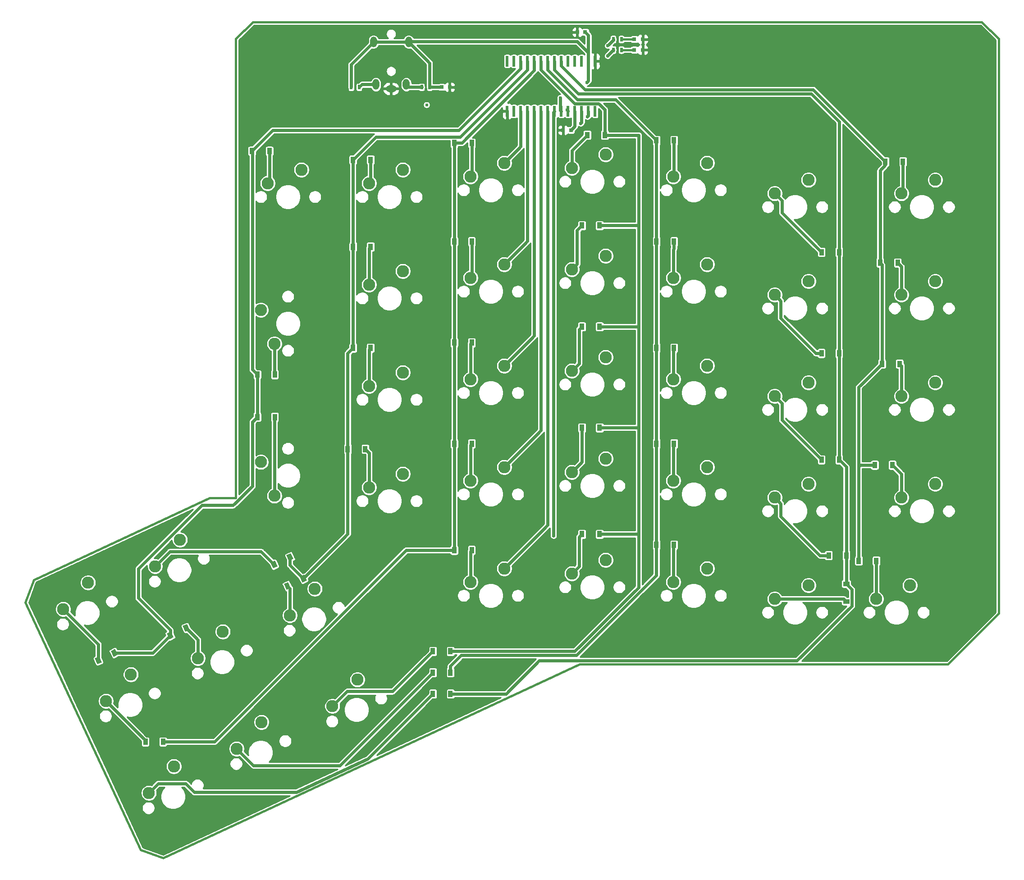
<source format=gtl>
%TF.GenerationSoftware,KiCad,Pcbnew,5.1.7*%
%TF.CreationDate,2020-11-01T11:12:27-08:00*%
%TF.ProjectId,ErgoDOX_right,4572676f-444f-4585-9f72-696768742e6b,2.0.1*%
%TF.SameCoordinates,Original*%
%TF.FileFunction,Copper,L1,Top*%
%TF.FilePolarity,Positive*%
%FSLAX46Y46*%
G04 Gerber Fmt 4.6, Leading zero omitted, Abs format (unit mm)*
G04 Created by KiCad (PCBNEW 5.1.7) date 2020-11-01 11:12:27*
%MOMM*%
%LPD*%
G01*
G04 APERTURE LIST*
%TA.AperFunction,Profile*%
%ADD10C,0.381000*%
%TD*%
%TA.AperFunction,SMDPad,CuDef*%
%ADD11R,0.600000X2.000000*%
%TD*%
%TA.AperFunction,ComponentPad*%
%ADD12C,2.286000*%
%TD*%
%TA.AperFunction,SMDPad,CuDef*%
%ADD13R,0.800000X0.750000*%
%TD*%
%TA.AperFunction,SMDPad,CuDef*%
%ADD14R,0.900000X1.200000*%
%TD*%
%TA.AperFunction,ComponentPad*%
%ADD15O,2.000000X1.300000*%
%TD*%
%TA.AperFunction,ComponentPad*%
%ADD16O,1.300000X2.000000*%
%TD*%
%TA.AperFunction,SMDPad,CuDef*%
%ADD17R,1.200000X0.900000*%
%TD*%
%TA.AperFunction,SMDPad,CuDef*%
%ADD18C,0.150000*%
%TD*%
%TA.AperFunction,SMDPad,CuDef*%
%ADD19R,0.500000X0.900000*%
%TD*%
%TA.AperFunction,SMDPad,CuDef*%
%ADD20R,0.800000X0.800000*%
%TD*%
%TA.AperFunction,ViaPad*%
%ADD21C,0.609600*%
%TD*%
%TA.AperFunction,Conductor*%
%ADD22C,0.609600*%
%TD*%
%TA.AperFunction,Conductor*%
%ADD23C,0.406400*%
%TD*%
%TA.AperFunction,Conductor*%
%ADD24C,0.254000*%
%TD*%
%TA.AperFunction,Conductor*%
%ADD25C,0.150000*%
%TD*%
G04 APERTURE END LIST*
D10*
X90121000Y-32258000D02*
X93521000Y-32258000D01*
X90121000Y-32258000D02*
X77876400Y-32258000D01*
X95046800Y-32258000D02*
X93521000Y-32258000D01*
X202742800Y-32258000D02*
X143408400Y-32258000D01*
X143408400Y-32258000D02*
X131902200Y-32258000D01*
X131902200Y-32258000D02*
X95046800Y-32258000D01*
X77876400Y-32258000D02*
X65811400Y-32258000D01*
X65811400Y-32258000D02*
X62611000Y-35433000D01*
X127152400Y-152908000D02*
X196392800Y-152908000D01*
X196392800Y-152908000D02*
X205917800Y-143383000D01*
X205917800Y-143383000D02*
X205917800Y-35433000D01*
X205917800Y-35433000D02*
X202742800Y-32258000D01*
X62611000Y-35433000D02*
X62611000Y-121666000D01*
X62611000Y-121666000D02*
X57708800Y-121666000D01*
X57708800Y-121666000D02*
X24617680Y-137096500D01*
X24617680Y-137096500D02*
X23080980Y-141315440D01*
X23080980Y-141315440D02*
X44764960Y-187817760D01*
X44764960Y-187817760D02*
X48983900Y-189351920D01*
X48983900Y-189351920D02*
X127152400Y-152908000D01*
D11*
%TO.P,U2,1*%
%TO.N,GND*%
X113596000Y-49023000D03*
%TO.P,U2,2*%
%TO.N,N/C*%
X114866000Y-49023000D03*
%TO.P,U2,3*%
%TO.N,/ROW5*%
X116136000Y-49023000D03*
%TO.P,U2,4*%
%TO.N,/ROW4*%
X117406000Y-49023000D03*
%TO.P,U2,5*%
%TO.N,/ROW3*%
X118676000Y-49023000D03*
%TO.P,U2,6*%
%TO.N,/ROW2*%
X119946000Y-49023000D03*
%TO.P,U2,7*%
%TO.N,/ROW1*%
X121216000Y-49023000D03*
%TO.P,U2,8*%
%TO.N,/ROW0*%
X122486000Y-49023000D03*
%TO.P,U2,9*%
%TO.N,/LED_B*%
X123756000Y-49023000D03*
%TO.P,U2,10*%
%TO.N,/LED_A*%
X125026000Y-49023000D03*
%TO.P,U2,11*%
%TO.N,VCC*%
X126296000Y-49023000D03*
%TO.P,U2,12*%
%TO.N,/SCL*%
X127566000Y-49023000D03*
%TO.P,U2,13*%
%TO.N,/SDA*%
X128836000Y-49023000D03*
%TO.P,U2,14*%
%TO.N,N/C*%
X130106000Y-49023000D03*
%TO.P,U2,15*%
%TO.N,GND*%
X130106000Y-39623000D03*
%TO.P,U2,16*%
%TO.N,VCC*%
X128836000Y-39623000D03*
%TO.P,U2,17*%
%TO.N,N/C*%
X127566000Y-39623000D03*
%TO.P,U2,18*%
X126296000Y-39623000D03*
%TO.P,U2,19*%
X125026000Y-39623000D03*
%TO.P,U2,20*%
%TO.N,/COL0*%
X123756000Y-39623000D03*
%TO.P,U2,21*%
%TO.N,/COL1*%
X122486000Y-39623000D03*
%TO.P,U2,22*%
%TO.N,/COL11*%
X121216000Y-39623000D03*
%TO.P,U2,23*%
%TO.N,/COL10*%
X119946000Y-39623000D03*
%TO.P,U2,24*%
%TO.N,/COL4*%
X118676000Y-39623000D03*
%TO.P,U2,25*%
%TO.N,/COL5*%
X117406000Y-39623000D03*
%TO.P,U2,26*%
%TO.N,/COL6*%
X116136000Y-39623000D03*
%TO.P,U2,27*%
%TO.N,N/C*%
X114866000Y-39623000D03*
%TO.P,U2,28*%
X113596000Y-39623000D03*
%TD*%
D12*
%TO.P,SW5:13,1*%
%TO.N,/ROW5*%
X193992500Y-61925200D03*
%TO.P,SW5:13,2*%
%TO.N,Net-(D5:13-Pad2)*%
X187642500Y-64465200D03*
%TD*%
D13*
%TO.P,C6,2*%
%TO.N,GND*%
X126746000Y-34163000D03*
%TO.P,C6,1*%
%TO.N,VCC*%
X128246000Y-34163000D03*
%TD*%
%TO.P,C5,2*%
%TO.N,GND*%
X102776000Y-44498000D03*
%TO.P,C5,1*%
%TO.N,VCC*%
X101276000Y-44498000D03*
%TD*%
%TO.P,C4,2*%
%TO.N,GND*%
X124091000Y-52578000D03*
%TO.P,C4,1*%
%TO.N,VCC*%
X125591000Y-52578000D03*
%TD*%
D14*
%TO.P,D5:9,1*%
%TO.N,/COL4*%
X103626000Y-54998000D03*
%TO.P,D5:9,2*%
%TO.N,Net-(D5:9-Pad2)*%
X106926000Y-54998000D03*
%TD*%
D12*
%TO.P,SX1:7,1*%
%TO.N,/ROW1*%
X60170241Y-146806326D03*
%TO.P,SX1:7,2*%
%TO.N,Net-(D1:7-Pad2)*%
X55488637Y-151791974D03*
%TD*%
%TO.P,SW3:13,1*%
%TO.N,/ROW3*%
X193992500Y-100022660D03*
%TO.P,SW3:13,2*%
%TO.N,Net-(D3:13-Pad2)*%
X187642500Y-102562660D03*
%TD*%
%TO.P,SW2:9,1*%
%TO.N,/ROW2*%
X113030000Y-115897660D03*
%TO.P,SW2:9,2*%
%TO.N,Net-(D2:9-Pad2)*%
X106680000Y-118437660D03*
%TD*%
%TO.P,SW2:10,1*%
%TO.N,/ROW2*%
X132080000Y-114300000D03*
%TO.P,SW2:10,2*%
%TO.N,Net-(D2:10-Pad2)*%
X125730000Y-116840000D03*
%TD*%
%TO.P,SW3:9,1*%
%TO.N,/ROW3*%
X113030000Y-96847660D03*
%TO.P,SW3:9,2*%
%TO.N,Net-(D3:9-Pad2)*%
X106680000Y-99387660D03*
%TD*%
%TO.P,SW2:11,1*%
%TO.N,/ROW2*%
X151130000Y-115897660D03*
%TO.P,SW2:11,2*%
%TO.N,Net-(D2:11-Pad2)*%
X144780000Y-118437660D03*
%TD*%
%TO.P,SW3:10,1*%
%TO.N,/ROW3*%
X132080000Y-95250000D03*
%TO.P,SW3:10,2*%
%TO.N,Net-(D3:10-Pad2)*%
X125730000Y-97790000D03*
%TD*%
%TO.P,SW3:11,1*%
%TO.N,/ROW3*%
X151130000Y-96847660D03*
%TO.P,SW3:11,2*%
%TO.N,Net-(D3:11-Pad2)*%
X144780000Y-99387660D03*
%TD*%
%TO.P,SW1:11,1*%
%TO.N,/ROW1*%
X151130000Y-134947660D03*
%TO.P,SW1:11,2*%
%TO.N,Net-(D1:11-Pad2)*%
X144780000Y-137487660D03*
%TD*%
%TO.P,SW1:10,1*%
%TO.N,/ROW1*%
X132080000Y-133350000D03*
%TO.P,SW1:10,2*%
%TO.N,Net-(D1:10-Pad2)*%
X125730000Y-135890000D03*
%TD*%
%TO.P,SW1:9,1*%
%TO.N,/ROW1*%
X113030000Y-134947660D03*
%TO.P,SW1:9,2*%
%TO.N,Net-(D1:9-Pad2)*%
X106680000Y-137487660D03*
%TD*%
%TO.P,SX1:8,1*%
%TO.N,/ROW1*%
X77434621Y-138754526D03*
%TO.P,SX1:8,2*%
%TO.N,Net-(D1:8-Pad2)*%
X72753017Y-143740174D03*
%TD*%
%TO.P,SW5:12,1*%
%TO.N,/ROW5*%
X170180000Y-61925200D03*
%TO.P,SW5:12,2*%
%TO.N,Net-(D5:12-Pad2)*%
X163830000Y-64465200D03*
%TD*%
%TO.P,SW5:11,1*%
%TO.N,/ROW5*%
X151130000Y-58747660D03*
%TO.P,SW5:11,2*%
%TO.N,Net-(D5:11-Pad2)*%
X144780000Y-61287660D03*
%TD*%
%TO.P,SW5:10,1*%
%TO.N,/ROW5*%
X132080000Y-57150000D03*
%TO.P,SW5:10,2*%
%TO.N,Net-(D5:10-Pad2)*%
X125730000Y-59690000D03*
%TD*%
%TO.P,SW5:9,1*%
%TO.N,/ROW5*%
X113030000Y-58747660D03*
%TO.P,SW5:9,2*%
%TO.N,Net-(D5:9-Pad2)*%
X106680000Y-61287660D03*
%TD*%
%TO.P,SW5:8,1*%
%TO.N,/ROW5*%
X93980000Y-60020200D03*
%TO.P,SW5:8,2*%
%TO.N,Net-(D5:8-Pad2)*%
X87630000Y-62560200D03*
%TD*%
%TO.P,SW5:7,1*%
%TO.N,/ROW5*%
X74930000Y-60020200D03*
%TO.P,SW5:7,2*%
%TO.N,Net-(D5:7-Pad2)*%
X68580000Y-62560200D03*
%TD*%
%TO.P,SW4:13,1*%
%TO.N,/ROW4*%
X193992500Y-80972660D03*
%TO.P,SW4:13,2*%
%TO.N,Net-(D4:13-Pad2)*%
X187642500Y-83512660D03*
%TD*%
%TO.P,SW4:12,1*%
%TO.N,/ROW4*%
X170180000Y-80972660D03*
%TO.P,SW4:12,2*%
%TO.N,Net-(D4:12-Pad2)*%
X163830000Y-83512660D03*
%TD*%
%TO.P,SW4:11,1*%
%TO.N,/ROW4*%
X151130000Y-77797660D03*
%TO.P,SW4:11,2*%
%TO.N,Net-(D4:11-Pad2)*%
X144780000Y-80337660D03*
%TD*%
%TO.P,SW4:10,1*%
%TO.N,/ROW4*%
X132080000Y-76200000D03*
%TO.P,SW4:10,2*%
%TO.N,Net-(D4:10-Pad2)*%
X125730000Y-78740000D03*
%TD*%
%TO.P,SW4:9,1*%
%TO.N,/ROW4*%
X113030000Y-77797660D03*
%TO.P,SW4:9,2*%
%TO.N,Net-(D4:9-Pad2)*%
X106680000Y-80337660D03*
%TD*%
%TO.P,SW4:8,1*%
%TO.N,/ROW4*%
X93980000Y-79067660D03*
%TO.P,SW4:8,2*%
%TO.N,Net-(D4:8-Pad2)*%
X87630000Y-81607660D03*
%TD*%
%TO.P,SW4:7,1*%
%TO.N,/ROW4*%
X67310000Y-86370160D03*
%TO.P,SW4:7,2*%
%TO.N,Net-(D4:7-Pad2)*%
X69850000Y-92720160D03*
%TD*%
%TO.P,SW3:12,1*%
%TO.N,/ROW3*%
X170180000Y-100022660D03*
%TO.P,SW3:12,2*%
%TO.N,Net-(D3:12-Pad2)*%
X163830000Y-102562660D03*
%TD*%
%TO.P,SW3:8,1*%
%TO.N,/ROW3*%
X93980000Y-98117660D03*
%TO.P,SW3:8,2*%
%TO.N,Net-(D3:8-Pad2)*%
X87630000Y-100657660D03*
%TD*%
%TO.P,SW2:13,1*%
%TO.N,/ROW2*%
X193992500Y-119072660D03*
%TO.P,SW2:13,2*%
%TO.N,Net-(D2:13-Pad2)*%
X187642500Y-121612660D03*
%TD*%
%TO.P,SW2:12,1*%
%TO.N,/ROW2*%
X170180000Y-119072660D03*
%TO.P,SW2:12,2*%
%TO.N,Net-(D2:12-Pad2)*%
X163830000Y-121612660D03*
%TD*%
%TO.P,SW2:8,1*%
%TO.N,/ROW2*%
X93980000Y-117167660D03*
%TO.P,SW2:8,2*%
%TO.N,Net-(D2:8-Pad2)*%
X87630000Y-119707660D03*
%TD*%
%TO.P,SW2:7,1*%
%TO.N,/ROW2*%
X67310000Y-114945160D03*
%TO.P,SW2:7,2*%
%TO.N,Net-(D2:7-Pad2)*%
X69850000Y-121295160D03*
%TD*%
%TO.P,SW1:13,1*%
%TO.N,/ROW1*%
X189230000Y-138122660D03*
%TO.P,SW1:13,2*%
%TO.N,Net-(D1:13-Pad2)*%
X182880000Y-140662660D03*
%TD*%
%TO.P,SW1:12,1*%
%TO.N,/ROW1*%
X170180000Y-138122660D03*
%TO.P,SW1:12,2*%
%TO.N,Net-(D1:12-Pad2)*%
X163830000Y-140662660D03*
%TD*%
%TO.P,SW0:12,1*%
%TO.N,/ROW0*%
X50955121Y-172122506D03*
%TO.P,SW0:12,2*%
%TO.N,Net-(D0:12-Pad2)*%
X46273517Y-177108154D03*
%TD*%
%TO.P,SW0:11,1*%
%TO.N,/ROW0*%
X67431121Y-163820506D03*
%TO.P,SW0:11,2*%
%TO.N,Net-(D0:11-Pad2)*%
X62749517Y-168806154D03*
%TD*%
%TO.P,SW0:10,1*%
%TO.N,/ROW0*%
X85431121Y-155820506D03*
%TO.P,SW0:10,2*%
%TO.N,Net-(D0:10-Pad2)*%
X80749517Y-160806154D03*
%TD*%
%TO.P,SW0:9,1*%
%TO.N,/ROW0*%
X42903321Y-154855586D03*
%TO.P,SW0:9,2*%
%TO.N,Net-(D0:9-Pad2)*%
X38221717Y-159841234D03*
%TD*%
%TO.P,SW0:8,1*%
%TO.N,/ROW0*%
X52118441Y-129541946D03*
%TO.P,SW0:8,2*%
%TO.N,Net-(D0:8-Pad2)*%
X47436837Y-134527594D03*
%TD*%
%TO.P,SW0:7,1*%
%TO.N,/ROW0*%
X34854061Y-137591206D03*
%TO.P,SW0:7,2*%
%TO.N,Net-(D0:7-Pad2)*%
X30172457Y-142576854D03*
%TD*%
D15*
%TO.P,J1,S*%
%TO.N,GND*%
X91776000Y-44798000D03*
D16*
%TO.P,J1,R2*%
%TO.N,/SDA*%
X94626000Y-43998000D03*
%TO.P,J1,R1*%
%TO.N,/SCL*%
X88926000Y-43998000D03*
%TO.P,J1,T*%
%TO.N,VCC*%
X88476000Y-35998000D03*
X95076000Y-35998000D03*
%TD*%
D14*
%TO.P,D5:13,1*%
%TO.N,/COL0*%
X184626000Y-58498000D03*
%TO.P,D5:13,2*%
%TO.N,Net-(D5:13-Pad2)*%
X187926000Y-58498000D03*
%TD*%
%TO.P,D5:12,1*%
%TO.N,/COL1*%
X175926000Y-75498000D03*
%TO.P,D5:12,2*%
%TO.N,Net-(D5:12-Pad2)*%
X172626000Y-75498000D03*
%TD*%
%TO.P,D5:11,1*%
%TO.N,/COL11*%
X141626000Y-54498000D03*
%TO.P,D5:11,2*%
%TO.N,Net-(D5:11-Pad2)*%
X144926000Y-54498000D03*
%TD*%
%TO.P,D5:10,1*%
%TO.N,/COL10*%
X131926000Y-53498000D03*
%TO.P,D5:10,2*%
%TO.N,Net-(D5:10-Pad2)*%
X128626000Y-53498000D03*
%TD*%
%TO.P,D5:8,1*%
%TO.N,/COL5*%
X84626000Y-58148000D03*
%TO.P,D5:8,2*%
%TO.N,Net-(D5:8-Pad2)*%
X87926000Y-58148000D03*
%TD*%
%TO.P,D5:7,1*%
%TO.N,/COL6*%
X65626000Y-56498000D03*
%TO.P,D5:7,2*%
%TO.N,Net-(D5:7-Pad2)*%
X68926000Y-56498000D03*
%TD*%
%TO.P,D4:13,1*%
%TO.N,/COL0*%
X183626000Y-77498000D03*
%TO.P,D4:13,2*%
%TO.N,Net-(D4:13-Pad2)*%
X186926000Y-77498000D03*
%TD*%
%TO.P,D4:12,1*%
%TO.N,/COL1*%
X175926000Y-94498000D03*
%TO.P,D4:12,2*%
%TO.N,Net-(D4:12-Pad2)*%
X172626000Y-94498000D03*
%TD*%
%TO.P,D4:11,1*%
%TO.N,/COL11*%
X141626000Y-73498000D03*
%TO.P,D4:11,2*%
%TO.N,Net-(D4:11-Pad2)*%
X144926000Y-73498000D03*
%TD*%
%TO.P,D4:10,1*%
%TO.N,/COL10*%
X130926000Y-70498000D03*
%TO.P,D4:10,2*%
%TO.N,Net-(D4:10-Pad2)*%
X127626000Y-70498000D03*
%TD*%
%TO.P,D4:9,1*%
%TO.N,/COL4*%
X103626000Y-73498000D03*
%TO.P,D4:9,2*%
%TO.N,Net-(D4:9-Pad2)*%
X106926000Y-73498000D03*
%TD*%
%TO.P,D4:8,1*%
%TO.N,/COL5*%
X84626000Y-74498000D03*
%TO.P,D4:8,2*%
%TO.N,Net-(D4:8-Pad2)*%
X87926000Y-74498000D03*
%TD*%
%TO.P,D4:7,1*%
%TO.N,/COL6*%
X66626000Y-98498000D03*
%TO.P,D4:7,2*%
%TO.N,Net-(D4:7-Pad2)*%
X69926000Y-98498000D03*
%TD*%
%TO.P,D3:13,1*%
%TO.N,/COL0*%
X183976000Y-96498000D03*
%TO.P,D3:13,2*%
%TO.N,Net-(D3:13-Pad2)*%
X187276000Y-96498000D03*
%TD*%
%TO.P,D3:12,1*%
%TO.N,/COL1*%
X175926000Y-114498000D03*
%TO.P,D3:12,2*%
%TO.N,Net-(D3:12-Pad2)*%
X172626000Y-114498000D03*
%TD*%
%TO.P,D3:11,1*%
%TO.N,/COL11*%
X141626000Y-93498000D03*
%TO.P,D3:11,2*%
%TO.N,Net-(D3:11-Pad2)*%
X144926000Y-93498000D03*
%TD*%
%TO.P,D3:10,1*%
%TO.N,/COL10*%
X130926000Y-89498000D03*
%TO.P,D3:10,2*%
%TO.N,Net-(D3:10-Pad2)*%
X127626000Y-89498000D03*
%TD*%
%TO.P,D3:9,1*%
%TO.N,/COL4*%
X103626000Y-92498000D03*
%TO.P,D3:9,2*%
%TO.N,Net-(D3:9-Pad2)*%
X106926000Y-92498000D03*
%TD*%
%TO.P,D3:8,1*%
%TO.N,/COL5*%
X84626000Y-93498000D03*
%TO.P,D3:8,2*%
%TO.N,Net-(D3:8-Pad2)*%
X87926000Y-93498000D03*
%TD*%
%TO.P,D2:13,1*%
%TO.N,/COL0*%
X182626000Y-115498000D03*
%TO.P,D2:13,2*%
%TO.N,Net-(D2:13-Pad2)*%
X185926000Y-115498000D03*
%TD*%
%TO.P,D2:12,1*%
%TO.N,/COL1*%
X177276000Y-132498000D03*
%TO.P,D2:12,2*%
%TO.N,Net-(D2:12-Pad2)*%
X173976000Y-132498000D03*
%TD*%
%TO.P,D2:11,1*%
%TO.N,/COL11*%
X141626000Y-111498000D03*
%TO.P,D2:11,2*%
%TO.N,Net-(D2:11-Pad2)*%
X144926000Y-111498000D03*
%TD*%
%TO.P,D2:10,1*%
%TO.N,/COL10*%
X130926000Y-108498000D03*
%TO.P,D2:10,2*%
%TO.N,Net-(D2:10-Pad2)*%
X127626000Y-108498000D03*
%TD*%
%TO.P,D2:9,1*%
%TO.N,/COL4*%
X103626000Y-111498000D03*
%TO.P,D2:9,2*%
%TO.N,Net-(D2:9-Pad2)*%
X106926000Y-111498000D03*
%TD*%
%TO.P,D2:8,1*%
%TO.N,/COL5*%
X83626000Y-112498000D03*
%TO.P,D2:8,2*%
%TO.N,Net-(D2:8-Pad2)*%
X86926000Y-112498000D03*
%TD*%
%TO.P,D2:7,1*%
%TO.N,/COL6*%
X66626000Y-106498000D03*
%TO.P,D2:7,2*%
%TO.N,Net-(D2:7-Pad2)*%
X69926000Y-106498000D03*
%TD*%
%TO.P,D1:13,1*%
%TO.N,/COL0*%
X179626000Y-133498000D03*
%TO.P,D1:13,2*%
%TO.N,Net-(D1:13-Pad2)*%
X182926000Y-133498000D03*
%TD*%
D17*
%TO.P,D1:12,1*%
%TO.N,/COL1*%
X177276000Y-137848000D03*
%TO.P,D1:12,2*%
%TO.N,Net-(D1:12-Pad2)*%
X177276000Y-141148000D03*
%TD*%
D14*
%TO.P,D1:11,1*%
%TO.N,/COL11*%
X141626000Y-130498000D03*
%TO.P,D1:11,2*%
%TO.N,Net-(D1:11-Pad2)*%
X144926000Y-130498000D03*
%TD*%
%TO.P,D1:10,1*%
%TO.N,/COL10*%
X130926000Y-128498000D03*
%TO.P,D1:10,2*%
%TO.N,Net-(D1:10-Pad2)*%
X127626000Y-128498000D03*
%TD*%
%TO.P,D1:9,1*%
%TO.N,/COL4*%
X103626000Y-131498000D03*
%TO.P,D1:9,2*%
%TO.N,Net-(D1:9-Pad2)*%
X106926000Y-131498000D03*
%TD*%
%TA.AperFunction,SMDPad,CuDef*%
D18*
%TO.P,D1:8,1*%
%TO.N,/COL5*%
G36*
X75425676Y-136094477D02*
G01*
X75932817Y-137182046D01*
X75117140Y-137562403D01*
X74609999Y-136474834D01*
X75425676Y-136094477D01*
G37*
%TD.AperFunction*%
%TA.AperFunction,SMDPad,CuDef*%
%TO.P,D1:8,2*%
%TO.N,Net-(D1:8-Pad2)*%
G36*
X72434860Y-137489117D02*
G01*
X72942001Y-138576686D01*
X72126324Y-138957043D01*
X71619183Y-137869474D01*
X72434860Y-137489117D01*
G37*
%TD.AperFunction*%
%TD*%
%TA.AperFunction,SMDPad,CuDef*%
%TO.P,D1:7,1*%
%TO.N,/COL6*%
G36*
X50121732Y-148231963D02*
G01*
X49614591Y-147144394D01*
X50430268Y-146764037D01*
X50937409Y-147851606D01*
X50121732Y-148231963D01*
G37*
%TD.AperFunction*%
%TA.AperFunction,SMDPad,CuDef*%
%TO.P,D1:7,2*%
%TO.N,Net-(D1:7-Pad2)*%
G36*
X53112548Y-146837323D02*
G01*
X52605407Y-145749754D01*
X53421084Y-145369397D01*
X53928225Y-146456966D01*
X53112548Y-146837323D01*
G37*
%TD.AperFunction*%
%TD*%
D14*
%TO.P,D0:12,1*%
%TO.N,/COL1*%
X102926000Y-158498000D03*
%TO.P,D0:12,2*%
%TO.N,Net-(D0:12-Pad2)*%
X99626000Y-158498000D03*
%TD*%
%TO.P,D0:11,1*%
%TO.N,/COL11*%
X102926000Y-154498000D03*
%TO.P,D0:11,2*%
%TO.N,Net-(D0:11-Pad2)*%
X99626000Y-154498000D03*
%TD*%
%TO.P,D0:10,1*%
%TO.N,/COL10*%
X102926000Y-150498000D03*
%TO.P,D0:10,2*%
%TO.N,Net-(D0:10-Pad2)*%
X99626000Y-150498000D03*
%TD*%
%TO.P,D0:9,1*%
%TO.N,/COL4*%
X48926000Y-167498000D03*
%TO.P,D0:9,2*%
%TO.N,Net-(D0:9-Pad2)*%
X45626000Y-167498000D03*
%TD*%
%TA.AperFunction,SMDPad,CuDef*%
D18*
%TO.P,D0:8,1*%
%TO.N,/COL5*%
G36*
X72925676Y-132066717D02*
G01*
X73432817Y-133154286D01*
X72617140Y-133534643D01*
X72109999Y-132447074D01*
X72925676Y-132066717D01*
G37*
%TD.AperFunction*%
%TA.AperFunction,SMDPad,CuDef*%
%TO.P,D0:8,2*%
%TO.N,Net-(D0:8-Pad2)*%
G36*
X69934860Y-133461357D02*
G01*
X70442001Y-134548926D01*
X69626324Y-134929283D01*
X69119183Y-133841714D01*
X69934860Y-133461357D01*
G37*
%TD.AperFunction*%
%TD*%
%TA.AperFunction,SMDPad,CuDef*%
%TO.P,D0:7,1*%
%TO.N,/COL6*%
G36*
X39925676Y-150066717D02*
G01*
X40432817Y-151154286D01*
X39617140Y-151534643D01*
X39109999Y-150447074D01*
X39925676Y-150066717D01*
G37*
%TD.AperFunction*%
%TA.AperFunction,SMDPad,CuDef*%
%TO.P,D0:7,2*%
%TO.N,Net-(D0:7-Pad2)*%
G36*
X36934860Y-151461357D02*
G01*
X37442001Y-152548926D01*
X36626324Y-152929283D01*
X36119183Y-151841714D01*
X36934860Y-151461357D01*
G37*
%TD.AperFunction*%
%TD*%
D19*
%TO.P,R7,1*%
%TO.N,VCC*%
X84276000Y-44498000D03*
%TO.P,R7,2*%
%TO.N,/SCL*%
X85776000Y-44498000D03*
%TD*%
%TO.P,R6,1*%
%TO.N,/SDA*%
X97526000Y-44498000D03*
%TO.P,R6,2*%
%TO.N,VCC*%
X99026000Y-44498000D03*
%TD*%
%TO.P,R3,1*%
%TO.N,/LED_A*%
X133526000Y-37498000D03*
%TO.P,R3,2*%
%TO.N,Net-(LED_A1-Pad2)*%
X135026000Y-37498000D03*
%TD*%
%TO.P,R4,1*%
%TO.N,/LED_B*%
X133526000Y-35498000D03*
%TO.P,R4,2*%
%TO.N,Net-(LED_B1-Pad2)*%
X135026000Y-35498000D03*
%TD*%
D20*
%TO.P,LED_B1,2*%
%TO.N,Net-(LED_B1-Pad2)*%
X137476000Y-35498000D03*
%TO.P,LED_B1,1*%
%TO.N,GND*%
X139076000Y-35498000D03*
%TD*%
%TO.P,LED_A1,2*%
%TO.N,Net-(LED_A1-Pad2)*%
X137476000Y-37498000D03*
%TO.P,LED_A1,1*%
%TO.N,GND*%
X139076000Y-37498000D03*
%TD*%
D21*
%TO.N,/LED_A*%
X124841000Y-48768000D03*
X132461000Y-38608000D03*
%TO.N,/LED_B*%
X132461000Y-36703000D03*
X123571000Y-46498000D03*
%TO.N,/ROW0*%
X122301000Y-128778000D03*
%TO.N,GND*%
X76276000Y-42498000D03*
X71276000Y-77498000D03*
X76276000Y-102498000D03*
X76276000Y-127498000D03*
X66276000Y-147498000D03*
X96276000Y-142498000D03*
X76276000Y-167498000D03*
X51276000Y-157498000D03*
X46276000Y-147498000D03*
X121276000Y-147498000D03*
X146276000Y-147498000D03*
X156276000Y-127498000D03*
X191276000Y-132498000D03*
X191276000Y-112498000D03*
X181276000Y-87498000D03*
X181276000Y-67498000D03*
X156276000Y-72498000D03*
X156276000Y-92498000D03*
X111276000Y-92498000D03*
X111276000Y-72498000D03*
X151276000Y-52498000D03*
X171276000Y-57498000D03*
X191276000Y-42498000D03*
X176276000Y-42498000D03*
X151276000Y-37498000D03*
X111276000Y-52498000D03*
X140276000Y-57498000D03*
X140276000Y-70498000D03*
X140276000Y-76498000D03*
X139276000Y-93498000D03*
X140276000Y-97498000D03*
X140276000Y-110498000D03*
X140276000Y-113498000D03*
X139276000Y-129498000D03*
X139276000Y-133498000D03*
X139276000Y-53498000D03*
X118776000Y-44998000D03*
X108776000Y-42498000D03*
X86276000Y-47498000D03*
X133776000Y-49998000D03*
%TO.N,VCC*%
X126296000Y-49023000D03*
X128554823Y-43591823D03*
%TO.N,/SDA*%
X128651000Y-50038000D03*
X98451000Y-47823000D03*
%TO.N,/SCL*%
X127381000Y-51308000D03*
%TD*%
D22*
%TO.N,/COL0*%
X179626000Y-100848000D02*
X183976000Y-96498000D01*
X183976000Y-77848000D02*
X183626000Y-77498000D01*
X183976000Y-96498000D02*
X183976000Y-77848000D01*
X183626000Y-77498000D02*
X183626000Y-60148000D01*
X184626000Y-59148000D02*
X184626000Y-58498000D01*
X183626000Y-60148000D02*
X184626000Y-59148000D01*
X179976000Y-115498000D02*
X179626000Y-115848000D01*
X182626000Y-115498000D02*
X179976000Y-115498000D01*
X179626000Y-115848000D02*
X179626000Y-100848000D01*
X179626000Y-133498000D02*
X179626000Y-115848000D01*
X171086000Y-44958000D02*
X184626000Y-58498000D01*
X123756000Y-40475962D02*
X128238038Y-44958000D01*
X128238038Y-44958000D02*
X171086000Y-44958000D01*
X123756000Y-39623000D02*
X123756000Y-40475962D01*
%TO.N,/COL1*%
X177276000Y-115848000D02*
X175926000Y-114498000D01*
X175926000Y-94498000D02*
X175926000Y-114498000D01*
X175926000Y-94498000D02*
X175926000Y-75498000D01*
X178333201Y-138905201D02*
X177276000Y-137848000D01*
X113353646Y-158498000D02*
X119591356Y-152260290D01*
X119591356Y-152260290D02*
X168036672Y-152260290D01*
X102926000Y-158498000D02*
X113353646Y-158498000D01*
X168036672Y-152260290D02*
X178333201Y-141963761D01*
X178333201Y-141963761D02*
X178333201Y-138905201D01*
X177276000Y-137848000D02*
X177276000Y-115848000D01*
X175926000Y-50958000D02*
X175926000Y-75498000D01*
X170688011Y-45720011D02*
X175926000Y-50958000D01*
X126973411Y-45720011D02*
X170688011Y-45720011D01*
X122486000Y-41232600D02*
X126973411Y-45720011D01*
X122486000Y-39623000D02*
X122486000Y-41232600D01*
%TO.N,/COL10*%
X102926000Y-150498000D02*
X126276000Y-150498000D01*
X126276000Y-150498000D02*
X138276000Y-138498000D01*
X131926000Y-53498000D02*
X138276000Y-53498000D01*
X130926000Y-70498000D02*
X138276000Y-70498000D01*
X138276000Y-70498000D02*
X138276000Y-53498000D01*
X130926000Y-89498000D02*
X138276000Y-89498000D01*
X138276000Y-89498000D02*
X138276000Y-70498000D01*
X130926000Y-108498000D02*
X138276000Y-108498000D01*
X138276000Y-108498000D02*
X138276000Y-89498000D01*
X138276000Y-128498000D02*
X138276000Y-108498000D01*
X130926000Y-128498000D02*
X138276000Y-128498000D01*
X138276000Y-138498000D02*
X138276000Y-128498000D01*
X119946000Y-39623000D02*
X119946000Y-41232600D01*
X126279200Y-47565800D02*
X130771762Y-47565800D01*
X119946000Y-41232600D02*
X126279200Y-47565800D01*
X130771762Y-47565800D02*
X131926000Y-48720038D01*
X131926000Y-48720038D02*
X131926000Y-53498000D01*
%TO.N,/COL11*%
X141626000Y-130498000D02*
X141626000Y-111498000D01*
X141626000Y-111498000D02*
X141626000Y-93148000D01*
X141626000Y-93148000D02*
X141626000Y-93498000D01*
X141626000Y-73498000D02*
X141626000Y-93148000D01*
X141626000Y-54498000D02*
X141626000Y-73498000D01*
X102926000Y-154498000D02*
X102926000Y-153288400D01*
X102926000Y-153288400D02*
X104954389Y-151260011D01*
X104954389Y-151260011D02*
X126591636Y-151260010D01*
X126591636Y-151260010D02*
X141626000Y-136225646D01*
X141626000Y-136225646D02*
X141626000Y-130498000D01*
X121216000Y-39623000D02*
X121216000Y-41232600D01*
X126787189Y-46803789D02*
X133931789Y-46803789D01*
X121216000Y-41232600D02*
X126787189Y-46803789D01*
X133931789Y-46803789D02*
X141626000Y-54498000D01*
%TO.N,/COL4*%
X103626000Y-92498000D02*
X103626000Y-73498000D01*
X103626000Y-92498000D02*
X103626000Y-111498000D01*
X94606653Y-131498000D02*
X103626000Y-131498000D01*
X58606653Y-167498000D02*
X94606653Y-131498000D01*
X48926000Y-167498000D02*
X58606653Y-167498000D01*
X103626000Y-131498000D02*
X103626000Y-111498000D01*
X103626000Y-54998000D02*
X103626000Y-73498000D01*
%TO.N,/COL5*%
X83626000Y-128473848D02*
X75271408Y-136828440D01*
X83626000Y-112498000D02*
X83626000Y-128473848D01*
X72771408Y-134328440D02*
X75271408Y-136828440D01*
X72771408Y-132800680D02*
X72771408Y-134328440D01*
X83626000Y-94498000D02*
X84626000Y-93498000D01*
X83626000Y-112498000D02*
X83626000Y-94498000D01*
X84626000Y-74498000D02*
X84626000Y-93498000D01*
X84626000Y-58148000D02*
X84626000Y-74498000D01*
%TO.N,/COL6*%
X46973320Y-150800680D02*
X50276000Y-147498000D01*
X39771408Y-150800680D02*
X46973320Y-150800680D01*
X65709799Y-107414201D02*
X66626000Y-106498000D01*
X62115646Y-123077354D02*
X65709799Y-119483201D01*
X56214735Y-123077354D02*
X62115646Y-123077354D01*
X65709799Y-119483201D02*
X65709799Y-107414201D01*
X44276000Y-135016089D02*
X56214735Y-123077354D01*
X44276000Y-140498000D02*
X44276000Y-135016089D01*
X50276000Y-146498000D02*
X44276000Y-140498000D01*
X50276000Y-147498000D02*
X50276000Y-146498000D01*
X66626000Y-98498000D02*
X66626000Y-106498000D01*
X65709799Y-56581799D02*
X65626000Y-56498000D01*
X65709799Y-97581799D02*
X65709799Y-56581799D01*
X66626000Y-98498000D02*
X65709799Y-97581799D01*
D23*
%TO.N,/LED_A*%
X133276000Y-37748000D02*
X133526000Y-37498000D01*
D22*
%TO.N,/COL4*%
X105053038Y-54998000D02*
X103626000Y-54998000D01*
X118676000Y-41375038D02*
X105053038Y-54998000D01*
X118676000Y-39623000D02*
X118676000Y-41375038D01*
%TO.N,/COL5*%
X88926000Y-53848000D02*
X84626000Y-58148000D01*
X104790600Y-53848000D02*
X88926000Y-53848000D01*
X117406000Y-41232600D02*
X104790600Y-53848000D01*
X117406000Y-39623000D02*
X117406000Y-41232600D01*
%TO.N,/COL6*%
X69546000Y-52578000D02*
X65626000Y-56498000D01*
X104521000Y-52578000D02*
X69546000Y-52578000D01*
X116136000Y-40963000D02*
X104521000Y-52578000D01*
X116136000Y-39623000D02*
X116136000Y-40963000D01*
%TO.N,/LED_A*%
X125026000Y-48953000D02*
X124841000Y-48768000D01*
X125026000Y-49023000D02*
X125026000Y-48953000D01*
X132461000Y-38563000D02*
X133526000Y-37498000D01*
X132461000Y-38608000D02*
X132461000Y-38563000D01*
%TO.N,/LED_B*%
X133526000Y-35638000D02*
X132461000Y-36703000D01*
X133526000Y-35498000D02*
X133526000Y-35638000D01*
X123571000Y-48838000D02*
X123756000Y-49023000D01*
X123571000Y-46498000D02*
X123571000Y-48838000D01*
%TO.N,/ROW0*%
X122301000Y-49208000D02*
X122486000Y-49023000D01*
X122301000Y-128778000D02*
X122301000Y-49208000D01*
%TO.N,/ROW1*%
X121216000Y-126761660D02*
X113030000Y-134947660D01*
X121216000Y-49023000D02*
X121216000Y-126761660D01*
%TO.N,/ROW2*%
X119946000Y-108981660D02*
X113030000Y-115897660D01*
X119946000Y-49023000D02*
X119946000Y-108981660D01*
%TO.N,/ROW3*%
X118676000Y-91201660D02*
X113030000Y-96847660D01*
X118676000Y-49023000D02*
X118676000Y-91201660D01*
%TO.N,/ROW4*%
X117406000Y-73421660D02*
X113030000Y-77797660D01*
X117406000Y-49023000D02*
X117406000Y-73421660D01*
%TO.N,/ROW5*%
X116136000Y-55641660D02*
X113030000Y-58747660D01*
X116136000Y-49023000D02*
X116136000Y-55641660D01*
%TO.N,VCC*%
X99026000Y-39948000D02*
X95076000Y-35998000D01*
X99026000Y-44498000D02*
X99026000Y-39948000D01*
X84276000Y-40198000D02*
X88476000Y-35998000D01*
X84276000Y-44498000D02*
X84276000Y-40198000D01*
X88476000Y-35998000D02*
X95076000Y-35998000D01*
X101276000Y-44498000D02*
X99026000Y-44498000D01*
X126296000Y-51873000D02*
X125591000Y-52578000D01*
X126296000Y-49023000D02*
X126296000Y-51873000D01*
X128836000Y-38013400D02*
X128836000Y-39623000D01*
X126740600Y-35918000D02*
X128836000Y-38013400D01*
X95156000Y-35918000D02*
X126740600Y-35918000D01*
X95076000Y-35998000D02*
X95156000Y-35918000D01*
X128836000Y-34753000D02*
X128836000Y-39623000D01*
X128246000Y-34163000D02*
X128836000Y-34753000D01*
X128836000Y-39623000D02*
X128836000Y-43310646D01*
X128836000Y-43310646D02*
X128554823Y-43591823D01*
%TO.N,Net-(D1:7-Pad2)*%
X55488637Y-148325181D02*
X53266816Y-146103360D01*
X55488637Y-151791974D02*
X55488637Y-148325181D01*
%TO.N,Net-(D1:8-Pad2)*%
X72753017Y-138695505D02*
X72280592Y-138223080D01*
X72753017Y-143740174D02*
X72753017Y-138695505D01*
D23*
%TO.N,Net-(LED_A1-Pad2)*%
X137476000Y-37498000D02*
X135026000Y-37498000D01*
%TO.N,Net-(LED_B1-Pad2)*%
X135026000Y-35498000D02*
X137476000Y-35498000D01*
D22*
%TO.N,Net-(D0:7-Pad2)*%
X36780592Y-149184989D02*
X36780592Y-152195320D01*
X30172457Y-142576854D02*
X36780592Y-149184989D01*
%TO.N,Net-(D0:8-Pad2)*%
X67349710Y-131764438D02*
X69780592Y-134195320D01*
X50199993Y-131764438D02*
X67349710Y-131764438D01*
X47436837Y-134527594D02*
X50199993Y-131764438D01*
%TO.N,Net-(D0:9-Pad2)*%
X45626000Y-167245517D02*
X38221717Y-159841234D01*
X45626000Y-167498000D02*
X45626000Y-167245517D01*
%TO.N,Net-(D0:10-Pad2)*%
X92081002Y-158042998D02*
X99626000Y-150498000D01*
X83512673Y-158042998D02*
X92081002Y-158042998D01*
X80749517Y-160806154D02*
X83512673Y-158042998D01*
%TO.N,Net-(D0:11-Pad2)*%
X82174899Y-171949101D02*
X99626000Y-154498000D01*
X65892464Y-171949101D02*
X82174899Y-171949101D01*
X62749517Y-168806154D02*
X65892464Y-171949101D01*
%TO.N,Net-(D0:12-Pad2)*%
X87394713Y-170729287D02*
X99626000Y-158498000D01*
X74027892Y-176961200D02*
X87394713Y-170729287D01*
X54776155Y-176961200D02*
X74027892Y-176961200D01*
X53163854Y-175348899D02*
X54776155Y-176961200D01*
X48032772Y-175348899D02*
X53163854Y-175348899D01*
X46273517Y-177108154D02*
X48032772Y-175348899D01*
%TO.N,Net-(D1:9-Pad2)*%
X106680000Y-131744000D02*
X106926000Y-131498000D01*
X106680000Y-137487660D02*
X106680000Y-131744000D01*
%TO.N,Net-(D1:10-Pad2)*%
X127088899Y-134531101D02*
X125730000Y-135890000D01*
X127088899Y-129035101D02*
X127088899Y-134531101D01*
X127626000Y-128498000D02*
X127088899Y-129035101D01*
%TO.N,Net-(D1:11-Pad2)*%
X144780000Y-130644000D02*
X144926000Y-130498000D01*
X144780000Y-137487660D02*
X144780000Y-130644000D01*
%TO.N,Net-(D1:12-Pad2)*%
X176790660Y-140662660D02*
X177276000Y-141148000D01*
X163830000Y-140662660D02*
X176790660Y-140662660D01*
%TO.N,Net-(D1:13-Pad2)*%
X182880000Y-133544000D02*
X182926000Y-133498000D01*
X182880000Y-140662660D02*
X182880000Y-133544000D01*
%TO.N,Net-(D2:7-Pad2)*%
X69850000Y-106574000D02*
X69926000Y-106498000D01*
X69850000Y-121295160D02*
X69850000Y-106574000D01*
%TO.N,Net-(D2:8-Pad2)*%
X87630000Y-113202000D02*
X86926000Y-112498000D01*
X87630000Y-119707660D02*
X87630000Y-113202000D01*
%TO.N,Net-(D2:9-Pad2)*%
X106680000Y-111744000D02*
X106926000Y-111498000D01*
X106680000Y-118437660D02*
X106680000Y-111744000D01*
%TO.N,Net-(D2:10-Pad2)*%
X127626000Y-114944000D02*
X125730000Y-116840000D01*
X127626000Y-108498000D02*
X127626000Y-114944000D01*
%TO.N,Net-(D2:11-Pad2)*%
X144780000Y-118437660D02*
X144780000Y-111994000D01*
%TO.N,Net-(D2:12-Pad2)*%
X164972999Y-122755659D02*
X163830000Y-121612660D01*
X164972999Y-125113289D02*
X164972999Y-122755659D01*
X172357710Y-132498000D02*
X164972999Y-125113289D01*
X173976000Y-132498000D02*
X172357710Y-132498000D01*
%TO.N,Net-(D2:13-Pad2)*%
X187642500Y-117214500D02*
X185926000Y-115498000D01*
X187642500Y-121612660D02*
X187642500Y-117214500D01*
%TO.N,Net-(D3:8-Pad2)*%
X87630000Y-93794000D02*
X87926000Y-93498000D01*
X87630000Y-100657660D02*
X87630000Y-93794000D01*
%TO.N,Net-(D3:9-Pad2)*%
X106680000Y-92744000D02*
X106926000Y-92498000D01*
X106680000Y-99387660D02*
X106680000Y-92744000D01*
%TO.N,Net-(D3:10-Pad2)*%
X127088899Y-96431101D02*
X125730000Y-97790000D01*
X127088899Y-90035101D02*
X127088899Y-96431101D01*
X127626000Y-89498000D02*
X127088899Y-90035101D01*
%TO.N,Net-(D3:11-Pad2)*%
X144780000Y-93644000D02*
X144926000Y-93498000D01*
X144780000Y-99387660D02*
X144780000Y-93644000D01*
%TO.N,Net-(D3:12-Pad2)*%
X165188899Y-103921559D02*
X163830000Y-102562660D01*
X165188899Y-107060899D02*
X165188899Y-103921559D01*
X172626000Y-114498000D02*
X165188899Y-107060899D01*
%TO.N,Net-(D3:13-Pad2)*%
X187642500Y-96864500D02*
X187276000Y-96498000D01*
X187642500Y-102562660D02*
X187642500Y-96864500D01*
%TO.N,Net-(D4:7-Pad2)*%
X69850000Y-98422000D02*
X69926000Y-98498000D01*
X69850000Y-92720160D02*
X69850000Y-98422000D01*
%TO.N,Net-(D4:8-Pad2)*%
X87630000Y-74794000D02*
X87926000Y-74498000D01*
X87630000Y-81607660D02*
X87630000Y-74794000D01*
%TO.N,Net-(D4:9-Pad2)*%
X106926000Y-80091660D02*
X106680000Y-80337660D01*
X106926000Y-73498000D02*
X106926000Y-80091660D01*
%TO.N,Net-(D4:10-Pad2)*%
X126718799Y-77751201D02*
X125730000Y-78740000D01*
X126718799Y-71405201D02*
X126718799Y-77751201D01*
X127626000Y-70498000D02*
X126718799Y-71405201D01*
%TO.N,Net-(D4:11-Pad2)*%
X144780000Y-80337660D02*
X144780000Y-74994000D01*
X144926000Y-74848000D02*
X144926000Y-73498000D01*
X144780000Y-74994000D02*
X144926000Y-74848000D01*
%TO.N,Net-(D4:12-Pad2)*%
X164972999Y-87904599D02*
X164972999Y-84655659D01*
X164972999Y-84655659D02*
X163830000Y-83512660D01*
X171566400Y-94498000D02*
X164972999Y-87904599D01*
X172626000Y-94498000D02*
X171566400Y-94498000D01*
%TO.N,Net-(D4:13-Pad2)*%
X187642500Y-78214500D02*
X186926000Y-77498000D01*
X187642500Y-83512660D02*
X187642500Y-78214500D01*
%TO.N,Net-(D5:7-Pad2)*%
X68926000Y-62214200D02*
X68580000Y-62560200D01*
X68926000Y-56498000D02*
X68926000Y-62214200D01*
%TO.N,Net-(D5:8-Pad2)*%
X87926000Y-62264200D02*
X87630000Y-62560200D01*
X87926000Y-58148000D02*
X87926000Y-62264200D01*
%TO.N,Net-(D5:9-Pad2)*%
X106926000Y-61041660D02*
X106680000Y-61287660D01*
X106926000Y-54998000D02*
X106926000Y-61041660D01*
%TO.N,Net-(D5:10-Pad2)*%
X125926000Y-59494000D02*
X125730000Y-59690000D01*
X125730000Y-56394000D02*
X128626000Y-53498000D01*
X125730000Y-59690000D02*
X125730000Y-56394000D01*
%TO.N,Net-(D5:11-Pad2)*%
X144926000Y-61141660D02*
X144780000Y-61287660D01*
X144926000Y-54498000D02*
X144926000Y-61141660D01*
%TO.N,Net-(D5:12-Pad2)*%
X165188899Y-65824099D02*
X163830000Y-64465200D01*
X165188899Y-68060899D02*
X165188899Y-65824099D01*
X172626000Y-75498000D02*
X165188899Y-68060899D01*
%TO.N,Net-(D5:13-Pad2)*%
X187926000Y-64181700D02*
X187642500Y-64465200D01*
X187926000Y-58498000D02*
X187926000Y-64181700D01*
%TO.N,/SDA*%
X95126000Y-44498000D02*
X94626000Y-43998000D01*
X97526000Y-44498000D02*
X95126000Y-44498000D01*
X128836000Y-49853000D02*
X128651000Y-50038000D01*
X128836000Y-49023000D02*
X128836000Y-49853000D01*
%TO.N,/SCL*%
X86276000Y-43998000D02*
X85776000Y-44498000D01*
X88926000Y-43998000D02*
X86276000Y-43998000D01*
X127566000Y-51123000D02*
X127381000Y-51308000D01*
X127566000Y-49023000D02*
X127566000Y-51123000D01*
%TD*%
D24*
%TO.N,GND*%
X112661000Y-48737250D02*
X112819750Y-48896000D01*
X113469000Y-48896000D01*
X113469000Y-48876000D01*
X113723000Y-48876000D01*
X113723000Y-48896000D01*
X113743000Y-48896000D01*
X113743000Y-49150000D01*
X113723000Y-49150000D01*
X113723000Y-50499250D01*
X113881750Y-50658000D01*
X113896000Y-50661072D01*
X114020482Y-50648812D01*
X114140180Y-50612502D01*
X114250494Y-50553537D01*
X114347185Y-50474185D01*
X114425654Y-50378570D01*
X114491311Y-50398487D01*
X114566000Y-50405843D01*
X115166000Y-50405843D01*
X115240689Y-50398487D01*
X115312508Y-50376701D01*
X115378696Y-50341322D01*
X115436711Y-50293711D01*
X115450200Y-50277274D01*
X115450201Y-55357591D01*
X113510620Y-57297173D01*
X113474534Y-57282226D01*
X113180101Y-57223660D01*
X112879899Y-57223660D01*
X112585466Y-57282226D01*
X112308115Y-57397109D01*
X112058507Y-57563892D01*
X111846232Y-57776167D01*
X111679449Y-58025775D01*
X111564566Y-58303126D01*
X111506000Y-58597559D01*
X111506000Y-58897761D01*
X111564566Y-59192194D01*
X111679449Y-59469545D01*
X111846232Y-59719153D01*
X112058507Y-59931428D01*
X112308115Y-60098211D01*
X112585466Y-60213094D01*
X112879899Y-60271660D01*
X113180101Y-60271660D01*
X113474534Y-60213094D01*
X113751885Y-60098211D01*
X114001493Y-59931428D01*
X114213768Y-59719153D01*
X114380551Y-59469545D01*
X114495434Y-59192194D01*
X114554000Y-58897761D01*
X114554000Y-58597559D01*
X114495434Y-58303126D01*
X114480487Y-58267040D01*
X116597115Y-56150413D01*
X116623280Y-56128940D01*
X116651529Y-56094519D01*
X116708980Y-56024515D01*
X116720200Y-56003523D01*
X116720201Y-63385379D01*
X116661696Y-63244136D01*
X116526879Y-63042369D01*
X116355291Y-62870781D01*
X116153524Y-62735964D01*
X115929332Y-62643101D01*
X115691332Y-62595760D01*
X115448668Y-62595760D01*
X115210668Y-62643101D01*
X114986476Y-62735964D01*
X114784709Y-62870781D01*
X114613121Y-63042369D01*
X114478304Y-63244136D01*
X114385441Y-63468328D01*
X114338100Y-63706328D01*
X114338100Y-63948992D01*
X114385441Y-64186992D01*
X114478304Y-64411184D01*
X114613121Y-64612951D01*
X114784709Y-64784539D01*
X114986476Y-64919356D01*
X115210668Y-65012219D01*
X115448668Y-65059560D01*
X115691332Y-65059560D01*
X115929332Y-65012219D01*
X116153524Y-64919356D01*
X116355291Y-64784539D01*
X116526879Y-64612951D01*
X116661696Y-64411184D01*
X116720201Y-64269941D01*
X116720201Y-73137592D01*
X113510620Y-76347173D01*
X113474534Y-76332226D01*
X113180101Y-76273660D01*
X112879899Y-76273660D01*
X112585466Y-76332226D01*
X112308115Y-76447109D01*
X112058507Y-76613892D01*
X111846232Y-76826167D01*
X111679449Y-77075775D01*
X111564566Y-77353126D01*
X111506000Y-77647559D01*
X111506000Y-77947761D01*
X111564566Y-78242194D01*
X111679449Y-78519545D01*
X111846232Y-78769153D01*
X112058507Y-78981428D01*
X112308115Y-79148211D01*
X112585466Y-79263094D01*
X112879899Y-79321660D01*
X113180101Y-79321660D01*
X113474534Y-79263094D01*
X113751885Y-79148211D01*
X114001493Y-78981428D01*
X114213768Y-78769153D01*
X114380551Y-78519545D01*
X114495434Y-78242194D01*
X114554000Y-77947761D01*
X114554000Y-77647559D01*
X114495434Y-77353126D01*
X114480487Y-77317040D01*
X117867109Y-73930418D01*
X117893280Y-73908940D01*
X117978981Y-73804513D01*
X117990201Y-73783523D01*
X117990201Y-90917592D01*
X113510620Y-95397173D01*
X113474534Y-95382226D01*
X113180101Y-95323660D01*
X112879899Y-95323660D01*
X112585466Y-95382226D01*
X112308115Y-95497109D01*
X112058507Y-95663892D01*
X111846232Y-95876167D01*
X111679449Y-96125775D01*
X111564566Y-96403126D01*
X111506000Y-96697559D01*
X111506000Y-96997761D01*
X111564566Y-97292194D01*
X111679449Y-97569545D01*
X111846232Y-97819153D01*
X112058507Y-98031428D01*
X112308115Y-98198211D01*
X112585466Y-98313094D01*
X112879899Y-98371660D01*
X113180101Y-98371660D01*
X113474534Y-98313094D01*
X113751885Y-98198211D01*
X114001493Y-98031428D01*
X114213768Y-97819153D01*
X114380551Y-97569545D01*
X114495434Y-97292194D01*
X114554000Y-96997761D01*
X114554000Y-96697559D01*
X114495434Y-96403126D01*
X114480487Y-96367040D01*
X119137109Y-91710418D01*
X119163280Y-91688940D01*
X119248981Y-91584513D01*
X119260201Y-91563522D01*
X119260201Y-108697591D01*
X113510620Y-114447173D01*
X113474534Y-114432226D01*
X113180101Y-114373660D01*
X112879899Y-114373660D01*
X112585466Y-114432226D01*
X112308115Y-114547109D01*
X112058507Y-114713892D01*
X111846232Y-114926167D01*
X111679449Y-115175775D01*
X111564566Y-115453126D01*
X111506000Y-115747559D01*
X111506000Y-116047761D01*
X111564566Y-116342194D01*
X111679449Y-116619545D01*
X111846232Y-116869153D01*
X112058507Y-117081428D01*
X112308115Y-117248211D01*
X112585466Y-117363094D01*
X112879899Y-117421660D01*
X113180101Y-117421660D01*
X113474534Y-117363094D01*
X113751885Y-117248211D01*
X114001493Y-117081428D01*
X114213768Y-116869153D01*
X114380551Y-116619545D01*
X114495434Y-116342194D01*
X114554000Y-116047761D01*
X114554000Y-115747559D01*
X114495434Y-115453126D01*
X114480487Y-115417040D01*
X120407115Y-109490413D01*
X120433280Y-109468940D01*
X120476463Y-109416322D01*
X120518980Y-109364514D01*
X120518981Y-109364513D01*
X120530201Y-109343522D01*
X120530201Y-126477591D01*
X113510620Y-133497173D01*
X113474534Y-133482226D01*
X113180101Y-133423660D01*
X112879899Y-133423660D01*
X112585466Y-133482226D01*
X112308115Y-133597109D01*
X112058507Y-133763892D01*
X111846232Y-133976167D01*
X111679449Y-134225775D01*
X111564566Y-134503126D01*
X111506000Y-134797559D01*
X111506000Y-135097761D01*
X111564566Y-135392194D01*
X111679449Y-135669545D01*
X111846232Y-135919153D01*
X112058507Y-136131428D01*
X112308115Y-136298211D01*
X112585466Y-136413094D01*
X112879899Y-136471660D01*
X113180101Y-136471660D01*
X113474534Y-136413094D01*
X113751885Y-136298211D01*
X114001493Y-136131428D01*
X114213768Y-135919153D01*
X114333541Y-135739899D01*
X124206000Y-135739899D01*
X124206000Y-136040101D01*
X124264566Y-136334534D01*
X124379449Y-136611885D01*
X124546232Y-136861493D01*
X124758507Y-137073768D01*
X125008115Y-137240551D01*
X125285466Y-137355434D01*
X125579899Y-137414000D01*
X125880101Y-137414000D01*
X126174534Y-137355434D01*
X126451885Y-137240551D01*
X126701493Y-137073768D01*
X126913768Y-136861493D01*
X127080551Y-136611885D01*
X127195434Y-136334534D01*
X127254000Y-136040101D01*
X127254000Y-135739899D01*
X127195434Y-135445466D01*
X127180487Y-135409381D01*
X127550014Y-135039854D01*
X127576179Y-135018381D01*
X127619904Y-134965102D01*
X127661879Y-134913956D01*
X127683236Y-134874000D01*
X127725561Y-134794815D01*
X127764776Y-134665541D01*
X127774699Y-134564790D01*
X127774699Y-134564781D01*
X127778016Y-134531102D01*
X127774699Y-134497423D01*
X127774699Y-133199899D01*
X130556000Y-133199899D01*
X130556000Y-133500101D01*
X130614566Y-133794534D01*
X130729449Y-134071885D01*
X130896232Y-134321493D01*
X131108507Y-134533768D01*
X131358115Y-134700551D01*
X131635466Y-134815434D01*
X131929899Y-134874000D01*
X132230101Y-134874000D01*
X132524534Y-134815434D01*
X132801885Y-134700551D01*
X133051493Y-134533768D01*
X133263768Y-134321493D01*
X133430551Y-134071885D01*
X133545434Y-133794534D01*
X133604000Y-133500101D01*
X133604000Y-133199899D01*
X133545434Y-132905466D01*
X133430551Y-132628115D01*
X133263768Y-132378507D01*
X133051493Y-132166232D01*
X132801885Y-131999449D01*
X132524534Y-131884566D01*
X132230101Y-131826000D01*
X131929899Y-131826000D01*
X131635466Y-131884566D01*
X131358115Y-131999449D01*
X131108507Y-132166232D01*
X130896232Y-132378507D01*
X130729449Y-132628115D01*
X130614566Y-132905466D01*
X130556000Y-133199899D01*
X127774699Y-133199899D01*
X127774699Y-129480843D01*
X128076000Y-129480843D01*
X128150689Y-129473487D01*
X128222508Y-129451701D01*
X128288696Y-129416322D01*
X128346711Y-129368711D01*
X128394322Y-129310696D01*
X128429701Y-129244508D01*
X128451487Y-129172689D01*
X128458843Y-129098000D01*
X128458843Y-127898000D01*
X128451487Y-127823311D01*
X128429701Y-127751492D01*
X128394322Y-127685304D01*
X128346711Y-127627289D01*
X128288696Y-127579678D01*
X128222508Y-127544299D01*
X128150689Y-127522513D01*
X128076000Y-127515157D01*
X127176000Y-127515157D01*
X127101311Y-127522513D01*
X127029492Y-127544299D01*
X126963304Y-127579678D01*
X126905289Y-127627289D01*
X126857678Y-127685304D01*
X126822299Y-127751492D01*
X126800513Y-127823311D01*
X126793157Y-127898000D01*
X126793157Y-128360976D01*
X126627786Y-128526347D01*
X126601619Y-128547822D01*
X126515918Y-128652249D01*
X126452237Y-128771388D01*
X126413022Y-128900662D01*
X126403099Y-129001413D01*
X126403099Y-129001422D01*
X126399782Y-129035101D01*
X126403099Y-129068780D01*
X126403100Y-134247032D01*
X126210619Y-134439513D01*
X126174534Y-134424566D01*
X125880101Y-134366000D01*
X125579899Y-134366000D01*
X125285466Y-134424566D01*
X125008115Y-134539449D01*
X124758507Y-134706232D01*
X124546232Y-134918507D01*
X124379449Y-135168115D01*
X124264566Y-135445466D01*
X124206000Y-135739899D01*
X114333541Y-135739899D01*
X114380551Y-135669545D01*
X114495434Y-135392194D01*
X114554000Y-135097761D01*
X114554000Y-134797559D01*
X114495434Y-134503126D01*
X114480487Y-134467040D01*
X121615200Y-127332328D01*
X121615200Y-128845545D01*
X121621805Y-128878750D01*
X121625123Y-128912439D01*
X121634950Y-128944833D01*
X121641555Y-128978040D01*
X121654512Y-129009321D01*
X121664338Y-129041713D01*
X121680294Y-129071565D01*
X121693252Y-129102848D01*
X121712063Y-129131001D01*
X121728019Y-129160852D01*
X121749493Y-129187019D01*
X121768305Y-129215172D01*
X121792247Y-129239114D01*
X121813720Y-129265279D01*
X121839887Y-129286754D01*
X121863828Y-129310695D01*
X121891978Y-129329504D01*
X121918147Y-129350981D01*
X121948003Y-129366939D01*
X121976152Y-129385748D01*
X122007431Y-129398704D01*
X122037286Y-129414662D01*
X122069682Y-129424489D01*
X122100960Y-129437445D01*
X122134164Y-129444050D01*
X122166560Y-129453877D01*
X122200250Y-129457195D01*
X122233455Y-129463800D01*
X122267311Y-129463800D01*
X122301000Y-129467118D01*
X122334688Y-129463800D01*
X122368545Y-129463800D01*
X122401750Y-129457195D01*
X122435439Y-129453877D01*
X122467833Y-129444050D01*
X122501040Y-129437445D01*
X122532321Y-129424488D01*
X122564713Y-129414662D01*
X122594565Y-129398706D01*
X122625848Y-129385748D01*
X122654001Y-129366937D01*
X122683852Y-129350981D01*
X122710019Y-129329507D01*
X122738172Y-129310695D01*
X122762114Y-129286753D01*
X122788279Y-129265280D01*
X122809754Y-129239113D01*
X122833695Y-129215172D01*
X122852504Y-129187022D01*
X122873981Y-129160853D01*
X122889939Y-129130997D01*
X122908748Y-129102848D01*
X122921704Y-129071569D01*
X122937662Y-129041714D01*
X122947489Y-129009318D01*
X122960445Y-128978040D01*
X122967050Y-128944836D01*
X122976877Y-128912440D01*
X122980195Y-128878749D01*
X122986800Y-128845545D01*
X122986800Y-119258668D01*
X123228100Y-119258668D01*
X123228100Y-119501332D01*
X123275441Y-119739332D01*
X123368304Y-119963524D01*
X123503121Y-120165291D01*
X123674709Y-120336879D01*
X123876476Y-120471696D01*
X124100668Y-120564559D01*
X124338668Y-120611900D01*
X124581332Y-120611900D01*
X124819332Y-120564559D01*
X125043524Y-120471696D01*
X125245291Y-120336879D01*
X125416879Y-120165291D01*
X125551696Y-119963524D01*
X125644559Y-119739332D01*
X125691900Y-119501332D01*
X125691900Y-119258668D01*
X125669508Y-119146093D01*
X127165100Y-119146093D01*
X127165100Y-119613907D01*
X127256366Y-120072733D01*
X127435391Y-120504937D01*
X127695295Y-120893910D01*
X128026090Y-121224705D01*
X128415063Y-121484609D01*
X128847267Y-121663634D01*
X129306093Y-121754900D01*
X129773907Y-121754900D01*
X130232733Y-121663634D01*
X130664937Y-121484609D01*
X131053910Y-121224705D01*
X131384705Y-120893910D01*
X131644609Y-120504937D01*
X131823634Y-120072733D01*
X131914900Y-119613907D01*
X131914900Y-119258668D01*
X133388100Y-119258668D01*
X133388100Y-119501332D01*
X133435441Y-119739332D01*
X133528304Y-119963524D01*
X133663121Y-120165291D01*
X133834709Y-120336879D01*
X134036476Y-120471696D01*
X134260668Y-120564559D01*
X134498668Y-120611900D01*
X134741332Y-120611900D01*
X134979332Y-120564559D01*
X135203524Y-120471696D01*
X135405291Y-120336879D01*
X135576879Y-120165291D01*
X135711696Y-119963524D01*
X135804559Y-119739332D01*
X135851900Y-119501332D01*
X135851900Y-119258668D01*
X135804559Y-119020668D01*
X135711696Y-118796476D01*
X135576879Y-118594709D01*
X135405291Y-118423121D01*
X135203524Y-118288304D01*
X134979332Y-118195441D01*
X134741332Y-118148100D01*
X134498668Y-118148100D01*
X134260668Y-118195441D01*
X134036476Y-118288304D01*
X133834709Y-118423121D01*
X133663121Y-118594709D01*
X133528304Y-118796476D01*
X133435441Y-119020668D01*
X133388100Y-119258668D01*
X131914900Y-119258668D01*
X131914900Y-119146093D01*
X131823634Y-118687267D01*
X131644609Y-118255063D01*
X131384705Y-117866090D01*
X131053910Y-117535295D01*
X130664937Y-117275391D01*
X130232733Y-117096366D01*
X129773907Y-117005100D01*
X129306093Y-117005100D01*
X128847267Y-117096366D01*
X128415063Y-117275391D01*
X128026090Y-117535295D01*
X127695295Y-117866090D01*
X127435391Y-118255063D01*
X127256366Y-118687267D01*
X127165100Y-119146093D01*
X125669508Y-119146093D01*
X125644559Y-119020668D01*
X125551696Y-118796476D01*
X125416879Y-118594709D01*
X125245291Y-118423121D01*
X125043524Y-118288304D01*
X124819332Y-118195441D01*
X124581332Y-118148100D01*
X124338668Y-118148100D01*
X124100668Y-118195441D01*
X123876476Y-118288304D01*
X123674709Y-118423121D01*
X123503121Y-118594709D01*
X123368304Y-118796476D01*
X123275441Y-119020668D01*
X123228100Y-119258668D01*
X122986800Y-119258668D01*
X122986800Y-116689899D01*
X124206000Y-116689899D01*
X124206000Y-116990101D01*
X124264566Y-117284534D01*
X124379449Y-117561885D01*
X124546232Y-117811493D01*
X124758507Y-118023768D01*
X125008115Y-118190551D01*
X125285466Y-118305434D01*
X125579899Y-118364000D01*
X125880101Y-118364000D01*
X126174534Y-118305434D01*
X126451885Y-118190551D01*
X126701493Y-118023768D01*
X126913768Y-117811493D01*
X127080551Y-117561885D01*
X127195434Y-117284534D01*
X127254000Y-116990101D01*
X127254000Y-116689899D01*
X127195434Y-116395466D01*
X127180487Y-116359381D01*
X128087115Y-115452753D01*
X128113280Y-115431280D01*
X128149713Y-115386887D01*
X128198980Y-115326854D01*
X128262662Y-115207714D01*
X128268910Y-115187117D01*
X128301877Y-115078440D01*
X128311800Y-114977689D01*
X128311800Y-114977686D01*
X128315118Y-114944000D01*
X128311800Y-114910314D01*
X128311800Y-114149899D01*
X130556000Y-114149899D01*
X130556000Y-114450101D01*
X130614566Y-114744534D01*
X130729449Y-115021885D01*
X130896232Y-115271493D01*
X131108507Y-115483768D01*
X131358115Y-115650551D01*
X131635466Y-115765434D01*
X131929899Y-115824000D01*
X132230101Y-115824000D01*
X132524534Y-115765434D01*
X132801885Y-115650551D01*
X133051493Y-115483768D01*
X133263768Y-115271493D01*
X133430551Y-115021885D01*
X133545434Y-114744534D01*
X133604000Y-114450101D01*
X133604000Y-114149899D01*
X133545434Y-113855466D01*
X133430551Y-113578115D01*
X133263768Y-113328507D01*
X133051493Y-113116232D01*
X132801885Y-112949449D01*
X132524534Y-112834566D01*
X132230101Y-112776000D01*
X131929899Y-112776000D01*
X131635466Y-112834566D01*
X131358115Y-112949449D01*
X131108507Y-113116232D01*
X130896232Y-113328507D01*
X130729449Y-113578115D01*
X130614566Y-113855466D01*
X130556000Y-114149899D01*
X128311800Y-114149899D01*
X128311800Y-109397361D01*
X128346711Y-109368711D01*
X128394322Y-109310696D01*
X128429701Y-109244508D01*
X128451487Y-109172689D01*
X128458843Y-109098000D01*
X128458843Y-107898000D01*
X128451487Y-107823311D01*
X128429701Y-107751492D01*
X128394322Y-107685304D01*
X128346711Y-107627289D01*
X128288696Y-107579678D01*
X128222508Y-107544299D01*
X128150689Y-107522513D01*
X128076000Y-107515157D01*
X127176000Y-107515157D01*
X127101311Y-107522513D01*
X127029492Y-107544299D01*
X126963304Y-107579678D01*
X126905289Y-107627289D01*
X126857678Y-107685304D01*
X126822299Y-107751492D01*
X126800513Y-107823311D01*
X126793157Y-107898000D01*
X126793157Y-109098000D01*
X126800513Y-109172689D01*
X126822299Y-109244508D01*
X126857678Y-109310696D01*
X126905289Y-109368711D01*
X126940200Y-109397361D01*
X126940201Y-114659931D01*
X126210619Y-115389513D01*
X126174534Y-115374566D01*
X125880101Y-115316000D01*
X125579899Y-115316000D01*
X125285466Y-115374566D01*
X125008115Y-115489449D01*
X124758507Y-115656232D01*
X124546232Y-115868507D01*
X124379449Y-116118115D01*
X124264566Y-116395466D01*
X124206000Y-116689899D01*
X122986800Y-116689899D01*
X122986800Y-100208668D01*
X123228100Y-100208668D01*
X123228100Y-100451332D01*
X123275441Y-100689332D01*
X123368304Y-100913524D01*
X123503121Y-101115291D01*
X123674709Y-101286879D01*
X123876476Y-101421696D01*
X124100668Y-101514559D01*
X124338668Y-101561900D01*
X124581332Y-101561900D01*
X124819332Y-101514559D01*
X125043524Y-101421696D01*
X125245291Y-101286879D01*
X125416879Y-101115291D01*
X125551696Y-100913524D01*
X125644559Y-100689332D01*
X125691900Y-100451332D01*
X125691900Y-100208668D01*
X125669508Y-100096093D01*
X127165100Y-100096093D01*
X127165100Y-100563907D01*
X127256366Y-101022733D01*
X127435391Y-101454937D01*
X127695295Y-101843910D01*
X128026090Y-102174705D01*
X128415063Y-102434609D01*
X128847267Y-102613634D01*
X129306093Y-102704900D01*
X129773907Y-102704900D01*
X130232733Y-102613634D01*
X130664937Y-102434609D01*
X131053910Y-102174705D01*
X131384705Y-101843910D01*
X131644609Y-101454937D01*
X131823634Y-101022733D01*
X131914900Y-100563907D01*
X131914900Y-100208668D01*
X133388100Y-100208668D01*
X133388100Y-100451332D01*
X133435441Y-100689332D01*
X133528304Y-100913524D01*
X133663121Y-101115291D01*
X133834709Y-101286879D01*
X134036476Y-101421696D01*
X134260668Y-101514559D01*
X134498668Y-101561900D01*
X134741332Y-101561900D01*
X134979332Y-101514559D01*
X135203524Y-101421696D01*
X135405291Y-101286879D01*
X135576879Y-101115291D01*
X135711696Y-100913524D01*
X135804559Y-100689332D01*
X135851900Y-100451332D01*
X135851900Y-100208668D01*
X135804559Y-99970668D01*
X135711696Y-99746476D01*
X135576879Y-99544709D01*
X135405291Y-99373121D01*
X135203524Y-99238304D01*
X134979332Y-99145441D01*
X134741332Y-99098100D01*
X134498668Y-99098100D01*
X134260668Y-99145441D01*
X134036476Y-99238304D01*
X133834709Y-99373121D01*
X133663121Y-99544709D01*
X133528304Y-99746476D01*
X133435441Y-99970668D01*
X133388100Y-100208668D01*
X131914900Y-100208668D01*
X131914900Y-100096093D01*
X131823634Y-99637267D01*
X131644609Y-99205063D01*
X131384705Y-98816090D01*
X131053910Y-98485295D01*
X130664937Y-98225391D01*
X130232733Y-98046366D01*
X129773907Y-97955100D01*
X129306093Y-97955100D01*
X128847267Y-98046366D01*
X128415063Y-98225391D01*
X128026090Y-98485295D01*
X127695295Y-98816090D01*
X127435391Y-99205063D01*
X127256366Y-99637267D01*
X127165100Y-100096093D01*
X125669508Y-100096093D01*
X125644559Y-99970668D01*
X125551696Y-99746476D01*
X125416879Y-99544709D01*
X125245291Y-99373121D01*
X125043524Y-99238304D01*
X124819332Y-99145441D01*
X124581332Y-99098100D01*
X124338668Y-99098100D01*
X124100668Y-99145441D01*
X123876476Y-99238304D01*
X123674709Y-99373121D01*
X123503121Y-99544709D01*
X123368304Y-99746476D01*
X123275441Y-99970668D01*
X123228100Y-100208668D01*
X122986800Y-100208668D01*
X122986800Y-97639899D01*
X124206000Y-97639899D01*
X124206000Y-97940101D01*
X124264566Y-98234534D01*
X124379449Y-98511885D01*
X124546232Y-98761493D01*
X124758507Y-98973768D01*
X125008115Y-99140551D01*
X125285466Y-99255434D01*
X125579899Y-99314000D01*
X125880101Y-99314000D01*
X126174534Y-99255434D01*
X126451885Y-99140551D01*
X126701493Y-98973768D01*
X126913768Y-98761493D01*
X127080551Y-98511885D01*
X127195434Y-98234534D01*
X127254000Y-97940101D01*
X127254000Y-97639899D01*
X127195434Y-97345466D01*
X127180487Y-97309381D01*
X127550014Y-96939854D01*
X127576179Y-96918381D01*
X127606977Y-96880854D01*
X127661879Y-96813956D01*
X127706722Y-96730060D01*
X127725561Y-96694815D01*
X127764776Y-96565541D01*
X127774699Y-96464790D01*
X127774699Y-96464781D01*
X127778016Y-96431102D01*
X127774699Y-96397423D01*
X127774699Y-95099899D01*
X130556000Y-95099899D01*
X130556000Y-95400101D01*
X130614566Y-95694534D01*
X130729449Y-95971885D01*
X130896232Y-96221493D01*
X131108507Y-96433768D01*
X131358115Y-96600551D01*
X131635466Y-96715434D01*
X131929899Y-96774000D01*
X132230101Y-96774000D01*
X132524534Y-96715434D01*
X132801885Y-96600551D01*
X133051493Y-96433768D01*
X133263768Y-96221493D01*
X133430551Y-95971885D01*
X133545434Y-95694534D01*
X133604000Y-95400101D01*
X133604000Y-95099899D01*
X133545434Y-94805466D01*
X133430551Y-94528115D01*
X133263768Y-94278507D01*
X133051493Y-94066232D01*
X132801885Y-93899449D01*
X132524534Y-93784566D01*
X132230101Y-93726000D01*
X131929899Y-93726000D01*
X131635466Y-93784566D01*
X131358115Y-93899449D01*
X131108507Y-94066232D01*
X130896232Y-94278507D01*
X130729449Y-94528115D01*
X130614566Y-94805466D01*
X130556000Y-95099899D01*
X127774699Y-95099899D01*
X127774699Y-90480843D01*
X128076000Y-90480843D01*
X128150689Y-90473487D01*
X128222508Y-90451701D01*
X128288696Y-90416322D01*
X128346711Y-90368711D01*
X128394322Y-90310696D01*
X128429701Y-90244508D01*
X128451487Y-90172689D01*
X128458843Y-90098000D01*
X128458843Y-88898000D01*
X128451487Y-88823311D01*
X128429701Y-88751492D01*
X128394322Y-88685304D01*
X128346711Y-88627289D01*
X128288696Y-88579678D01*
X128222508Y-88544299D01*
X128150689Y-88522513D01*
X128076000Y-88515157D01*
X127176000Y-88515157D01*
X127101311Y-88522513D01*
X127029492Y-88544299D01*
X126963304Y-88579678D01*
X126905289Y-88627289D01*
X126857678Y-88685304D01*
X126822299Y-88751492D01*
X126800513Y-88823311D01*
X126793157Y-88898000D01*
X126793157Y-89360976D01*
X126627786Y-89526347D01*
X126601619Y-89547822D01*
X126515918Y-89652249D01*
X126452237Y-89771388D01*
X126413022Y-89900662D01*
X126403099Y-90001413D01*
X126403099Y-90001422D01*
X126399782Y-90035101D01*
X126403099Y-90068780D01*
X126403100Y-96147032D01*
X126210619Y-96339513D01*
X126174534Y-96324566D01*
X125880101Y-96266000D01*
X125579899Y-96266000D01*
X125285466Y-96324566D01*
X125008115Y-96439449D01*
X124758507Y-96606232D01*
X124546232Y-96818507D01*
X124379449Y-97068115D01*
X124264566Y-97345466D01*
X124206000Y-97639899D01*
X122986800Y-97639899D01*
X122986800Y-81158668D01*
X123228100Y-81158668D01*
X123228100Y-81401332D01*
X123275441Y-81639332D01*
X123368304Y-81863524D01*
X123503121Y-82065291D01*
X123674709Y-82236879D01*
X123876476Y-82371696D01*
X124100668Y-82464559D01*
X124338668Y-82511900D01*
X124581332Y-82511900D01*
X124819332Y-82464559D01*
X125043524Y-82371696D01*
X125245291Y-82236879D01*
X125416879Y-82065291D01*
X125551696Y-81863524D01*
X125644559Y-81639332D01*
X125691900Y-81401332D01*
X125691900Y-81158668D01*
X125669508Y-81046093D01*
X127165100Y-81046093D01*
X127165100Y-81513907D01*
X127256366Y-81972733D01*
X127435391Y-82404937D01*
X127695295Y-82793910D01*
X128026090Y-83124705D01*
X128415063Y-83384609D01*
X128847267Y-83563634D01*
X129306093Y-83654900D01*
X129773907Y-83654900D01*
X130232733Y-83563634D01*
X130664937Y-83384609D01*
X131053910Y-83124705D01*
X131384705Y-82793910D01*
X131644609Y-82404937D01*
X131823634Y-81972733D01*
X131914900Y-81513907D01*
X131914900Y-81158668D01*
X133388100Y-81158668D01*
X133388100Y-81401332D01*
X133435441Y-81639332D01*
X133528304Y-81863524D01*
X133663121Y-82065291D01*
X133834709Y-82236879D01*
X134036476Y-82371696D01*
X134260668Y-82464559D01*
X134498668Y-82511900D01*
X134741332Y-82511900D01*
X134979332Y-82464559D01*
X135203524Y-82371696D01*
X135405291Y-82236879D01*
X135576879Y-82065291D01*
X135711696Y-81863524D01*
X135804559Y-81639332D01*
X135851900Y-81401332D01*
X135851900Y-81158668D01*
X135804559Y-80920668D01*
X135711696Y-80696476D01*
X135576879Y-80494709D01*
X135405291Y-80323121D01*
X135203524Y-80188304D01*
X134979332Y-80095441D01*
X134741332Y-80048100D01*
X134498668Y-80048100D01*
X134260668Y-80095441D01*
X134036476Y-80188304D01*
X133834709Y-80323121D01*
X133663121Y-80494709D01*
X133528304Y-80696476D01*
X133435441Y-80920668D01*
X133388100Y-81158668D01*
X131914900Y-81158668D01*
X131914900Y-81046093D01*
X131823634Y-80587267D01*
X131644609Y-80155063D01*
X131384705Y-79766090D01*
X131053910Y-79435295D01*
X130664937Y-79175391D01*
X130232733Y-78996366D01*
X129773907Y-78905100D01*
X129306093Y-78905100D01*
X128847267Y-78996366D01*
X128415063Y-79175391D01*
X128026090Y-79435295D01*
X127695295Y-79766090D01*
X127435391Y-80155063D01*
X127256366Y-80587267D01*
X127165100Y-81046093D01*
X125669508Y-81046093D01*
X125644559Y-80920668D01*
X125551696Y-80696476D01*
X125416879Y-80494709D01*
X125245291Y-80323121D01*
X125043524Y-80188304D01*
X124819332Y-80095441D01*
X124581332Y-80048100D01*
X124338668Y-80048100D01*
X124100668Y-80095441D01*
X123876476Y-80188304D01*
X123674709Y-80323121D01*
X123503121Y-80494709D01*
X123368304Y-80696476D01*
X123275441Y-80920668D01*
X123228100Y-81158668D01*
X122986800Y-81158668D01*
X122986800Y-78589899D01*
X124206000Y-78589899D01*
X124206000Y-78890101D01*
X124264566Y-79184534D01*
X124379449Y-79461885D01*
X124546232Y-79711493D01*
X124758507Y-79923768D01*
X125008115Y-80090551D01*
X125285466Y-80205434D01*
X125579899Y-80264000D01*
X125880101Y-80264000D01*
X126174534Y-80205434D01*
X126451885Y-80090551D01*
X126701493Y-79923768D01*
X126913768Y-79711493D01*
X127080551Y-79461885D01*
X127195434Y-79184534D01*
X127254000Y-78890101D01*
X127254000Y-78589899D01*
X127195434Y-78295466D01*
X127180519Y-78259458D01*
X127206079Y-78238481D01*
X127291780Y-78134054D01*
X127353751Y-78018115D01*
X127355461Y-78014916D01*
X127375832Y-77947761D01*
X127394676Y-77885641D01*
X127404599Y-77784890D01*
X127404599Y-77784887D01*
X127407917Y-77751201D01*
X127404599Y-77717515D01*
X127404599Y-76049899D01*
X130556000Y-76049899D01*
X130556000Y-76350101D01*
X130614566Y-76644534D01*
X130729449Y-76921885D01*
X130896232Y-77171493D01*
X131108507Y-77383768D01*
X131358115Y-77550551D01*
X131635466Y-77665434D01*
X131929899Y-77724000D01*
X132230101Y-77724000D01*
X132524534Y-77665434D01*
X132801885Y-77550551D01*
X133051493Y-77383768D01*
X133263768Y-77171493D01*
X133430551Y-76921885D01*
X133545434Y-76644534D01*
X133604000Y-76350101D01*
X133604000Y-76049899D01*
X133545434Y-75755466D01*
X133430551Y-75478115D01*
X133263768Y-75228507D01*
X133051493Y-75016232D01*
X132801885Y-74849449D01*
X132524534Y-74734566D01*
X132230101Y-74676000D01*
X131929899Y-74676000D01*
X131635466Y-74734566D01*
X131358115Y-74849449D01*
X131108507Y-75016232D01*
X130896232Y-75228507D01*
X130729449Y-75478115D01*
X130614566Y-75755466D01*
X130556000Y-76049899D01*
X127404599Y-76049899D01*
X127404599Y-71689268D01*
X127613024Y-71480843D01*
X128076000Y-71480843D01*
X128150689Y-71473487D01*
X128222508Y-71451701D01*
X128288696Y-71416322D01*
X128346711Y-71368711D01*
X128394322Y-71310696D01*
X128429701Y-71244508D01*
X128451487Y-71172689D01*
X128458843Y-71098000D01*
X128458843Y-69898000D01*
X128451487Y-69823311D01*
X128429701Y-69751492D01*
X128394322Y-69685304D01*
X128346711Y-69627289D01*
X128288696Y-69579678D01*
X128222508Y-69544299D01*
X128150689Y-69522513D01*
X128076000Y-69515157D01*
X127176000Y-69515157D01*
X127101311Y-69522513D01*
X127029492Y-69544299D01*
X126963304Y-69579678D01*
X126905289Y-69627289D01*
X126857678Y-69685304D01*
X126822299Y-69751492D01*
X126800513Y-69823311D01*
X126793157Y-69898000D01*
X126793157Y-70360975D01*
X126257685Y-70896448D01*
X126231519Y-70917922D01*
X126145818Y-71022349D01*
X126082137Y-71141488D01*
X126042922Y-71270762D01*
X126032999Y-71371513D01*
X126032999Y-71371522D01*
X126029682Y-71405201D01*
X126032999Y-71438880D01*
X126033000Y-77246413D01*
X125880101Y-77216000D01*
X125579899Y-77216000D01*
X125285466Y-77274566D01*
X125008115Y-77389449D01*
X124758507Y-77556232D01*
X124546232Y-77768507D01*
X124379449Y-78018115D01*
X124264566Y-78295466D01*
X124206000Y-78589899D01*
X122986800Y-78589899D01*
X122986800Y-62108668D01*
X123228100Y-62108668D01*
X123228100Y-62351332D01*
X123275441Y-62589332D01*
X123368304Y-62813524D01*
X123503121Y-63015291D01*
X123674709Y-63186879D01*
X123876476Y-63321696D01*
X124100668Y-63414559D01*
X124338668Y-63461900D01*
X124581332Y-63461900D01*
X124819332Y-63414559D01*
X125043524Y-63321696D01*
X125245291Y-63186879D01*
X125416879Y-63015291D01*
X125551696Y-62813524D01*
X125644559Y-62589332D01*
X125691900Y-62351332D01*
X125691900Y-62108668D01*
X125669508Y-61996093D01*
X127165100Y-61996093D01*
X127165100Y-62463907D01*
X127256366Y-62922733D01*
X127435391Y-63354937D01*
X127695295Y-63743910D01*
X128026090Y-64074705D01*
X128415063Y-64334609D01*
X128847267Y-64513634D01*
X129306093Y-64604900D01*
X129773907Y-64604900D01*
X130232733Y-64513634D01*
X130664937Y-64334609D01*
X131053910Y-64074705D01*
X131384705Y-63743910D01*
X131644609Y-63354937D01*
X131823634Y-62922733D01*
X131914900Y-62463907D01*
X131914900Y-62108668D01*
X133388100Y-62108668D01*
X133388100Y-62351332D01*
X133435441Y-62589332D01*
X133528304Y-62813524D01*
X133663121Y-63015291D01*
X133834709Y-63186879D01*
X134036476Y-63321696D01*
X134260668Y-63414559D01*
X134498668Y-63461900D01*
X134741332Y-63461900D01*
X134979332Y-63414559D01*
X135203524Y-63321696D01*
X135405291Y-63186879D01*
X135576879Y-63015291D01*
X135711696Y-62813524D01*
X135804559Y-62589332D01*
X135851900Y-62351332D01*
X135851900Y-62108668D01*
X135804559Y-61870668D01*
X135711696Y-61646476D01*
X135576879Y-61444709D01*
X135405291Y-61273121D01*
X135203524Y-61138304D01*
X134979332Y-61045441D01*
X134741332Y-60998100D01*
X134498668Y-60998100D01*
X134260668Y-61045441D01*
X134036476Y-61138304D01*
X133834709Y-61273121D01*
X133663121Y-61444709D01*
X133528304Y-61646476D01*
X133435441Y-61870668D01*
X133388100Y-62108668D01*
X131914900Y-62108668D01*
X131914900Y-61996093D01*
X131823634Y-61537267D01*
X131644609Y-61105063D01*
X131384705Y-60716090D01*
X131053910Y-60385295D01*
X130664937Y-60125391D01*
X130232733Y-59946366D01*
X129773907Y-59855100D01*
X129306093Y-59855100D01*
X128847267Y-59946366D01*
X128415063Y-60125391D01*
X128026090Y-60385295D01*
X127695295Y-60716090D01*
X127435391Y-61105063D01*
X127256366Y-61537267D01*
X127165100Y-61996093D01*
X125669508Y-61996093D01*
X125644559Y-61870668D01*
X125551696Y-61646476D01*
X125416879Y-61444709D01*
X125245291Y-61273121D01*
X125043524Y-61138304D01*
X124819332Y-61045441D01*
X124581332Y-60998100D01*
X124338668Y-60998100D01*
X124100668Y-61045441D01*
X123876476Y-61138304D01*
X123674709Y-61273121D01*
X123503121Y-61444709D01*
X123368304Y-61646476D01*
X123275441Y-61870668D01*
X123228100Y-62108668D01*
X122986800Y-62108668D01*
X122986800Y-59539899D01*
X124206000Y-59539899D01*
X124206000Y-59840101D01*
X124264566Y-60134534D01*
X124379449Y-60411885D01*
X124546232Y-60661493D01*
X124758507Y-60873768D01*
X125008115Y-61040551D01*
X125285466Y-61155434D01*
X125579899Y-61214000D01*
X125880101Y-61214000D01*
X126174534Y-61155434D01*
X126451885Y-61040551D01*
X126701493Y-60873768D01*
X126913768Y-60661493D01*
X127080551Y-60411885D01*
X127195434Y-60134534D01*
X127254000Y-59840101D01*
X127254000Y-59539899D01*
X127195434Y-59245466D01*
X127080551Y-58968115D01*
X126913768Y-58718507D01*
X126701493Y-58506232D01*
X126451885Y-58339449D01*
X126415800Y-58324502D01*
X126415800Y-56999899D01*
X130556000Y-56999899D01*
X130556000Y-57300101D01*
X130614566Y-57594534D01*
X130729449Y-57871885D01*
X130896232Y-58121493D01*
X131108507Y-58333768D01*
X131358115Y-58500551D01*
X131635466Y-58615434D01*
X131929899Y-58674000D01*
X132230101Y-58674000D01*
X132524534Y-58615434D01*
X132801885Y-58500551D01*
X133051493Y-58333768D01*
X133263768Y-58121493D01*
X133430551Y-57871885D01*
X133545434Y-57594534D01*
X133604000Y-57300101D01*
X133604000Y-56999899D01*
X133545434Y-56705466D01*
X133430551Y-56428115D01*
X133263768Y-56178507D01*
X133051493Y-55966232D01*
X132801885Y-55799449D01*
X132524534Y-55684566D01*
X132230101Y-55626000D01*
X131929899Y-55626000D01*
X131635466Y-55684566D01*
X131358115Y-55799449D01*
X131108507Y-55966232D01*
X130896232Y-56178507D01*
X130729449Y-56428115D01*
X130614566Y-56705466D01*
X130556000Y-56999899D01*
X126415800Y-56999899D01*
X126415800Y-56678067D01*
X128613025Y-54480843D01*
X129076000Y-54480843D01*
X129150689Y-54473487D01*
X129222508Y-54451701D01*
X129288696Y-54416322D01*
X129346711Y-54368711D01*
X129394322Y-54310696D01*
X129429701Y-54244508D01*
X129451487Y-54172689D01*
X129458843Y-54098000D01*
X129458843Y-52898000D01*
X129451487Y-52823311D01*
X129429701Y-52751492D01*
X129394322Y-52685304D01*
X129346711Y-52627289D01*
X129288696Y-52579678D01*
X129222508Y-52544299D01*
X129150689Y-52522513D01*
X129076000Y-52515157D01*
X128176000Y-52515157D01*
X128101311Y-52522513D01*
X128029492Y-52544299D01*
X127963304Y-52579678D01*
X127905289Y-52627289D01*
X127857678Y-52685304D01*
X127822299Y-52751492D01*
X127800513Y-52823311D01*
X127793157Y-52898000D01*
X127793157Y-53360975D01*
X125268886Y-55885247D01*
X125242721Y-55906720D01*
X125221248Y-55932885D01*
X125221245Y-55932888D01*
X125157020Y-56011147D01*
X125093339Y-56130286D01*
X125054124Y-56259560D01*
X125040883Y-56394000D01*
X125044201Y-56427688D01*
X125044200Y-58324502D01*
X125008115Y-58339449D01*
X124758507Y-58506232D01*
X124546232Y-58718507D01*
X124379449Y-58968115D01*
X124264566Y-59245466D01*
X124206000Y-59539899D01*
X122986800Y-59539899D01*
X122986800Y-52953000D01*
X123052928Y-52953000D01*
X123065188Y-53077482D01*
X123101498Y-53197180D01*
X123160463Y-53307494D01*
X123239815Y-53404185D01*
X123336506Y-53483537D01*
X123446820Y-53542502D01*
X123566518Y-53578812D01*
X123691000Y-53591072D01*
X123805250Y-53588000D01*
X123964000Y-53429250D01*
X123964000Y-52705000D01*
X123214750Y-52705000D01*
X123056000Y-52863750D01*
X123052928Y-52953000D01*
X122986800Y-52953000D01*
X122986800Y-52203000D01*
X123052928Y-52203000D01*
X123056000Y-52292250D01*
X123214750Y-52451000D01*
X123964000Y-52451000D01*
X123964000Y-51726750D01*
X123805250Y-51568000D01*
X123691000Y-51564928D01*
X123566518Y-51577188D01*
X123446820Y-51613498D01*
X123336506Y-51672463D01*
X123239815Y-51751815D01*
X123160463Y-51848506D01*
X123101498Y-51958820D01*
X123065188Y-52078518D01*
X123052928Y-52203000D01*
X122986800Y-52203000D01*
X122986800Y-50347681D01*
X122998696Y-50341322D01*
X123056711Y-50293711D01*
X123104322Y-50235696D01*
X123121000Y-50204494D01*
X123137678Y-50235696D01*
X123185289Y-50293711D01*
X123243304Y-50341322D01*
X123309492Y-50376701D01*
X123381311Y-50398487D01*
X123456000Y-50405843D01*
X124056000Y-50405843D01*
X124130689Y-50398487D01*
X124202508Y-50376701D01*
X124268696Y-50341322D01*
X124326711Y-50293711D01*
X124374322Y-50235696D01*
X124391000Y-50204494D01*
X124407678Y-50235696D01*
X124455289Y-50293711D01*
X124513304Y-50341322D01*
X124579492Y-50376701D01*
X124651311Y-50398487D01*
X124726000Y-50405843D01*
X125326000Y-50405843D01*
X125400689Y-50398487D01*
X125472508Y-50376701D01*
X125538696Y-50341322D01*
X125596711Y-50293711D01*
X125610200Y-50277274D01*
X125610201Y-51588932D01*
X125378976Y-51820157D01*
X125191000Y-51820157D01*
X125116311Y-51827513D01*
X125044492Y-51849299D01*
X125026968Y-51858666D01*
X125021537Y-51848506D01*
X124942185Y-51751815D01*
X124845494Y-51672463D01*
X124735180Y-51613498D01*
X124615482Y-51577188D01*
X124491000Y-51564928D01*
X124376750Y-51568000D01*
X124218000Y-51726750D01*
X124218000Y-52451000D01*
X124238000Y-52451000D01*
X124238000Y-52705000D01*
X124218000Y-52705000D01*
X124218000Y-53429250D01*
X124376750Y-53588000D01*
X124491000Y-53591072D01*
X124615482Y-53578812D01*
X124735180Y-53542502D01*
X124845494Y-53483537D01*
X124942185Y-53404185D01*
X125021537Y-53307494D01*
X125026968Y-53297334D01*
X125044492Y-53306701D01*
X125116311Y-53328487D01*
X125191000Y-53335843D01*
X125991000Y-53335843D01*
X126065689Y-53328487D01*
X126137508Y-53306701D01*
X126203696Y-53271322D01*
X126261711Y-53223711D01*
X126309322Y-53165696D01*
X126344701Y-53099508D01*
X126366487Y-53027689D01*
X126373843Y-52953000D01*
X126373843Y-52765024D01*
X126757109Y-52381758D01*
X126783280Y-52360280D01*
X126868981Y-52255853D01*
X126932662Y-52136714D01*
X126971877Y-52007440D01*
X126972116Y-52005019D01*
X126985118Y-51873000D01*
X126984827Y-51870049D01*
X126998147Y-51880980D01*
X127027996Y-51896934D01*
X127056152Y-51915748D01*
X127087439Y-51928707D01*
X127117286Y-51944661D01*
X127149673Y-51954485D01*
X127180960Y-51967445D01*
X127214173Y-51974052D01*
X127246560Y-51983876D01*
X127280240Y-51987193D01*
X127313455Y-51993800D01*
X127347321Y-51993800D01*
X127381000Y-51997117D01*
X127414679Y-51993800D01*
X127448545Y-51993800D01*
X127481760Y-51987193D01*
X127515440Y-51983876D01*
X127547827Y-51974052D01*
X127581040Y-51967445D01*
X127612327Y-51954485D01*
X127644714Y-51944661D01*
X127674561Y-51928707D01*
X127705848Y-51915748D01*
X127734004Y-51896934D01*
X127763853Y-51880980D01*
X127790019Y-51859507D01*
X127818172Y-51840695D01*
X128027105Y-51631762D01*
X128053280Y-51610280D01*
X128138981Y-51505853D01*
X128202662Y-51386714D01*
X128226540Y-51308000D01*
X128241877Y-51257441D01*
X128255118Y-51123000D01*
X128251800Y-51089311D01*
X128251800Y-50597565D01*
X128268147Y-50610980D01*
X128297996Y-50626934D01*
X128326152Y-50645748D01*
X128357439Y-50658707D01*
X128387286Y-50674661D01*
X128419673Y-50684485D01*
X128450960Y-50697445D01*
X128484173Y-50704052D01*
X128516560Y-50713876D01*
X128550240Y-50717193D01*
X128583455Y-50723800D01*
X128617321Y-50723800D01*
X128651000Y-50727117D01*
X128684679Y-50723800D01*
X128718545Y-50723800D01*
X128751760Y-50717193D01*
X128785440Y-50713876D01*
X128817827Y-50704052D01*
X128851040Y-50697445D01*
X128882327Y-50684485D01*
X128914714Y-50674661D01*
X128944561Y-50658707D01*
X128975848Y-50645748D01*
X129004004Y-50626934D01*
X129033853Y-50610980D01*
X129060019Y-50589507D01*
X129088172Y-50570695D01*
X129183696Y-50475171D01*
X129282016Y-50376850D01*
X129282508Y-50376701D01*
X129348696Y-50341322D01*
X129406711Y-50293711D01*
X129454322Y-50235696D01*
X129471000Y-50204494D01*
X129487678Y-50235696D01*
X129535289Y-50293711D01*
X129593304Y-50341322D01*
X129659492Y-50376701D01*
X129731311Y-50398487D01*
X129806000Y-50405843D01*
X130406000Y-50405843D01*
X130480689Y-50398487D01*
X130552508Y-50376701D01*
X130618696Y-50341322D01*
X130676711Y-50293711D01*
X130724322Y-50235696D01*
X130759701Y-50169508D01*
X130781487Y-50097689D01*
X130788843Y-50023000D01*
X130788843Y-48552748D01*
X131240200Y-49004106D01*
X131240201Y-52598638D01*
X131205289Y-52627289D01*
X131157678Y-52685304D01*
X131122299Y-52751492D01*
X131100513Y-52823311D01*
X131093157Y-52898000D01*
X131093157Y-54098000D01*
X131100513Y-54172689D01*
X131122299Y-54244508D01*
X131157678Y-54310696D01*
X131205289Y-54368711D01*
X131263304Y-54416322D01*
X131329492Y-54451701D01*
X131401311Y-54473487D01*
X131476000Y-54480843D01*
X132376000Y-54480843D01*
X132450689Y-54473487D01*
X132522508Y-54451701D01*
X132588696Y-54416322D01*
X132646711Y-54368711D01*
X132694322Y-54310696D01*
X132729701Y-54244508D01*
X132748117Y-54183800D01*
X137590201Y-54183800D01*
X137590200Y-69812200D01*
X131748117Y-69812200D01*
X131729701Y-69751492D01*
X131694322Y-69685304D01*
X131646711Y-69627289D01*
X131588696Y-69579678D01*
X131522508Y-69544299D01*
X131450689Y-69522513D01*
X131376000Y-69515157D01*
X130476000Y-69515157D01*
X130401311Y-69522513D01*
X130329492Y-69544299D01*
X130263304Y-69579678D01*
X130205289Y-69627289D01*
X130157678Y-69685304D01*
X130122299Y-69751492D01*
X130100513Y-69823311D01*
X130093157Y-69898000D01*
X130093157Y-71098000D01*
X130100513Y-71172689D01*
X130122299Y-71244508D01*
X130157678Y-71310696D01*
X130205289Y-71368711D01*
X130263304Y-71416322D01*
X130329492Y-71451701D01*
X130401311Y-71473487D01*
X130476000Y-71480843D01*
X131376000Y-71480843D01*
X131450689Y-71473487D01*
X131522508Y-71451701D01*
X131588696Y-71416322D01*
X131646711Y-71368711D01*
X131694322Y-71310696D01*
X131729701Y-71244508D01*
X131748117Y-71183800D01*
X137590201Y-71183800D01*
X137590200Y-88812200D01*
X131748117Y-88812200D01*
X131729701Y-88751492D01*
X131694322Y-88685304D01*
X131646711Y-88627289D01*
X131588696Y-88579678D01*
X131522508Y-88544299D01*
X131450689Y-88522513D01*
X131376000Y-88515157D01*
X130476000Y-88515157D01*
X130401311Y-88522513D01*
X130329492Y-88544299D01*
X130263304Y-88579678D01*
X130205289Y-88627289D01*
X130157678Y-88685304D01*
X130122299Y-88751492D01*
X130100513Y-88823311D01*
X130093157Y-88898000D01*
X130093157Y-90098000D01*
X130100513Y-90172689D01*
X130122299Y-90244508D01*
X130157678Y-90310696D01*
X130205289Y-90368711D01*
X130263304Y-90416322D01*
X130329492Y-90451701D01*
X130401311Y-90473487D01*
X130476000Y-90480843D01*
X131376000Y-90480843D01*
X131450689Y-90473487D01*
X131522508Y-90451701D01*
X131588696Y-90416322D01*
X131646711Y-90368711D01*
X131694322Y-90310696D01*
X131729701Y-90244508D01*
X131748117Y-90183800D01*
X137590201Y-90183800D01*
X137590200Y-107812200D01*
X131748117Y-107812200D01*
X131729701Y-107751492D01*
X131694322Y-107685304D01*
X131646711Y-107627289D01*
X131588696Y-107579678D01*
X131522508Y-107544299D01*
X131450689Y-107522513D01*
X131376000Y-107515157D01*
X130476000Y-107515157D01*
X130401311Y-107522513D01*
X130329492Y-107544299D01*
X130263304Y-107579678D01*
X130205289Y-107627289D01*
X130157678Y-107685304D01*
X130122299Y-107751492D01*
X130100513Y-107823311D01*
X130093157Y-107898000D01*
X130093157Y-109098000D01*
X130100513Y-109172689D01*
X130122299Y-109244508D01*
X130157678Y-109310696D01*
X130205289Y-109368711D01*
X130263304Y-109416322D01*
X130329492Y-109451701D01*
X130401311Y-109473487D01*
X130476000Y-109480843D01*
X131376000Y-109480843D01*
X131450689Y-109473487D01*
X131522508Y-109451701D01*
X131588696Y-109416322D01*
X131646711Y-109368711D01*
X131694322Y-109310696D01*
X131729701Y-109244508D01*
X131748117Y-109183800D01*
X137590201Y-109183800D01*
X137590200Y-127812200D01*
X131748117Y-127812200D01*
X131729701Y-127751492D01*
X131694322Y-127685304D01*
X131646711Y-127627289D01*
X131588696Y-127579678D01*
X131522508Y-127544299D01*
X131450689Y-127522513D01*
X131376000Y-127515157D01*
X130476000Y-127515157D01*
X130401311Y-127522513D01*
X130329492Y-127544299D01*
X130263304Y-127579678D01*
X130205289Y-127627289D01*
X130157678Y-127685304D01*
X130122299Y-127751492D01*
X130100513Y-127823311D01*
X130093157Y-127898000D01*
X130093157Y-129098000D01*
X130100513Y-129172689D01*
X130122299Y-129244508D01*
X130157678Y-129310696D01*
X130205289Y-129368711D01*
X130263304Y-129416322D01*
X130329492Y-129451701D01*
X130401311Y-129473487D01*
X130476000Y-129480843D01*
X131376000Y-129480843D01*
X131450689Y-129473487D01*
X131522508Y-129451701D01*
X131588696Y-129416322D01*
X131646711Y-129368711D01*
X131694322Y-129310696D01*
X131729701Y-129244508D01*
X131748117Y-129183800D01*
X137590201Y-129183800D01*
X137590200Y-138213933D01*
X125991933Y-149812200D01*
X103748117Y-149812200D01*
X103729701Y-149751492D01*
X103694322Y-149685304D01*
X103646711Y-149627289D01*
X103588696Y-149579678D01*
X103522508Y-149544299D01*
X103450689Y-149522513D01*
X103376000Y-149515157D01*
X102476000Y-149515157D01*
X102401311Y-149522513D01*
X102329492Y-149544299D01*
X102263304Y-149579678D01*
X102205289Y-149627289D01*
X102157678Y-149685304D01*
X102122299Y-149751492D01*
X102100513Y-149823311D01*
X102093157Y-149898000D01*
X102093157Y-151098000D01*
X102100513Y-151172689D01*
X102122299Y-151244508D01*
X102157678Y-151310696D01*
X102205289Y-151368711D01*
X102263304Y-151416322D01*
X102329492Y-151451701D01*
X102401311Y-151473487D01*
X102476000Y-151480843D01*
X103376000Y-151480843D01*
X103450689Y-151473487D01*
X103522508Y-151451701D01*
X103588696Y-151416322D01*
X103646711Y-151368711D01*
X103694322Y-151310696D01*
X103729701Y-151244508D01*
X103748117Y-151183800D01*
X104060732Y-151183800D01*
X102464886Y-152779647D01*
X102438721Y-152801120D01*
X102417248Y-152827285D01*
X102417245Y-152827288D01*
X102353020Y-152905547D01*
X102289339Y-153024686D01*
X102250124Y-153153960D01*
X102236883Y-153288400D01*
X102240201Y-153322088D01*
X102240201Y-153598638D01*
X102205289Y-153627289D01*
X102157678Y-153685304D01*
X102122299Y-153751492D01*
X102100513Y-153823311D01*
X102093157Y-153898000D01*
X102093157Y-155098000D01*
X102100513Y-155172689D01*
X102122299Y-155244508D01*
X102157678Y-155310696D01*
X102205289Y-155368711D01*
X102263304Y-155416322D01*
X102329492Y-155451701D01*
X102401311Y-155473487D01*
X102476000Y-155480843D01*
X103376000Y-155480843D01*
X103450689Y-155473487D01*
X103522508Y-155451701D01*
X103588696Y-155416322D01*
X103646711Y-155368711D01*
X103694322Y-155310696D01*
X103729701Y-155244508D01*
X103751487Y-155172689D01*
X103758843Y-155098000D01*
X103758843Y-153898000D01*
X103751487Y-153823311D01*
X103729701Y-153751492D01*
X103694322Y-153685304D01*
X103646711Y-153627289D01*
X103611800Y-153598639D01*
X103611800Y-153572467D01*
X105238457Y-151945811D01*
X118935968Y-151945810D01*
X113069579Y-157812200D01*
X103748117Y-157812200D01*
X103729701Y-157751492D01*
X103694322Y-157685304D01*
X103646711Y-157627289D01*
X103588696Y-157579678D01*
X103522508Y-157544299D01*
X103450689Y-157522513D01*
X103376000Y-157515157D01*
X102476000Y-157515157D01*
X102401311Y-157522513D01*
X102329492Y-157544299D01*
X102263304Y-157579678D01*
X102205289Y-157627289D01*
X102157678Y-157685304D01*
X102122299Y-157751492D01*
X102100513Y-157823311D01*
X102093157Y-157898000D01*
X102093157Y-159098000D01*
X102100513Y-159172689D01*
X102122299Y-159244508D01*
X102157678Y-159310696D01*
X102205289Y-159368711D01*
X102263304Y-159416322D01*
X102329492Y-159451701D01*
X102401311Y-159473487D01*
X102476000Y-159480843D01*
X103376000Y-159480843D01*
X103450689Y-159473487D01*
X103522508Y-159451701D01*
X103588696Y-159416322D01*
X103646711Y-159368711D01*
X103694322Y-159310696D01*
X103729701Y-159244508D01*
X103748117Y-159183800D01*
X112338962Y-159183800D01*
X89054172Y-170039695D01*
X99613025Y-159480843D01*
X100076000Y-159480843D01*
X100150689Y-159473487D01*
X100222508Y-159451701D01*
X100288696Y-159416322D01*
X100346711Y-159368711D01*
X100394322Y-159310696D01*
X100429701Y-159244508D01*
X100451487Y-159172689D01*
X100458843Y-159098000D01*
X100458843Y-157898000D01*
X100451487Y-157823311D01*
X100429701Y-157751492D01*
X100394322Y-157685304D01*
X100346711Y-157627289D01*
X100288696Y-157579678D01*
X100222508Y-157544299D01*
X100150689Y-157522513D01*
X100076000Y-157515157D01*
X99176000Y-157515157D01*
X99101311Y-157522513D01*
X99029492Y-157544299D01*
X98963304Y-157579678D01*
X98905289Y-157627289D01*
X98857678Y-157685304D01*
X98822299Y-157751492D01*
X98800513Y-157823311D01*
X98793157Y-157898000D01*
X98793157Y-158360975D01*
X86995304Y-170158829D01*
X83135519Y-171958348D01*
X99613024Y-155480843D01*
X100076000Y-155480843D01*
X100150689Y-155473487D01*
X100222508Y-155451701D01*
X100288696Y-155416322D01*
X100346711Y-155368711D01*
X100394322Y-155310696D01*
X100429701Y-155244508D01*
X100451487Y-155172689D01*
X100458843Y-155098000D01*
X100458843Y-153898000D01*
X100451487Y-153823311D01*
X100429701Y-153751492D01*
X100394322Y-153685304D01*
X100346711Y-153627289D01*
X100288696Y-153579678D01*
X100222508Y-153544299D01*
X100150689Y-153522513D01*
X100076000Y-153515157D01*
X99176000Y-153515157D01*
X99101311Y-153522513D01*
X99029492Y-153544299D01*
X98963304Y-153579678D01*
X98905289Y-153627289D01*
X98857678Y-153685304D01*
X98822299Y-153751492D01*
X98800513Y-153823311D01*
X98793157Y-153898000D01*
X98793157Y-154360976D01*
X81890832Y-171263301D01*
X68869314Y-171263301D01*
X69120705Y-171011910D01*
X69380609Y-170622937D01*
X69559634Y-170190733D01*
X69650900Y-169731907D01*
X69650900Y-169264093D01*
X69559634Y-168805267D01*
X69380609Y-168373063D01*
X69120705Y-167984090D01*
X68789910Y-167653295D01*
X68400937Y-167393391D01*
X68005915Y-167229767D01*
X70648144Y-167229767D01*
X70648144Y-167472431D01*
X70695485Y-167710431D01*
X70788348Y-167934623D01*
X70923165Y-168136390D01*
X71094753Y-168307978D01*
X71296520Y-168442795D01*
X71520712Y-168535658D01*
X71758712Y-168582999D01*
X72001376Y-168582999D01*
X72239376Y-168535658D01*
X72463568Y-168442795D01*
X72665335Y-168307978D01*
X72836923Y-168136390D01*
X72971740Y-167934623D01*
X73064603Y-167710431D01*
X73111944Y-167472431D01*
X73111944Y-167229767D01*
X73064603Y-166991767D01*
X72971740Y-166767575D01*
X72836923Y-166565808D01*
X72665335Y-166394220D01*
X72463568Y-166259403D01*
X72239376Y-166166540D01*
X72001376Y-166119199D01*
X71758712Y-166119199D01*
X71520712Y-166166540D01*
X71296520Y-166259403D01*
X71094753Y-166394220D01*
X70923165Y-166565808D01*
X70788348Y-166767575D01*
X70695485Y-166991767D01*
X70648144Y-167229767D01*
X68005915Y-167229767D01*
X67968733Y-167214366D01*
X67509907Y-167123100D01*
X67042093Y-167123100D01*
X66583267Y-167214366D01*
X66151063Y-167393391D01*
X65762090Y-167653295D01*
X65431295Y-167984090D01*
X65171391Y-168373063D01*
X64992366Y-168805267D01*
X64901100Y-169264093D01*
X64901100Y-169731907D01*
X64964656Y-170051426D01*
X64200004Y-169286774D01*
X64214951Y-169250688D01*
X64273517Y-168956255D01*
X64273517Y-168656053D01*
X64214951Y-168361620D01*
X64100068Y-168084269D01*
X63933285Y-167834661D01*
X63721010Y-167622386D01*
X63471402Y-167455603D01*
X63194051Y-167340720D01*
X62899618Y-167282154D01*
X62599416Y-167282154D01*
X62304983Y-167340720D01*
X62027632Y-167455603D01*
X61778024Y-167622386D01*
X61565749Y-167834661D01*
X61398966Y-168084269D01*
X61284083Y-168361620D01*
X61225517Y-168656053D01*
X61225517Y-168956255D01*
X61284083Y-169250688D01*
X61398966Y-169528039D01*
X61565749Y-169777647D01*
X61778024Y-169989922D01*
X62027632Y-170156705D01*
X62304983Y-170271588D01*
X62599416Y-170330154D01*
X62899618Y-170330154D01*
X63194051Y-170271588D01*
X63230137Y-170256641D01*
X65383711Y-172410216D01*
X65405184Y-172436381D01*
X65509611Y-172522082D01*
X65628750Y-172585763D01*
X65758024Y-172624978D01*
X65858775Y-172634901D01*
X65858784Y-172634901D01*
X65892463Y-172638218D01*
X65926142Y-172634901D01*
X81684381Y-172634901D01*
X73875881Y-176275400D01*
X56469830Y-176275400D01*
X56495740Y-176236623D01*
X56588603Y-176012431D01*
X56635944Y-175774431D01*
X56635944Y-175531767D01*
X56588603Y-175293767D01*
X56495740Y-175069575D01*
X56360923Y-174867808D01*
X56189335Y-174696220D01*
X55987568Y-174561403D01*
X55763376Y-174468540D01*
X55525376Y-174421199D01*
X55282712Y-174421199D01*
X55044712Y-174468540D01*
X54820520Y-174561403D01*
X54618753Y-174696220D01*
X54447165Y-174867808D01*
X54312348Y-175069575D01*
X54219485Y-175293767D01*
X54196109Y-175411287D01*
X53672612Y-174887790D01*
X53651134Y-174861619D01*
X53546707Y-174775918D01*
X53427568Y-174712237D01*
X53298294Y-174673022D01*
X53197543Y-174663099D01*
X53197533Y-174663099D01*
X53163854Y-174659782D01*
X53130175Y-174663099D01*
X48066450Y-174663099D01*
X48032771Y-174659782D01*
X47999092Y-174663099D01*
X47999083Y-174663099D01*
X47898332Y-174673022D01*
X47769058Y-174712237D01*
X47649919Y-174775918D01*
X47545492Y-174861619D01*
X47524019Y-174887784D01*
X46754136Y-175657667D01*
X46718051Y-175642720D01*
X46423618Y-175584154D01*
X46123416Y-175584154D01*
X45828983Y-175642720D01*
X45551632Y-175757603D01*
X45302024Y-175924386D01*
X45089749Y-176136661D01*
X44922966Y-176386269D01*
X44808083Y-176663620D01*
X44749517Y-176958053D01*
X44749517Y-177258255D01*
X44808083Y-177552688D01*
X44922966Y-177830039D01*
X45089749Y-178079647D01*
X45302024Y-178291922D01*
X45551632Y-178458705D01*
X45828983Y-178573588D01*
X46123416Y-178632154D01*
X46423618Y-178632154D01*
X46718051Y-178573588D01*
X46995402Y-178458705D01*
X47245010Y-178291922D01*
X47457285Y-178079647D01*
X47624068Y-177830039D01*
X47738951Y-177552688D01*
X47797517Y-177258255D01*
X47797517Y-176958053D01*
X47738951Y-176663620D01*
X47724004Y-176627535D01*
X48316840Y-176034699D01*
X49206686Y-176034699D01*
X48955295Y-176286090D01*
X48695391Y-176675063D01*
X48516366Y-177107267D01*
X48425100Y-177566093D01*
X48425100Y-178033907D01*
X48516366Y-178492733D01*
X48695391Y-178924937D01*
X48955295Y-179313910D01*
X49286090Y-179644705D01*
X49675063Y-179904609D01*
X50107267Y-180083634D01*
X50566093Y-180174900D01*
X51033907Y-180174900D01*
X51492733Y-180083634D01*
X51924937Y-179904609D01*
X52313910Y-179644705D01*
X52644705Y-179313910D01*
X52904609Y-178924937D01*
X53083634Y-178492733D01*
X53174900Y-178033907D01*
X53174900Y-177566093D01*
X53083634Y-177107267D01*
X52904609Y-176675063D01*
X52644705Y-176286090D01*
X52393314Y-176034699D01*
X52879787Y-176034699D01*
X54267402Y-177422315D01*
X54288875Y-177448480D01*
X54393302Y-177534181D01*
X54448759Y-177563823D01*
X54512440Y-177597862D01*
X54548307Y-177608742D01*
X54641715Y-177637077D01*
X54742466Y-177647000D01*
X54742469Y-177647000D01*
X54776155Y-177650318D01*
X54809841Y-177647000D01*
X72737278Y-177647000D01*
X48956852Y-188733972D01*
X45182832Y-187361601D01*
X41668789Y-179825569D01*
X44964056Y-179825569D01*
X44964056Y-180068233D01*
X45011397Y-180306233D01*
X45104260Y-180530425D01*
X45239077Y-180732192D01*
X45410665Y-180903780D01*
X45612432Y-181038597D01*
X45836624Y-181131460D01*
X46074624Y-181178801D01*
X46317288Y-181178801D01*
X46555288Y-181131460D01*
X46779480Y-181038597D01*
X46981247Y-180903780D01*
X47152835Y-180732192D01*
X47287652Y-180530425D01*
X47380515Y-180306233D01*
X47427856Y-180068233D01*
X47427856Y-179825569D01*
X47380515Y-179587569D01*
X47287652Y-179363377D01*
X47152835Y-179161610D01*
X46981247Y-178990022D01*
X46779480Y-178855205D01*
X46555288Y-178762342D01*
X46317288Y-178715001D01*
X46074624Y-178715001D01*
X45836624Y-178762342D01*
X45612432Y-178855205D01*
X45410665Y-178990022D01*
X45239077Y-179161610D01*
X45104260Y-179363377D01*
X45011397Y-179587569D01*
X44964056Y-179825569D01*
X41668789Y-179825569D01*
X38006868Y-171972405D01*
X49431121Y-171972405D01*
X49431121Y-172272607D01*
X49489687Y-172567040D01*
X49604570Y-172844391D01*
X49771353Y-173093999D01*
X49983628Y-173306274D01*
X50233236Y-173473057D01*
X50510587Y-173587940D01*
X50805020Y-173646506D01*
X51105222Y-173646506D01*
X51399655Y-173587940D01*
X51677006Y-173473057D01*
X51926614Y-173306274D01*
X52138889Y-173093999D01*
X52305672Y-172844391D01*
X52420555Y-172567040D01*
X52479121Y-172272607D01*
X52479121Y-171972405D01*
X52420555Y-171677972D01*
X52356599Y-171523569D01*
X61440056Y-171523569D01*
X61440056Y-171766233D01*
X61487397Y-172004233D01*
X61580260Y-172228425D01*
X61715077Y-172430192D01*
X61886665Y-172601780D01*
X62088432Y-172736597D01*
X62312624Y-172829460D01*
X62550624Y-172876801D01*
X62793288Y-172876801D01*
X63031288Y-172829460D01*
X63255480Y-172736597D01*
X63457247Y-172601780D01*
X63628835Y-172430192D01*
X63763652Y-172228425D01*
X63856515Y-172004233D01*
X63903856Y-171766233D01*
X63903856Y-171523569D01*
X63856515Y-171285569D01*
X63763652Y-171061377D01*
X63628835Y-170859610D01*
X63457247Y-170688022D01*
X63255480Y-170553205D01*
X63031288Y-170460342D01*
X62793288Y-170413001D01*
X62550624Y-170413001D01*
X62312624Y-170460342D01*
X62088432Y-170553205D01*
X61886665Y-170688022D01*
X61715077Y-170859610D01*
X61580260Y-171061377D01*
X61487397Y-171285569D01*
X61440056Y-171523569D01*
X52356599Y-171523569D01*
X52305672Y-171400621D01*
X52138889Y-171151013D01*
X51926614Y-170938738D01*
X51677006Y-170771955D01*
X51399655Y-170657072D01*
X51105222Y-170598506D01*
X50805020Y-170598506D01*
X50510587Y-170657072D01*
X50233236Y-170771955D01*
X49983628Y-170938738D01*
X49771353Y-171151013D01*
X49604570Y-171400621D01*
X49489687Y-171677972D01*
X49431121Y-171972405D01*
X38006868Y-171972405D01*
X33617244Y-162558649D01*
X36912256Y-162558649D01*
X36912256Y-162801313D01*
X36959597Y-163039313D01*
X37052460Y-163263505D01*
X37187277Y-163465272D01*
X37358865Y-163636860D01*
X37560632Y-163771677D01*
X37784824Y-163864540D01*
X38022824Y-163911881D01*
X38265488Y-163911881D01*
X38503488Y-163864540D01*
X38727680Y-163771677D01*
X38929447Y-163636860D01*
X39101035Y-163465272D01*
X39235852Y-163263505D01*
X39328715Y-163039313D01*
X39376056Y-162801313D01*
X39376056Y-162558649D01*
X39328715Y-162320649D01*
X39235852Y-162096457D01*
X39101035Y-161894690D01*
X38929447Y-161723102D01*
X38727680Y-161588285D01*
X38503488Y-161495422D01*
X38265488Y-161448081D01*
X38022824Y-161448081D01*
X37784824Y-161495422D01*
X37560632Y-161588285D01*
X37358865Y-161723102D01*
X37187277Y-161894690D01*
X37052460Y-162096457D01*
X36959597Y-162320649D01*
X36912256Y-162558649D01*
X33617244Y-162558649D01*
X32280124Y-159691133D01*
X36697717Y-159691133D01*
X36697717Y-159991335D01*
X36756283Y-160285768D01*
X36871166Y-160563119D01*
X37037949Y-160812727D01*
X37250224Y-161025002D01*
X37499832Y-161191785D01*
X37777183Y-161306668D01*
X38071616Y-161365234D01*
X38371818Y-161365234D01*
X38666251Y-161306668D01*
X38702337Y-161291721D01*
X44793157Y-167382542D01*
X44793157Y-168098000D01*
X44800513Y-168172689D01*
X44822299Y-168244508D01*
X44857678Y-168310696D01*
X44905289Y-168368711D01*
X44963304Y-168416322D01*
X45029492Y-168451701D01*
X45101311Y-168473487D01*
X45176000Y-168480843D01*
X46076000Y-168480843D01*
X46150689Y-168473487D01*
X46222508Y-168451701D01*
X46288696Y-168416322D01*
X46346711Y-168368711D01*
X46394322Y-168310696D01*
X46429701Y-168244508D01*
X46451487Y-168172689D01*
X46458843Y-168098000D01*
X46458843Y-166898000D01*
X46451487Y-166823311D01*
X46429701Y-166751492D01*
X46394322Y-166685304D01*
X46346711Y-166627289D01*
X46288696Y-166579678D01*
X46222508Y-166544299D01*
X46150689Y-166522513D01*
X46076000Y-166515157D01*
X45865508Y-166515157D01*
X42194774Y-162844424D01*
X42514293Y-162907980D01*
X42982107Y-162907980D01*
X43440933Y-162816714D01*
X43873137Y-162637689D01*
X44262110Y-162377785D01*
X44592905Y-162046990D01*
X44852809Y-161658017D01*
X45031834Y-161225813D01*
X45123100Y-160766987D01*
X45123100Y-160299173D01*
X45031834Y-159840347D01*
X44852809Y-159408143D01*
X44592905Y-159019170D01*
X44262110Y-158688375D01*
X43873137Y-158428471D01*
X43478115Y-158264847D01*
X46120344Y-158264847D01*
X46120344Y-158507511D01*
X46167685Y-158745511D01*
X46260548Y-158969703D01*
X46395365Y-159171470D01*
X46566953Y-159343058D01*
X46768720Y-159477875D01*
X46992912Y-159570738D01*
X47230912Y-159618079D01*
X47473576Y-159618079D01*
X47711576Y-159570738D01*
X47935768Y-159477875D01*
X48137535Y-159343058D01*
X48309123Y-159171470D01*
X48443940Y-158969703D01*
X48536803Y-158745511D01*
X48584144Y-158507511D01*
X48584144Y-158264847D01*
X48536803Y-158026847D01*
X48443940Y-157802655D01*
X48309123Y-157600888D01*
X48137535Y-157429300D01*
X47935768Y-157294483D01*
X47711576Y-157201620D01*
X47473576Y-157154279D01*
X47230912Y-157154279D01*
X46992912Y-157201620D01*
X46768720Y-157294483D01*
X46566953Y-157429300D01*
X46395365Y-157600888D01*
X46260548Y-157802655D01*
X46167685Y-158026847D01*
X46120344Y-158264847D01*
X43478115Y-158264847D01*
X43440933Y-158249446D01*
X42982107Y-158158180D01*
X42514293Y-158158180D01*
X42055467Y-158249446D01*
X41623263Y-158428471D01*
X41234290Y-158688375D01*
X40903495Y-159019170D01*
X40643591Y-159408143D01*
X40464566Y-159840347D01*
X40373300Y-160299173D01*
X40373300Y-160766987D01*
X40436856Y-161086506D01*
X39672204Y-160321854D01*
X39687151Y-160285768D01*
X39745717Y-159991335D01*
X39745717Y-159691133D01*
X39687151Y-159396700D01*
X39572268Y-159119349D01*
X39405485Y-158869741D01*
X39193210Y-158657466D01*
X38943602Y-158490683D01*
X38666251Y-158375800D01*
X38371818Y-158317234D01*
X38071616Y-158317234D01*
X37777183Y-158375800D01*
X37499832Y-158490683D01*
X37250224Y-158657466D01*
X37037949Y-158869741D01*
X36871166Y-159119349D01*
X36756283Y-159396700D01*
X36697717Y-159691133D01*
X32280124Y-159691133D01*
X29955322Y-154705485D01*
X41379321Y-154705485D01*
X41379321Y-155005687D01*
X41437887Y-155300120D01*
X41552770Y-155577471D01*
X41719553Y-155827079D01*
X41931828Y-156039354D01*
X42181436Y-156206137D01*
X42458787Y-156321020D01*
X42753220Y-156379586D01*
X43053422Y-156379586D01*
X43347855Y-156321020D01*
X43625206Y-156206137D01*
X43874814Y-156039354D01*
X44087089Y-155827079D01*
X44253872Y-155577471D01*
X44368755Y-155300120D01*
X44427321Y-155005687D01*
X44427321Y-154705485D01*
X44388316Y-154509389D01*
X54179176Y-154509389D01*
X54179176Y-154752053D01*
X54226517Y-154990053D01*
X54319380Y-155214245D01*
X54454197Y-155416012D01*
X54625785Y-155587600D01*
X54827552Y-155722417D01*
X55051744Y-155815280D01*
X55289744Y-155862621D01*
X55532408Y-155862621D01*
X55770408Y-155815280D01*
X55994600Y-155722417D01*
X56196367Y-155587600D01*
X56367955Y-155416012D01*
X56502772Y-155214245D01*
X56595635Y-154990053D01*
X56642976Y-154752053D01*
X56642976Y-154509389D01*
X56595635Y-154271389D01*
X56502772Y-154047197D01*
X56367955Y-153845430D01*
X56196367Y-153673842D01*
X55994600Y-153539025D01*
X55770408Y-153446162D01*
X55532408Y-153398821D01*
X55289744Y-153398821D01*
X55051744Y-153446162D01*
X54827552Y-153539025D01*
X54625785Y-153673842D01*
X54454197Y-153845430D01*
X54319380Y-154047197D01*
X54226517Y-154271389D01*
X54179176Y-154509389D01*
X44388316Y-154509389D01*
X44368755Y-154411052D01*
X44253872Y-154133701D01*
X44087089Y-153884093D01*
X43874814Y-153671818D01*
X43625206Y-153505035D01*
X43347855Y-153390152D01*
X43053422Y-153331586D01*
X42753220Y-153331586D01*
X42458787Y-153390152D01*
X42181436Y-153505035D01*
X41931828Y-153671818D01*
X41719553Y-153884093D01*
X41552770Y-154133701D01*
X41437887Y-154411052D01*
X41379321Y-154705485D01*
X29955322Y-154705485D01*
X25566882Y-145294269D01*
X28862996Y-145294269D01*
X28862996Y-145536933D01*
X28910337Y-145774933D01*
X29003200Y-145999125D01*
X29138017Y-146200892D01*
X29309605Y-146372480D01*
X29511372Y-146507297D01*
X29735564Y-146600160D01*
X29973564Y-146647501D01*
X30216228Y-146647501D01*
X30454228Y-146600160D01*
X30678420Y-146507297D01*
X30880187Y-146372480D01*
X31051775Y-146200892D01*
X31186592Y-145999125D01*
X31279455Y-145774933D01*
X31326796Y-145536933D01*
X31326796Y-145294269D01*
X31279455Y-145056269D01*
X31186592Y-144832077D01*
X31051775Y-144630310D01*
X30880187Y-144458722D01*
X30678420Y-144323905D01*
X30454228Y-144231042D01*
X30216228Y-144183701D01*
X29973564Y-144183701D01*
X29735564Y-144231042D01*
X29511372Y-144323905D01*
X29309605Y-144458722D01*
X29138017Y-144630310D01*
X29003200Y-144832077D01*
X28910337Y-145056269D01*
X28862996Y-145294269D01*
X25566882Y-145294269D01*
X24229762Y-142426753D01*
X28648457Y-142426753D01*
X28648457Y-142726955D01*
X28707023Y-143021388D01*
X28821906Y-143298739D01*
X28988689Y-143548347D01*
X29200964Y-143760622D01*
X29450572Y-143927405D01*
X29727923Y-144042288D01*
X30022356Y-144100854D01*
X30322558Y-144100854D01*
X30616991Y-144042288D01*
X30653077Y-144027341D01*
X36094792Y-149469057D01*
X36094793Y-151430667D01*
X35957386Y-151494741D01*
X35892804Y-151532972D01*
X35836922Y-151583069D01*
X35791886Y-151643105D01*
X35759428Y-151710774D01*
X35740796Y-151783474D01*
X35736704Y-151858413D01*
X35747311Y-151932710D01*
X35772209Y-152003510D01*
X36279350Y-153091079D01*
X36317582Y-153155662D01*
X36367679Y-153211545D01*
X36427715Y-153256580D01*
X36495384Y-153289038D01*
X36568085Y-153307670D01*
X36643024Y-153311762D01*
X36717321Y-153301154D01*
X36788121Y-153276256D01*
X37603798Y-152895899D01*
X37668380Y-152857668D01*
X37724262Y-152807571D01*
X37769298Y-152747535D01*
X37801756Y-152679866D01*
X37820388Y-152607166D01*
X37824480Y-152532227D01*
X37813873Y-152457930D01*
X37788975Y-152387130D01*
X37466392Y-151695347D01*
X37466392Y-149218667D01*
X37469709Y-149184988D01*
X37466392Y-149151309D01*
X37466392Y-149151300D01*
X37456469Y-149050549D01*
X37417254Y-148921275D01*
X37353573Y-148802136D01*
X37344231Y-148790753D01*
X37289347Y-148723876D01*
X37289341Y-148723870D01*
X37267871Y-148697709D01*
X37241711Y-148676240D01*
X34145514Y-145580044D01*
X34465033Y-145643600D01*
X34932847Y-145643600D01*
X35391673Y-145552334D01*
X35823877Y-145373309D01*
X36212850Y-145113405D01*
X36543645Y-144782610D01*
X36803549Y-144393637D01*
X36982574Y-143961433D01*
X37073840Y-143502607D01*
X37073840Y-143034793D01*
X36982574Y-142575967D01*
X36803549Y-142143763D01*
X36543645Y-141754790D01*
X36212850Y-141423995D01*
X35823877Y-141164091D01*
X35428855Y-141000467D01*
X38071084Y-141000467D01*
X38071084Y-141243131D01*
X38118425Y-141481131D01*
X38211288Y-141705323D01*
X38346105Y-141907090D01*
X38517693Y-142078678D01*
X38719460Y-142213495D01*
X38943652Y-142306358D01*
X39181652Y-142353699D01*
X39424316Y-142353699D01*
X39662316Y-142306358D01*
X39886508Y-142213495D01*
X40088275Y-142078678D01*
X40259863Y-141907090D01*
X40394680Y-141705323D01*
X40487543Y-141481131D01*
X40534884Y-141243131D01*
X40534884Y-141000467D01*
X40487543Y-140762467D01*
X40394680Y-140538275D01*
X40259863Y-140336508D01*
X40088275Y-140164920D01*
X39886508Y-140030103D01*
X39662316Y-139937240D01*
X39424316Y-139889899D01*
X39181652Y-139889899D01*
X38943652Y-139937240D01*
X38719460Y-140030103D01*
X38517693Y-140164920D01*
X38346105Y-140336508D01*
X38211288Y-140538275D01*
X38118425Y-140762467D01*
X38071084Y-141000467D01*
X35428855Y-141000467D01*
X35391673Y-140985066D01*
X34932847Y-140893800D01*
X34465033Y-140893800D01*
X34006207Y-140985066D01*
X33574003Y-141164091D01*
X33185030Y-141423995D01*
X32854235Y-141754790D01*
X32594331Y-142143763D01*
X32415306Y-142575967D01*
X32324040Y-143034793D01*
X32324040Y-143502607D01*
X32387596Y-143822126D01*
X31622944Y-143057474D01*
X31637891Y-143021388D01*
X31696457Y-142726955D01*
X31696457Y-142426753D01*
X31637891Y-142132320D01*
X31523008Y-141854969D01*
X31356225Y-141605361D01*
X31143950Y-141393086D01*
X30894342Y-141226303D01*
X30616991Y-141111420D01*
X30322558Y-141052854D01*
X30022356Y-141052854D01*
X29727923Y-141111420D01*
X29450572Y-141226303D01*
X29200964Y-141393086D01*
X28988689Y-141605361D01*
X28821906Y-141854969D01*
X28707023Y-142132320D01*
X28648457Y-142426753D01*
X24229762Y-142426753D01*
X23699010Y-141288531D01*
X25073678Y-137514445D01*
X25230957Y-137441105D01*
X33330061Y-137441105D01*
X33330061Y-137741307D01*
X33388627Y-138035740D01*
X33503510Y-138313091D01*
X33670293Y-138562699D01*
X33882568Y-138774974D01*
X34132176Y-138941757D01*
X34409527Y-139056640D01*
X34703960Y-139115206D01*
X35004162Y-139115206D01*
X35298595Y-139056640D01*
X35575946Y-138941757D01*
X35825554Y-138774974D01*
X36037829Y-138562699D01*
X36204612Y-138313091D01*
X36319495Y-138035740D01*
X36378061Y-137741307D01*
X36378061Y-137441105D01*
X36319495Y-137146672D01*
X36204612Y-136869321D01*
X36037829Y-136619713D01*
X35825554Y-136407438D01*
X35575946Y-136240655D01*
X35298595Y-136125772D01*
X35004162Y-136067206D01*
X34703960Y-136067206D01*
X34409527Y-136125772D01*
X34132176Y-136240655D01*
X33882568Y-136407438D01*
X33670293Y-136619713D01*
X33503510Y-136869321D01*
X33388627Y-137146672D01*
X33330061Y-137441105D01*
X25230957Y-137441105D01*
X54555026Y-123767196D01*
X43814886Y-134507336D01*
X43788721Y-134528809D01*
X43767248Y-134554974D01*
X43767245Y-134554977D01*
X43703020Y-134633236D01*
X43639339Y-134752375D01*
X43600124Y-134881649D01*
X43586883Y-135016089D01*
X43590201Y-135049778D01*
X43590200Y-140464321D01*
X43586883Y-140498000D01*
X43590200Y-140531679D01*
X43590200Y-140531688D01*
X43600123Y-140632439D01*
X43639338Y-140761713D01*
X43703019Y-140880852D01*
X43712209Y-140892050D01*
X43741277Y-140927469D01*
X43788720Y-140985279D01*
X43814887Y-141006754D01*
X49556973Y-146748841D01*
X49452794Y-146797421D01*
X49388212Y-146835652D01*
X49332330Y-146885749D01*
X49287294Y-146945785D01*
X49254836Y-147013454D01*
X49236204Y-147086154D01*
X49232112Y-147161093D01*
X49242719Y-147235390D01*
X49267617Y-147306190D01*
X49340864Y-147463268D01*
X46689253Y-150114880D01*
X40370555Y-150114880D01*
X40272650Y-149904921D01*
X40234418Y-149840338D01*
X40184321Y-149784455D01*
X40124285Y-149739420D01*
X40056616Y-149706962D01*
X39983915Y-149688330D01*
X39908976Y-149684238D01*
X39834679Y-149694846D01*
X39763879Y-149719744D01*
X38948202Y-150100101D01*
X38883620Y-150138332D01*
X38827738Y-150188429D01*
X38782702Y-150248465D01*
X38750244Y-150316134D01*
X38731612Y-150388834D01*
X38727520Y-150463773D01*
X38738127Y-150538070D01*
X38763025Y-150608870D01*
X39270166Y-151696439D01*
X39308398Y-151761022D01*
X39358495Y-151816905D01*
X39418531Y-151861940D01*
X39486200Y-151894398D01*
X39558901Y-151913030D01*
X39633840Y-151917122D01*
X39708137Y-151906514D01*
X39778937Y-151881616D01*
X40594614Y-151501259D01*
X40619580Y-151486480D01*
X46939641Y-151486480D01*
X46973320Y-151489797D01*
X47006999Y-151486480D01*
X47007009Y-151486480D01*
X47107760Y-151476557D01*
X47237034Y-151437342D01*
X47356173Y-151373661D01*
X47460600Y-151287960D01*
X47482078Y-151261789D01*
X50129892Y-148613976D01*
X50138432Y-148614442D01*
X50212729Y-148603834D01*
X50283529Y-148578936D01*
X51099206Y-148198579D01*
X51163788Y-148160348D01*
X51219670Y-148110251D01*
X51264706Y-148050215D01*
X51297164Y-147982546D01*
X51315796Y-147909846D01*
X51319888Y-147834907D01*
X51309281Y-147760610D01*
X51284383Y-147689810D01*
X50961800Y-146998027D01*
X50961800Y-146531678D01*
X50965117Y-146497999D01*
X50961800Y-146464320D01*
X50961800Y-146464311D01*
X50951877Y-146363560D01*
X50912662Y-146234286D01*
X50848981Y-146115147D01*
X50848980Y-146115145D01*
X50784755Y-146036887D01*
X50784753Y-146036885D01*
X50763280Y-146010720D01*
X50737115Y-145989247D01*
X50514321Y-145766453D01*
X52222928Y-145766453D01*
X52233535Y-145840750D01*
X52258433Y-145911550D01*
X52765574Y-146999119D01*
X52803806Y-147063702D01*
X52853903Y-147119585D01*
X52913939Y-147164620D01*
X52981608Y-147197078D01*
X53054309Y-147215710D01*
X53129248Y-147219802D01*
X53203545Y-147209194D01*
X53274345Y-147184296D01*
X53344958Y-147151369D01*
X54802838Y-148609250D01*
X54802837Y-150426476D01*
X54766752Y-150441423D01*
X54517144Y-150608206D01*
X54304869Y-150820481D01*
X54138086Y-151070089D01*
X54023203Y-151347440D01*
X53964637Y-151641873D01*
X53964637Y-151942075D01*
X54023203Y-152236508D01*
X54138086Y-152513859D01*
X54304869Y-152763467D01*
X54517144Y-152975742D01*
X54766752Y-153142525D01*
X55044103Y-153257408D01*
X55338536Y-153315974D01*
X55638738Y-153315974D01*
X55933171Y-153257408D01*
X56210522Y-153142525D01*
X56460130Y-152975742D01*
X56672405Y-152763467D01*
X56839188Y-152513859D01*
X56948518Y-152249913D01*
X57640220Y-152249913D01*
X57640220Y-152717727D01*
X57731486Y-153176553D01*
X57910511Y-153608757D01*
X58170415Y-153997730D01*
X58501210Y-154328525D01*
X58890183Y-154588429D01*
X59322387Y-154767454D01*
X59781213Y-154858720D01*
X60249027Y-154858720D01*
X60707853Y-154767454D01*
X61140057Y-154588429D01*
X61529030Y-154328525D01*
X61859825Y-153997730D01*
X62119729Y-153608757D01*
X62298754Y-153176553D01*
X62390020Y-152717727D01*
X62390020Y-152249913D01*
X62298754Y-151791087D01*
X62119729Y-151358883D01*
X61859825Y-150969910D01*
X61529030Y-150639115D01*
X61140057Y-150379211D01*
X60745035Y-150215587D01*
X63387264Y-150215587D01*
X63387264Y-150458251D01*
X63434605Y-150696251D01*
X63527468Y-150920443D01*
X63662285Y-151122210D01*
X63833873Y-151293798D01*
X64035640Y-151428615D01*
X64259832Y-151521478D01*
X64497832Y-151568819D01*
X64740496Y-151568819D01*
X64978496Y-151521478D01*
X65202688Y-151428615D01*
X65404455Y-151293798D01*
X65576043Y-151122210D01*
X65710860Y-150920443D01*
X65803723Y-150696251D01*
X65851064Y-150458251D01*
X65851064Y-150215587D01*
X65803723Y-149977587D01*
X65710860Y-149753395D01*
X65576043Y-149551628D01*
X65404455Y-149380040D01*
X65202688Y-149245223D01*
X64978496Y-149152360D01*
X64740496Y-149105019D01*
X64497832Y-149105019D01*
X64259832Y-149152360D01*
X64035640Y-149245223D01*
X63833873Y-149380040D01*
X63662285Y-149551628D01*
X63527468Y-149753395D01*
X63434605Y-149977587D01*
X63387264Y-150215587D01*
X60745035Y-150215587D01*
X60707853Y-150200186D01*
X60249027Y-150108920D01*
X59781213Y-150108920D01*
X59322387Y-150200186D01*
X58890183Y-150379211D01*
X58501210Y-150639115D01*
X58170415Y-150969910D01*
X57910511Y-151358883D01*
X57731486Y-151791087D01*
X57640220Y-152249913D01*
X56948518Y-152249913D01*
X56954071Y-152236508D01*
X57012637Y-151942075D01*
X57012637Y-151641873D01*
X56954071Y-151347440D01*
X56839188Y-151070089D01*
X56672405Y-150820481D01*
X56460130Y-150608206D01*
X56210522Y-150441423D01*
X56174437Y-150426476D01*
X56174437Y-148358859D01*
X56177754Y-148325180D01*
X56174437Y-148291501D01*
X56174437Y-148291492D01*
X56164514Y-148190741D01*
X56125299Y-148061467D01*
X56061618Y-147942328D01*
X56061617Y-147942326D01*
X55997392Y-147864068D01*
X55997390Y-147864066D01*
X55975917Y-147837901D01*
X55949752Y-147816428D01*
X54789549Y-146656225D01*
X58646241Y-146656225D01*
X58646241Y-146956427D01*
X58704807Y-147250860D01*
X58819690Y-147528211D01*
X58986473Y-147777819D01*
X59198748Y-147990094D01*
X59448356Y-148156877D01*
X59725707Y-148271760D01*
X60020140Y-148330326D01*
X60320342Y-148330326D01*
X60614775Y-148271760D01*
X60892126Y-148156877D01*
X61141734Y-147990094D01*
X61354009Y-147777819D01*
X61520792Y-147528211D01*
X61635675Y-147250860D01*
X61694241Y-146956427D01*
X61694241Y-146656225D01*
X61654731Y-146457589D01*
X71443556Y-146457589D01*
X71443556Y-146700253D01*
X71490897Y-146938253D01*
X71583760Y-147162445D01*
X71718577Y-147364212D01*
X71890165Y-147535800D01*
X72091932Y-147670617D01*
X72316124Y-147763480D01*
X72554124Y-147810821D01*
X72796788Y-147810821D01*
X73034788Y-147763480D01*
X73258980Y-147670617D01*
X73460747Y-147535800D01*
X73632335Y-147364212D01*
X73767152Y-147162445D01*
X73860015Y-146938253D01*
X73907356Y-146700253D01*
X73907356Y-146457589D01*
X73860015Y-146219589D01*
X73767152Y-145995397D01*
X73632335Y-145793630D01*
X73460747Y-145622042D01*
X73258980Y-145487225D01*
X73034788Y-145394362D01*
X72796788Y-145347021D01*
X72554124Y-145347021D01*
X72316124Y-145394362D01*
X72091932Y-145487225D01*
X71890165Y-145622042D01*
X71718577Y-145793630D01*
X71583760Y-145995397D01*
X71490897Y-146219589D01*
X71443556Y-146457589D01*
X61654731Y-146457589D01*
X61635675Y-146361792D01*
X61520792Y-146084441D01*
X61354009Y-145834833D01*
X61141734Y-145622558D01*
X60892126Y-145455775D01*
X60614775Y-145340892D01*
X60320342Y-145282326D01*
X60020140Y-145282326D01*
X59725707Y-145340892D01*
X59448356Y-145455775D01*
X59198748Y-145622558D01*
X58986473Y-145834833D01*
X58819690Y-146084441D01*
X58704807Y-146361792D01*
X58646241Y-146656225D01*
X54789549Y-146656225D01*
X54141260Y-146007937D01*
X53768058Y-145207601D01*
X53729826Y-145143018D01*
X53679729Y-145087135D01*
X53619693Y-145042100D01*
X53552024Y-145009642D01*
X53479323Y-144991010D01*
X53404384Y-144986918D01*
X53330087Y-144997526D01*
X53259287Y-145022424D01*
X52443610Y-145402781D01*
X52379028Y-145441012D01*
X52323146Y-145491109D01*
X52278110Y-145551145D01*
X52245652Y-145618814D01*
X52227020Y-145691514D01*
X52222928Y-145766453D01*
X50514321Y-145766453D01*
X48337941Y-143590073D01*
X71229017Y-143590073D01*
X71229017Y-143890275D01*
X71287583Y-144184708D01*
X71402466Y-144462059D01*
X71569249Y-144711667D01*
X71781524Y-144923942D01*
X72031132Y-145090725D01*
X72308483Y-145205608D01*
X72602916Y-145264174D01*
X72903118Y-145264174D01*
X73197551Y-145205608D01*
X73474902Y-145090725D01*
X73724510Y-144923942D01*
X73936785Y-144711667D01*
X74103568Y-144462059D01*
X74212898Y-144198113D01*
X74904600Y-144198113D01*
X74904600Y-144665927D01*
X74995866Y-145124753D01*
X75174891Y-145556957D01*
X75434795Y-145945930D01*
X75765590Y-146276725D01*
X76154563Y-146536629D01*
X76586767Y-146715654D01*
X77045593Y-146806920D01*
X77513407Y-146806920D01*
X77972233Y-146715654D01*
X78404437Y-146536629D01*
X78793410Y-146276725D01*
X79124205Y-145945930D01*
X79384109Y-145556957D01*
X79563134Y-145124753D01*
X79654400Y-144665927D01*
X79654400Y-144198113D01*
X79563134Y-143739287D01*
X79384109Y-143307083D01*
X79124205Y-142918110D01*
X78793410Y-142587315D01*
X78404437Y-142327411D01*
X77972233Y-142148386D01*
X77513407Y-142057120D01*
X77045593Y-142057120D01*
X76586767Y-142148386D01*
X76154563Y-142327411D01*
X75765590Y-142587315D01*
X75434795Y-142918110D01*
X75174891Y-143307083D01*
X74995866Y-143739287D01*
X74904600Y-144198113D01*
X74212898Y-144198113D01*
X74218451Y-144184708D01*
X74277017Y-143890275D01*
X74277017Y-143590073D01*
X74218451Y-143295640D01*
X74103568Y-143018289D01*
X73936785Y-142768681D01*
X73724510Y-142556406D01*
X73474902Y-142389623D01*
X73438817Y-142374676D01*
X73438817Y-138729191D01*
X73442135Y-138695505D01*
X73438817Y-138661816D01*
X73433165Y-138604425D01*
X75910621Y-138604425D01*
X75910621Y-138904627D01*
X75969187Y-139199060D01*
X76084070Y-139476411D01*
X76250853Y-139726019D01*
X76463128Y-139938294D01*
X76712736Y-140105077D01*
X76990087Y-140219960D01*
X77284520Y-140278526D01*
X77584722Y-140278526D01*
X77879155Y-140219960D01*
X78156506Y-140105077D01*
X78406114Y-139938294D01*
X78618389Y-139726019D01*
X78785172Y-139476411D01*
X78900055Y-139199060D01*
X78958621Y-138904627D01*
X78958621Y-138604425D01*
X78900055Y-138309992D01*
X78785172Y-138032641D01*
X78618389Y-137783033D01*
X78406114Y-137570758D01*
X78156506Y-137403975D01*
X77879155Y-137289092D01*
X77584722Y-137230526D01*
X77284520Y-137230526D01*
X76990087Y-137289092D01*
X76712736Y-137403975D01*
X76463128Y-137570758D01*
X76250853Y-137783033D01*
X76084070Y-138032641D01*
X75969187Y-138309992D01*
X75910621Y-138604425D01*
X73433165Y-138604425D01*
X73428894Y-138561065D01*
X73389679Y-138431791D01*
X73325998Y-138312652D01*
X73240297Y-138208225D01*
X73214126Y-138186747D01*
X73155036Y-138127657D01*
X72781834Y-137327321D01*
X72743602Y-137262738D01*
X72693505Y-137206855D01*
X72633469Y-137161820D01*
X72565800Y-137129362D01*
X72493099Y-137110730D01*
X72418160Y-137106638D01*
X72343863Y-137117246D01*
X72273063Y-137142144D01*
X71457386Y-137522501D01*
X71392804Y-137560732D01*
X71336922Y-137610829D01*
X71291886Y-137670865D01*
X71259428Y-137738534D01*
X71240796Y-137811234D01*
X71236704Y-137886173D01*
X71247311Y-137960470D01*
X71272209Y-138031270D01*
X71779350Y-139118839D01*
X71817582Y-139183422D01*
X71867679Y-139239305D01*
X71927715Y-139284340D01*
X71995384Y-139316798D01*
X72067218Y-139335208D01*
X72067217Y-142374676D01*
X72031132Y-142389623D01*
X71781524Y-142556406D01*
X71569249Y-142768681D01*
X71402466Y-143018289D01*
X71287583Y-143295640D01*
X71229017Y-143590073D01*
X48337941Y-143590073D01*
X44961800Y-140213933D01*
X44961800Y-137245009D01*
X46127376Y-137245009D01*
X46127376Y-137487673D01*
X46174717Y-137725673D01*
X46267580Y-137949865D01*
X46402397Y-138151632D01*
X46573985Y-138323220D01*
X46775752Y-138458037D01*
X46999944Y-138550900D01*
X47237944Y-138598241D01*
X47480608Y-138598241D01*
X47718608Y-138550900D01*
X47942800Y-138458037D01*
X48144567Y-138323220D01*
X48316155Y-138151632D01*
X48450972Y-137949865D01*
X48543835Y-137725673D01*
X48591176Y-137487673D01*
X48591176Y-137245009D01*
X48543835Y-137007009D01*
X48450972Y-136782817D01*
X48316155Y-136581050D01*
X48144567Y-136409462D01*
X47942800Y-136274645D01*
X47718608Y-136181782D01*
X47480608Y-136134441D01*
X47237944Y-136134441D01*
X46999944Y-136181782D01*
X46775752Y-136274645D01*
X46573985Y-136409462D01*
X46402397Y-136581050D01*
X46267580Y-136782817D01*
X46174717Y-137007009D01*
X46127376Y-137245009D01*
X44961800Y-137245009D01*
X44961800Y-135300156D01*
X45919882Y-134342074D01*
X45912837Y-134377493D01*
X45912837Y-134677695D01*
X45971403Y-134972128D01*
X46086286Y-135249479D01*
X46253069Y-135499087D01*
X46465344Y-135711362D01*
X46714952Y-135878145D01*
X46992303Y-135993028D01*
X47286736Y-136051594D01*
X47586938Y-136051594D01*
X47881371Y-135993028D01*
X48158722Y-135878145D01*
X48408330Y-135711362D01*
X48620605Y-135499087D01*
X48787388Y-135249479D01*
X48896718Y-134985533D01*
X49588420Y-134985533D01*
X49588420Y-135453347D01*
X49679686Y-135912173D01*
X49858711Y-136344377D01*
X50118615Y-136733350D01*
X50449410Y-137064145D01*
X50838383Y-137324049D01*
X51270587Y-137503074D01*
X51729413Y-137594340D01*
X52197227Y-137594340D01*
X52656053Y-137503074D01*
X53088257Y-137324049D01*
X53477230Y-137064145D01*
X53808025Y-136733350D01*
X54067929Y-136344377D01*
X54246954Y-135912173D01*
X54338220Y-135453347D01*
X54338220Y-134985533D01*
X54246954Y-134526707D01*
X54067929Y-134094503D01*
X53808025Y-133705530D01*
X53477230Y-133374735D01*
X53088257Y-133114831D01*
X52656053Y-132935806D01*
X52197227Y-132844540D01*
X51729413Y-132844540D01*
X51270587Y-132935806D01*
X50838383Y-133114831D01*
X50449410Y-133374735D01*
X50118615Y-133705530D01*
X49858711Y-134094503D01*
X49679686Y-134526707D01*
X49588420Y-134985533D01*
X48896718Y-134985533D01*
X48902271Y-134972128D01*
X48960837Y-134677695D01*
X48960837Y-134377493D01*
X48902271Y-134083060D01*
X48887324Y-134046974D01*
X50484060Y-132450238D01*
X55501578Y-132450238D01*
X55475668Y-132489015D01*
X55382805Y-132713207D01*
X55335464Y-132951207D01*
X55335464Y-133193871D01*
X55382805Y-133431871D01*
X55475668Y-133656063D01*
X55610485Y-133857830D01*
X55782073Y-134029418D01*
X55983840Y-134164235D01*
X56208032Y-134257098D01*
X56446032Y-134304439D01*
X56688696Y-134304439D01*
X56926696Y-134257098D01*
X57150888Y-134164235D01*
X57352655Y-134029418D01*
X57524243Y-133857830D01*
X57659060Y-133656063D01*
X57751923Y-133431871D01*
X57799264Y-133193871D01*
X57799264Y-132951207D01*
X57751923Y-132713207D01*
X57659060Y-132489015D01*
X57633150Y-132450238D01*
X67065643Y-132450238D01*
X68906148Y-134290744D01*
X69279350Y-135091079D01*
X69317582Y-135155662D01*
X69367679Y-135211545D01*
X69427715Y-135256580D01*
X69495384Y-135289038D01*
X69568085Y-135307670D01*
X69643024Y-135311762D01*
X69717321Y-135301154D01*
X69788121Y-135276256D01*
X70603798Y-134895899D01*
X70668380Y-134857668D01*
X70724262Y-134807571D01*
X70769298Y-134747535D01*
X70801756Y-134679866D01*
X70820388Y-134607166D01*
X70824480Y-134532227D01*
X70813873Y-134457930D01*
X70788975Y-134387130D01*
X70281834Y-133299561D01*
X70243602Y-133234978D01*
X70193505Y-133179095D01*
X70133469Y-133134060D01*
X70065800Y-133101602D01*
X69993099Y-133082970D01*
X69918160Y-133078878D01*
X69843863Y-133089486D01*
X69773063Y-133114384D01*
X69702451Y-133147311D01*
X67858468Y-131303329D01*
X67836990Y-131277158D01*
X67732563Y-131191457D01*
X67613424Y-131127776D01*
X67484150Y-131088561D01*
X67383399Y-131078638D01*
X67383389Y-131078638D01*
X67349710Y-131075321D01*
X67316031Y-131078638D01*
X50233679Y-131078638D01*
X50199993Y-131075320D01*
X50166307Y-131078638D01*
X50166304Y-131078638D01*
X50065553Y-131088561D01*
X49936279Y-131127776D01*
X49817140Y-131191457D01*
X49712713Y-131277158D01*
X49691235Y-131303329D01*
X47917457Y-133077107D01*
X47881371Y-133062160D01*
X47586938Y-133003594D01*
X47286736Y-133003594D01*
X47251317Y-133010639D01*
X50594441Y-129667515D01*
X50594441Y-129692047D01*
X50653007Y-129986480D01*
X50767890Y-130263831D01*
X50934673Y-130513439D01*
X51146948Y-130725714D01*
X51396556Y-130892497D01*
X51673907Y-131007380D01*
X51968340Y-131065946D01*
X52268542Y-131065946D01*
X52562975Y-131007380D01*
X52840326Y-130892497D01*
X53089934Y-130725714D01*
X53302209Y-130513439D01*
X53468992Y-130263831D01*
X53583875Y-129986480D01*
X53642441Y-129692047D01*
X53642441Y-129391845D01*
X53583875Y-129097412D01*
X53468992Y-128820061D01*
X53302209Y-128570453D01*
X53089934Y-128358178D01*
X52840326Y-128191395D01*
X52562975Y-128076512D01*
X52268542Y-128017946D01*
X52244011Y-128017946D01*
X56498803Y-123763154D01*
X62081967Y-123763154D01*
X62115646Y-123766471D01*
X62149325Y-123763154D01*
X62149335Y-123763154D01*
X62250086Y-123753231D01*
X62379360Y-123714016D01*
X62498499Y-123650335D01*
X62602926Y-123564634D01*
X62624404Y-123538463D01*
X65017808Y-121145059D01*
X68326000Y-121145059D01*
X68326000Y-121445261D01*
X68384566Y-121739694D01*
X68499449Y-122017045D01*
X68666232Y-122266653D01*
X68878507Y-122478928D01*
X69128115Y-122645711D01*
X69405466Y-122760594D01*
X69699899Y-122819160D01*
X70000101Y-122819160D01*
X70294534Y-122760594D01*
X70571885Y-122645711D01*
X70821493Y-122478928D01*
X70856593Y-122443828D01*
X71158100Y-122443828D01*
X71158100Y-122686492D01*
X71205441Y-122924492D01*
X71298304Y-123148684D01*
X71433121Y-123350451D01*
X71604709Y-123522039D01*
X71806476Y-123656856D01*
X72030668Y-123749719D01*
X72268668Y-123797060D01*
X72511332Y-123797060D01*
X72749332Y-123749719D01*
X72973524Y-123656856D01*
X73175291Y-123522039D01*
X73346879Y-123350451D01*
X73481696Y-123148684D01*
X73574559Y-122924492D01*
X73621900Y-122686492D01*
X73621900Y-122443828D01*
X73574559Y-122205828D01*
X73481696Y-121981636D01*
X73346879Y-121779869D01*
X73175291Y-121608281D01*
X72973524Y-121473464D01*
X72749332Y-121380601D01*
X72511332Y-121333260D01*
X72268668Y-121333260D01*
X72030668Y-121380601D01*
X71806476Y-121473464D01*
X71604709Y-121608281D01*
X71433121Y-121779869D01*
X71298304Y-121981636D01*
X71205441Y-122205828D01*
X71158100Y-122443828D01*
X70856593Y-122443828D01*
X71033768Y-122266653D01*
X71200551Y-122017045D01*
X71315434Y-121739694D01*
X71374000Y-121445261D01*
X71374000Y-121145059D01*
X71315434Y-120850626D01*
X71200551Y-120573275D01*
X71033768Y-120323667D01*
X70821493Y-120111392D01*
X70571885Y-119944609D01*
X70535800Y-119929662D01*
X70535800Y-118984860D01*
X70545295Y-118999070D01*
X70876090Y-119329865D01*
X71265063Y-119589769D01*
X71697267Y-119768794D01*
X72156093Y-119860060D01*
X72623907Y-119860060D01*
X73082733Y-119768794D01*
X73514937Y-119589769D01*
X73903910Y-119329865D01*
X74234705Y-118999070D01*
X74494609Y-118610097D01*
X74673634Y-118177893D01*
X74764900Y-117719067D01*
X74764900Y-117251253D01*
X74673634Y-116792427D01*
X74494609Y-116360223D01*
X74234705Y-115971250D01*
X73903910Y-115640455D01*
X73514937Y-115380551D01*
X73082733Y-115201526D01*
X72623907Y-115110260D01*
X72156093Y-115110260D01*
X71697267Y-115201526D01*
X71265063Y-115380551D01*
X70876090Y-115640455D01*
X70545295Y-115971250D01*
X70535800Y-115985460D01*
X70535800Y-112283828D01*
X71158100Y-112283828D01*
X71158100Y-112526492D01*
X71205441Y-112764492D01*
X71298304Y-112988684D01*
X71433121Y-113190451D01*
X71604709Y-113362039D01*
X71806476Y-113496856D01*
X72030668Y-113589719D01*
X72268668Y-113637060D01*
X72511332Y-113637060D01*
X72749332Y-113589719D01*
X72973524Y-113496856D01*
X73175291Y-113362039D01*
X73346879Y-113190451D01*
X73481696Y-112988684D01*
X73574559Y-112764492D01*
X73621900Y-112526492D01*
X73621900Y-112283828D01*
X73574559Y-112045828D01*
X73481696Y-111821636D01*
X73346879Y-111619869D01*
X73175291Y-111448281D01*
X72973524Y-111313464D01*
X72749332Y-111220601D01*
X72511332Y-111173260D01*
X72268668Y-111173260D01*
X72030668Y-111220601D01*
X71806476Y-111313464D01*
X71604709Y-111448281D01*
X71433121Y-111619869D01*
X71298304Y-111821636D01*
X71205441Y-112045828D01*
X71158100Y-112283828D01*
X70535800Y-112283828D01*
X70535800Y-107444596D01*
X70588696Y-107416322D01*
X70646711Y-107368711D01*
X70694322Y-107310696D01*
X70729701Y-107244508D01*
X70751487Y-107172689D01*
X70758843Y-107098000D01*
X70758843Y-105898000D01*
X70751487Y-105823311D01*
X70729701Y-105751492D01*
X70694322Y-105685304D01*
X70646711Y-105627289D01*
X70588696Y-105579678D01*
X70522508Y-105544299D01*
X70450689Y-105522513D01*
X70376000Y-105515157D01*
X69476000Y-105515157D01*
X69401311Y-105522513D01*
X69329492Y-105544299D01*
X69263304Y-105579678D01*
X69205289Y-105627289D01*
X69157678Y-105685304D01*
X69122299Y-105751492D01*
X69100513Y-105823311D01*
X69093157Y-105898000D01*
X69093157Y-107098000D01*
X69100513Y-107172689D01*
X69122299Y-107244508D01*
X69157678Y-107310696D01*
X69164201Y-107318644D01*
X69164200Y-119929662D01*
X69128115Y-119944609D01*
X68878507Y-120111392D01*
X68666232Y-120323667D01*
X68499449Y-120573275D01*
X68384566Y-120850626D01*
X68326000Y-121145059D01*
X65017808Y-121145059D01*
X66170918Y-119991950D01*
X66197078Y-119970481D01*
X66218548Y-119944320D01*
X66218554Y-119944314D01*
X66282779Y-119866055D01*
X66282781Y-119866053D01*
X66333502Y-119771160D01*
X66346461Y-119746916D01*
X66384527Y-119621428D01*
X66385676Y-119617641D01*
X66395599Y-119516890D01*
X66395599Y-119516887D01*
X66398917Y-119483201D01*
X66395599Y-119449515D01*
X66395599Y-116167076D01*
X66588115Y-116295711D01*
X66865466Y-116410594D01*
X67159899Y-116469160D01*
X67460101Y-116469160D01*
X67754534Y-116410594D01*
X68031885Y-116295711D01*
X68281493Y-116128928D01*
X68493768Y-115916653D01*
X68660551Y-115667045D01*
X68775434Y-115389694D01*
X68834000Y-115095261D01*
X68834000Y-114795059D01*
X68775434Y-114500626D01*
X68660551Y-114223275D01*
X68493768Y-113973667D01*
X68281493Y-113761392D01*
X68031885Y-113594609D01*
X67754534Y-113479726D01*
X67460101Y-113421160D01*
X67159899Y-113421160D01*
X66865466Y-113479726D01*
X66588115Y-113594609D01*
X66395599Y-113723244D01*
X66395599Y-107698268D01*
X66613024Y-107480843D01*
X67076000Y-107480843D01*
X67150689Y-107473487D01*
X67222508Y-107451701D01*
X67288696Y-107416322D01*
X67346711Y-107368711D01*
X67394322Y-107310696D01*
X67429701Y-107244508D01*
X67451487Y-107172689D01*
X67458843Y-107098000D01*
X67458843Y-105898000D01*
X67451487Y-105823311D01*
X67429701Y-105751492D01*
X67394322Y-105685304D01*
X67346711Y-105627289D01*
X67311800Y-105598639D01*
X67311800Y-99397361D01*
X67346711Y-99368711D01*
X67394322Y-99310696D01*
X67429701Y-99244508D01*
X67451487Y-99172689D01*
X67458843Y-99098000D01*
X67458843Y-97898000D01*
X67451487Y-97823311D01*
X67429701Y-97751492D01*
X67394322Y-97685304D01*
X67346711Y-97627289D01*
X67288696Y-97579678D01*
X67222508Y-97544299D01*
X67150689Y-97522513D01*
X67076000Y-97515157D01*
X66613024Y-97515157D01*
X66395599Y-97297732D01*
X66395599Y-92570059D01*
X68326000Y-92570059D01*
X68326000Y-92870261D01*
X68384566Y-93164694D01*
X68499449Y-93442045D01*
X68666232Y-93691653D01*
X68878507Y-93903928D01*
X69128115Y-94070711D01*
X69164200Y-94085658D01*
X69164201Y-97677356D01*
X69157678Y-97685304D01*
X69122299Y-97751492D01*
X69100513Y-97823311D01*
X69093157Y-97898000D01*
X69093157Y-99098000D01*
X69100513Y-99172689D01*
X69122299Y-99244508D01*
X69157678Y-99310696D01*
X69205289Y-99368711D01*
X69263304Y-99416322D01*
X69329492Y-99451701D01*
X69401311Y-99473487D01*
X69476000Y-99480843D01*
X70376000Y-99480843D01*
X70450689Y-99473487D01*
X70522508Y-99451701D01*
X70588696Y-99416322D01*
X70646711Y-99368711D01*
X70694322Y-99310696D01*
X70729701Y-99244508D01*
X70751487Y-99172689D01*
X70758843Y-99098000D01*
X70758843Y-97898000D01*
X70751487Y-97823311D01*
X70729701Y-97751492D01*
X70694322Y-97685304D01*
X70646711Y-97627289D01*
X70588696Y-97579678D01*
X70535800Y-97551404D01*
X70535800Y-94085658D01*
X70571885Y-94070711D01*
X70821493Y-93903928D01*
X70856593Y-93868828D01*
X71158100Y-93868828D01*
X71158100Y-94111492D01*
X71205441Y-94349492D01*
X71298304Y-94573684D01*
X71433121Y-94775451D01*
X71604709Y-94947039D01*
X71806476Y-95081856D01*
X72030668Y-95174719D01*
X72268668Y-95222060D01*
X72511332Y-95222060D01*
X72749332Y-95174719D01*
X72973524Y-95081856D01*
X73175291Y-94947039D01*
X73346879Y-94775451D01*
X73481696Y-94573684D01*
X73574559Y-94349492D01*
X73621900Y-94111492D01*
X73621900Y-93868828D01*
X73574559Y-93630828D01*
X73481696Y-93406636D01*
X73346879Y-93204869D01*
X73175291Y-93033281D01*
X72973524Y-92898464D01*
X72749332Y-92805601D01*
X72511332Y-92758260D01*
X72268668Y-92758260D01*
X72030668Y-92805601D01*
X71806476Y-92898464D01*
X71604709Y-93033281D01*
X71433121Y-93204869D01*
X71298304Y-93406636D01*
X71205441Y-93630828D01*
X71158100Y-93868828D01*
X70856593Y-93868828D01*
X71033768Y-93691653D01*
X71200551Y-93442045D01*
X71315434Y-93164694D01*
X71374000Y-92870261D01*
X71374000Y-92570059D01*
X71315434Y-92275626D01*
X71200551Y-91998275D01*
X71033768Y-91748667D01*
X70821493Y-91536392D01*
X70571885Y-91369609D01*
X70294534Y-91254726D01*
X70000101Y-91196160D01*
X69699899Y-91196160D01*
X69405466Y-91254726D01*
X69128115Y-91369609D01*
X68878507Y-91536392D01*
X68666232Y-91748667D01*
X68499449Y-91998275D01*
X68384566Y-92275626D01*
X68326000Y-92570059D01*
X66395599Y-92570059D01*
X66395599Y-88676253D01*
X70015100Y-88676253D01*
X70015100Y-89144067D01*
X70106366Y-89602893D01*
X70285391Y-90035097D01*
X70545295Y-90424070D01*
X70876090Y-90754865D01*
X71265063Y-91014769D01*
X71697267Y-91193794D01*
X72156093Y-91285060D01*
X72623907Y-91285060D01*
X73082733Y-91193794D01*
X73514937Y-91014769D01*
X73903910Y-90754865D01*
X74234705Y-90424070D01*
X74494609Y-90035097D01*
X74673634Y-89602893D01*
X74764900Y-89144067D01*
X74764900Y-88676253D01*
X74673634Y-88217427D01*
X74494609Y-87785223D01*
X74234705Y-87396250D01*
X73903910Y-87065455D01*
X73514937Y-86805551D01*
X73082733Y-86626526D01*
X72623907Y-86535260D01*
X72156093Y-86535260D01*
X71697267Y-86626526D01*
X71265063Y-86805551D01*
X70876090Y-87065455D01*
X70545295Y-87396250D01*
X70285391Y-87785223D01*
X70106366Y-88217427D01*
X70015100Y-88676253D01*
X66395599Y-88676253D01*
X66395599Y-87592076D01*
X66588115Y-87720711D01*
X66865466Y-87835594D01*
X67159899Y-87894160D01*
X67460101Y-87894160D01*
X67754534Y-87835594D01*
X68031885Y-87720711D01*
X68281493Y-87553928D01*
X68493768Y-87341653D01*
X68660551Y-87092045D01*
X68775434Y-86814694D01*
X68834000Y-86520261D01*
X68834000Y-86220059D01*
X68775434Y-85925626D01*
X68660551Y-85648275D01*
X68493768Y-85398667D01*
X68281493Y-85186392D01*
X68031885Y-85019609D01*
X67754534Y-84904726D01*
X67460101Y-84846160D01*
X67159899Y-84846160D01*
X66865466Y-84904726D01*
X66588115Y-85019609D01*
X66395599Y-85148244D01*
X66395599Y-83708828D01*
X71158100Y-83708828D01*
X71158100Y-83951492D01*
X71205441Y-84189492D01*
X71298304Y-84413684D01*
X71433121Y-84615451D01*
X71604709Y-84787039D01*
X71806476Y-84921856D01*
X72030668Y-85014719D01*
X72268668Y-85062060D01*
X72511332Y-85062060D01*
X72749332Y-85014719D01*
X72973524Y-84921856D01*
X73175291Y-84787039D01*
X73346879Y-84615451D01*
X73481696Y-84413684D01*
X73574559Y-84189492D01*
X73621900Y-83951492D01*
X73621900Y-83708828D01*
X73574559Y-83470828D01*
X73481696Y-83246636D01*
X73346879Y-83044869D01*
X73175291Y-82873281D01*
X72973524Y-82738464D01*
X72749332Y-82645601D01*
X72511332Y-82598260D01*
X72268668Y-82598260D01*
X72030668Y-82645601D01*
X71806476Y-82738464D01*
X71604709Y-82873281D01*
X71433121Y-83044869D01*
X71298304Y-83246636D01*
X71205441Y-83470828D01*
X71158100Y-83708828D01*
X66395599Y-83708828D01*
X66395599Y-65927969D01*
X66524709Y-66057079D01*
X66726476Y-66191896D01*
X66950668Y-66284759D01*
X67188668Y-66332100D01*
X67431332Y-66332100D01*
X67669332Y-66284759D01*
X67893524Y-66191896D01*
X68095291Y-66057079D01*
X68266879Y-65885491D01*
X68401696Y-65683724D01*
X68494559Y-65459532D01*
X68541900Y-65221532D01*
X68541900Y-64978868D01*
X68519508Y-64866293D01*
X70015100Y-64866293D01*
X70015100Y-65334107D01*
X70106366Y-65792933D01*
X70285391Y-66225137D01*
X70545295Y-66614110D01*
X70876090Y-66944905D01*
X71265063Y-67204809D01*
X71697267Y-67383834D01*
X72156093Y-67475100D01*
X72623907Y-67475100D01*
X73082733Y-67383834D01*
X73514937Y-67204809D01*
X73903910Y-66944905D01*
X74234705Y-66614110D01*
X74494609Y-66225137D01*
X74673634Y-65792933D01*
X74764900Y-65334107D01*
X74764900Y-64978868D01*
X76238100Y-64978868D01*
X76238100Y-65221532D01*
X76285441Y-65459532D01*
X76378304Y-65683724D01*
X76513121Y-65885491D01*
X76684709Y-66057079D01*
X76886476Y-66191896D01*
X77110668Y-66284759D01*
X77348668Y-66332100D01*
X77591332Y-66332100D01*
X77829332Y-66284759D01*
X78053524Y-66191896D01*
X78255291Y-66057079D01*
X78426879Y-65885491D01*
X78561696Y-65683724D01*
X78654559Y-65459532D01*
X78701900Y-65221532D01*
X78701900Y-64978868D01*
X78654559Y-64740868D01*
X78561696Y-64516676D01*
X78426879Y-64314909D01*
X78255291Y-64143321D01*
X78053524Y-64008504D01*
X77829332Y-63915641D01*
X77591332Y-63868300D01*
X77348668Y-63868300D01*
X77110668Y-63915641D01*
X76886476Y-64008504D01*
X76684709Y-64143321D01*
X76513121Y-64314909D01*
X76378304Y-64516676D01*
X76285441Y-64740868D01*
X76238100Y-64978868D01*
X74764900Y-64978868D01*
X74764900Y-64866293D01*
X74673634Y-64407467D01*
X74494609Y-63975263D01*
X74234705Y-63586290D01*
X73903910Y-63255495D01*
X73514937Y-62995591D01*
X73082733Y-62816566D01*
X72623907Y-62725300D01*
X72156093Y-62725300D01*
X71697267Y-62816566D01*
X71265063Y-62995591D01*
X70876090Y-63255495D01*
X70545295Y-63586290D01*
X70285391Y-63975263D01*
X70106366Y-64407467D01*
X70015100Y-64866293D01*
X68519508Y-64866293D01*
X68494559Y-64740868D01*
X68401696Y-64516676D01*
X68266879Y-64314909D01*
X68095291Y-64143321D01*
X67893524Y-64008504D01*
X67669332Y-63915641D01*
X67431332Y-63868300D01*
X67188668Y-63868300D01*
X66950668Y-63915641D01*
X66726476Y-64008504D01*
X66524709Y-64143321D01*
X66395599Y-64272431D01*
X66395599Y-62410099D01*
X67056000Y-62410099D01*
X67056000Y-62710301D01*
X67114566Y-63004734D01*
X67229449Y-63282085D01*
X67396232Y-63531693D01*
X67608507Y-63743968D01*
X67858115Y-63910751D01*
X68135466Y-64025634D01*
X68429899Y-64084200D01*
X68730101Y-64084200D01*
X69024534Y-64025634D01*
X69301885Y-63910751D01*
X69551493Y-63743968D01*
X69763768Y-63531693D01*
X69930551Y-63282085D01*
X70045434Y-63004734D01*
X70104000Y-62710301D01*
X70104000Y-62410099D01*
X70045434Y-62115666D01*
X69930551Y-61838315D01*
X69763768Y-61588707D01*
X69611800Y-61436739D01*
X69611800Y-59870099D01*
X73406000Y-59870099D01*
X73406000Y-60170301D01*
X73464566Y-60464734D01*
X73579449Y-60742085D01*
X73746232Y-60991693D01*
X73958507Y-61203968D01*
X74208115Y-61370751D01*
X74485466Y-61485634D01*
X74779899Y-61544200D01*
X75080101Y-61544200D01*
X75374534Y-61485634D01*
X75651885Y-61370751D01*
X75901493Y-61203968D01*
X76113768Y-60991693D01*
X76280551Y-60742085D01*
X76395434Y-60464734D01*
X76454000Y-60170301D01*
X76454000Y-59870099D01*
X76395434Y-59575666D01*
X76280551Y-59298315D01*
X76113768Y-59048707D01*
X75901493Y-58836432D01*
X75651885Y-58669649D01*
X75374534Y-58554766D01*
X75080101Y-58496200D01*
X74779899Y-58496200D01*
X74485466Y-58554766D01*
X74208115Y-58669649D01*
X73958507Y-58836432D01*
X73746232Y-59048707D01*
X73579449Y-59298315D01*
X73464566Y-59575666D01*
X73406000Y-59870099D01*
X69611800Y-59870099D01*
X69611800Y-57397361D01*
X69646711Y-57368711D01*
X69694322Y-57310696D01*
X69729701Y-57244508D01*
X69751487Y-57172689D01*
X69758843Y-57098000D01*
X69758843Y-55898000D01*
X69751487Y-55823311D01*
X69729701Y-55751492D01*
X69694322Y-55685304D01*
X69646711Y-55627289D01*
X69588696Y-55579678D01*
X69522508Y-55544299D01*
X69450689Y-55522513D01*
X69376000Y-55515157D01*
X68476000Y-55515157D01*
X68401311Y-55522513D01*
X68329492Y-55544299D01*
X68263304Y-55579678D01*
X68205289Y-55627289D01*
X68157678Y-55685304D01*
X68122299Y-55751492D01*
X68100513Y-55823311D01*
X68093157Y-55898000D01*
X68093157Y-57098000D01*
X68100513Y-57172689D01*
X68122299Y-57244508D01*
X68157678Y-57310696D01*
X68205289Y-57368711D01*
X68240200Y-57397361D01*
X68240201Y-61073933D01*
X68135466Y-61094766D01*
X67858115Y-61209649D01*
X67608507Y-61376432D01*
X67396232Y-61588707D01*
X67229449Y-61838315D01*
X67114566Y-62115666D01*
X67056000Y-62410099D01*
X66395599Y-62410099D01*
X66395599Y-57308307D01*
X66429701Y-57244508D01*
X66451487Y-57172689D01*
X66458843Y-57098000D01*
X66458843Y-56635024D01*
X69830068Y-53263800D01*
X88564136Y-53263800D01*
X88543147Y-53275019D01*
X88543145Y-53275020D01*
X88543146Y-53275020D01*
X88469033Y-53335843D01*
X88438720Y-53360720D01*
X88417247Y-53386885D01*
X84638976Y-57165157D01*
X84176000Y-57165157D01*
X84101311Y-57172513D01*
X84029492Y-57194299D01*
X83963304Y-57229678D01*
X83905289Y-57277289D01*
X83857678Y-57335304D01*
X83822299Y-57401492D01*
X83800513Y-57473311D01*
X83793157Y-57548000D01*
X83793157Y-58748000D01*
X83800513Y-58822689D01*
X83822299Y-58894508D01*
X83857678Y-58960696D01*
X83905289Y-59018711D01*
X83940200Y-59047361D01*
X83940201Y-73598638D01*
X83905289Y-73627289D01*
X83857678Y-73685304D01*
X83822299Y-73751492D01*
X83800513Y-73823311D01*
X83793157Y-73898000D01*
X83793157Y-75098000D01*
X83800513Y-75172689D01*
X83822299Y-75244508D01*
X83857678Y-75310696D01*
X83905289Y-75368711D01*
X83940200Y-75397361D01*
X83940201Y-92598638D01*
X83905289Y-92627289D01*
X83857678Y-92685304D01*
X83822299Y-92751492D01*
X83800513Y-92823311D01*
X83793157Y-92898000D01*
X83793157Y-93360976D01*
X83164886Y-93989247D01*
X83138721Y-94010720D01*
X83117248Y-94036885D01*
X83117245Y-94036888D01*
X83053020Y-94115147D01*
X82989339Y-94234286D01*
X82950124Y-94363560D01*
X82936883Y-94498000D01*
X82940201Y-94531688D01*
X82940200Y-111598639D01*
X82905289Y-111627289D01*
X82857678Y-111685304D01*
X82822299Y-111751492D01*
X82800513Y-111823311D01*
X82793157Y-111898000D01*
X82793157Y-113098000D01*
X82800513Y-113172689D01*
X82822299Y-113244508D01*
X82857678Y-113310696D01*
X82905289Y-113368711D01*
X82940200Y-113397361D01*
X82940201Y-128189779D01*
X75417517Y-135712464D01*
X75408976Y-135711998D01*
X75334679Y-135722606D01*
X75263879Y-135747504D01*
X75193267Y-135780431D01*
X73457208Y-134044373D01*
X73457208Y-133565333D01*
X73594614Y-133501259D01*
X73659196Y-133463028D01*
X73715078Y-133412931D01*
X73760114Y-133352895D01*
X73792572Y-133285226D01*
X73811204Y-133212526D01*
X73815296Y-133137587D01*
X73804689Y-133063290D01*
X73779791Y-132992490D01*
X73272650Y-131904921D01*
X73234418Y-131840338D01*
X73184321Y-131784455D01*
X73124285Y-131739420D01*
X73056616Y-131706962D01*
X72983915Y-131688330D01*
X72908976Y-131684238D01*
X72834679Y-131694846D01*
X72763879Y-131719744D01*
X71948202Y-132100101D01*
X71883620Y-132138332D01*
X71827738Y-132188429D01*
X71782702Y-132248465D01*
X71750244Y-132316134D01*
X71731612Y-132388834D01*
X71727520Y-132463773D01*
X71738127Y-132538070D01*
X71763025Y-132608870D01*
X72085608Y-133300653D01*
X72085609Y-134294752D01*
X72082291Y-134328440D01*
X72085609Y-134362129D01*
X72095532Y-134462880D01*
X72134747Y-134592154D01*
X72198428Y-134711293D01*
X72284129Y-134815720D01*
X72310294Y-134837193D01*
X74396964Y-136923864D01*
X74770166Y-137724199D01*
X74808398Y-137788782D01*
X74858495Y-137844665D01*
X74918531Y-137889700D01*
X74986200Y-137922158D01*
X75058901Y-137940790D01*
X75133840Y-137944882D01*
X75208137Y-137934274D01*
X75278937Y-137909376D01*
X76094614Y-137529019D01*
X76159196Y-137490788D01*
X76215078Y-137440691D01*
X76260114Y-137380655D01*
X76292572Y-137312986D01*
X76311204Y-137240286D01*
X76315296Y-137165347D01*
X76304689Y-137091050D01*
X76279791Y-137020250D01*
X76206544Y-136863171D01*
X84087115Y-128982601D01*
X84113280Y-128961128D01*
X84198981Y-128856701D01*
X84262662Y-128737562D01*
X84301877Y-128608288D01*
X84311800Y-128507537D01*
X84311800Y-128507528D01*
X84315117Y-128473849D01*
X84311800Y-128440170D01*
X84311800Y-122126328D01*
X85128100Y-122126328D01*
X85128100Y-122368992D01*
X85175441Y-122606992D01*
X85268304Y-122831184D01*
X85403121Y-123032951D01*
X85574709Y-123204539D01*
X85776476Y-123339356D01*
X86000668Y-123432219D01*
X86238668Y-123479560D01*
X86481332Y-123479560D01*
X86719332Y-123432219D01*
X86943524Y-123339356D01*
X87145291Y-123204539D01*
X87316879Y-123032951D01*
X87451696Y-122831184D01*
X87544559Y-122606992D01*
X87591900Y-122368992D01*
X87591900Y-122126328D01*
X87569508Y-122013753D01*
X89065100Y-122013753D01*
X89065100Y-122481567D01*
X89156366Y-122940393D01*
X89335391Y-123372597D01*
X89595295Y-123761570D01*
X89926090Y-124092365D01*
X90315063Y-124352269D01*
X90747267Y-124531294D01*
X91206093Y-124622560D01*
X91673907Y-124622560D01*
X92132733Y-124531294D01*
X92564937Y-124352269D01*
X92953910Y-124092365D01*
X93284705Y-123761570D01*
X93544609Y-123372597D01*
X93723634Y-122940393D01*
X93814900Y-122481567D01*
X93814900Y-122126328D01*
X95288100Y-122126328D01*
X95288100Y-122368992D01*
X95335441Y-122606992D01*
X95428304Y-122831184D01*
X95563121Y-123032951D01*
X95734709Y-123204539D01*
X95936476Y-123339356D01*
X96160668Y-123432219D01*
X96398668Y-123479560D01*
X96641332Y-123479560D01*
X96879332Y-123432219D01*
X97103524Y-123339356D01*
X97305291Y-123204539D01*
X97476879Y-123032951D01*
X97611696Y-122831184D01*
X97704559Y-122606992D01*
X97751900Y-122368992D01*
X97751900Y-122126328D01*
X97704559Y-121888328D01*
X97611696Y-121664136D01*
X97476879Y-121462369D01*
X97305291Y-121290781D01*
X97103524Y-121155964D01*
X96879332Y-121063101D01*
X96641332Y-121015760D01*
X96398668Y-121015760D01*
X96160668Y-121063101D01*
X95936476Y-121155964D01*
X95734709Y-121290781D01*
X95563121Y-121462369D01*
X95428304Y-121664136D01*
X95335441Y-121888328D01*
X95288100Y-122126328D01*
X93814900Y-122126328D01*
X93814900Y-122013753D01*
X93723634Y-121554927D01*
X93544609Y-121122723D01*
X93284705Y-120733750D01*
X92953910Y-120402955D01*
X92564937Y-120143051D01*
X92132733Y-119964026D01*
X91673907Y-119872760D01*
X91206093Y-119872760D01*
X90747267Y-119964026D01*
X90315063Y-120143051D01*
X89926090Y-120402955D01*
X89595295Y-120733750D01*
X89335391Y-121122723D01*
X89156366Y-121554927D01*
X89065100Y-122013753D01*
X87569508Y-122013753D01*
X87544559Y-121888328D01*
X87451696Y-121664136D01*
X87316879Y-121462369D01*
X87145291Y-121290781D01*
X86943524Y-121155964D01*
X86719332Y-121063101D01*
X86481332Y-121015760D01*
X86238668Y-121015760D01*
X86000668Y-121063101D01*
X85776476Y-121155964D01*
X85574709Y-121290781D01*
X85403121Y-121462369D01*
X85268304Y-121664136D01*
X85175441Y-121888328D01*
X85128100Y-122126328D01*
X84311800Y-122126328D01*
X84311800Y-113397361D01*
X84346711Y-113368711D01*
X84394322Y-113310696D01*
X84429701Y-113244508D01*
X84451487Y-113172689D01*
X84458843Y-113098000D01*
X84458843Y-111898000D01*
X86093157Y-111898000D01*
X86093157Y-113098000D01*
X86100513Y-113172689D01*
X86122299Y-113244508D01*
X86157678Y-113310696D01*
X86205289Y-113368711D01*
X86263304Y-113416322D01*
X86329492Y-113451701D01*
X86401311Y-113473487D01*
X86476000Y-113480843D01*
X86938975Y-113480843D01*
X86944201Y-113486069D01*
X86944200Y-118342162D01*
X86908115Y-118357109D01*
X86658507Y-118523892D01*
X86446232Y-118736167D01*
X86279449Y-118985775D01*
X86164566Y-119263126D01*
X86106000Y-119557559D01*
X86106000Y-119857761D01*
X86164566Y-120152194D01*
X86279449Y-120429545D01*
X86446232Y-120679153D01*
X86658507Y-120891428D01*
X86908115Y-121058211D01*
X87185466Y-121173094D01*
X87479899Y-121231660D01*
X87780101Y-121231660D01*
X88074534Y-121173094D01*
X88351885Y-121058211D01*
X88601493Y-120891428D01*
X88813768Y-120679153D01*
X88980551Y-120429545D01*
X89095434Y-120152194D01*
X89154000Y-119857761D01*
X89154000Y-119557559D01*
X89095434Y-119263126D01*
X88980551Y-118985775D01*
X88813768Y-118736167D01*
X88601493Y-118523892D01*
X88351885Y-118357109D01*
X88315800Y-118342162D01*
X88315800Y-117017559D01*
X92456000Y-117017559D01*
X92456000Y-117317761D01*
X92514566Y-117612194D01*
X92629449Y-117889545D01*
X92796232Y-118139153D01*
X93008507Y-118351428D01*
X93258115Y-118518211D01*
X93535466Y-118633094D01*
X93829899Y-118691660D01*
X94130101Y-118691660D01*
X94424534Y-118633094D01*
X94701885Y-118518211D01*
X94951493Y-118351428D01*
X95163768Y-118139153D01*
X95330551Y-117889545D01*
X95445434Y-117612194D01*
X95504000Y-117317761D01*
X95504000Y-117017559D01*
X95445434Y-116723126D01*
X95330551Y-116445775D01*
X95163768Y-116196167D01*
X94951493Y-115983892D01*
X94701885Y-115817109D01*
X94424534Y-115702226D01*
X94130101Y-115643660D01*
X93829899Y-115643660D01*
X93535466Y-115702226D01*
X93258115Y-115817109D01*
X93008507Y-115983892D01*
X92796232Y-116196167D01*
X92629449Y-116445775D01*
X92514566Y-116723126D01*
X92456000Y-117017559D01*
X88315800Y-117017559D01*
X88315800Y-113235678D01*
X88319117Y-113201999D01*
X88315800Y-113168320D01*
X88315800Y-113168311D01*
X88305877Y-113067560D01*
X88266662Y-112938286D01*
X88202981Y-112819147D01*
X88202980Y-112819145D01*
X88138755Y-112740887D01*
X88138753Y-112740885D01*
X88117280Y-112714720D01*
X88091114Y-112693246D01*
X87758843Y-112360976D01*
X87758843Y-111898000D01*
X87751487Y-111823311D01*
X87729701Y-111751492D01*
X87694322Y-111685304D01*
X87646711Y-111627289D01*
X87588696Y-111579678D01*
X87522508Y-111544299D01*
X87450689Y-111522513D01*
X87376000Y-111515157D01*
X86476000Y-111515157D01*
X86401311Y-111522513D01*
X86329492Y-111544299D01*
X86263304Y-111579678D01*
X86205289Y-111627289D01*
X86157678Y-111685304D01*
X86122299Y-111751492D01*
X86100513Y-111823311D01*
X86093157Y-111898000D01*
X84458843Y-111898000D01*
X84451487Y-111823311D01*
X84429701Y-111751492D01*
X84394322Y-111685304D01*
X84346711Y-111627289D01*
X84311800Y-111598639D01*
X84311800Y-103076328D01*
X85128100Y-103076328D01*
X85128100Y-103318992D01*
X85175441Y-103556992D01*
X85268304Y-103781184D01*
X85403121Y-103982951D01*
X85574709Y-104154539D01*
X85776476Y-104289356D01*
X86000668Y-104382219D01*
X86238668Y-104429560D01*
X86481332Y-104429560D01*
X86719332Y-104382219D01*
X86943524Y-104289356D01*
X87145291Y-104154539D01*
X87316879Y-103982951D01*
X87451696Y-103781184D01*
X87544559Y-103556992D01*
X87591900Y-103318992D01*
X87591900Y-103076328D01*
X87569508Y-102963753D01*
X89065100Y-102963753D01*
X89065100Y-103431567D01*
X89156366Y-103890393D01*
X89335391Y-104322597D01*
X89595295Y-104711570D01*
X89926090Y-105042365D01*
X90315063Y-105302269D01*
X90747267Y-105481294D01*
X91206093Y-105572560D01*
X91673907Y-105572560D01*
X92132733Y-105481294D01*
X92564937Y-105302269D01*
X92953910Y-105042365D01*
X93284705Y-104711570D01*
X93544609Y-104322597D01*
X93723634Y-103890393D01*
X93814900Y-103431567D01*
X93814900Y-103076328D01*
X95288100Y-103076328D01*
X95288100Y-103318992D01*
X95335441Y-103556992D01*
X95428304Y-103781184D01*
X95563121Y-103982951D01*
X95734709Y-104154539D01*
X95936476Y-104289356D01*
X96160668Y-104382219D01*
X96398668Y-104429560D01*
X96641332Y-104429560D01*
X96879332Y-104382219D01*
X97103524Y-104289356D01*
X97305291Y-104154539D01*
X97476879Y-103982951D01*
X97611696Y-103781184D01*
X97704559Y-103556992D01*
X97751900Y-103318992D01*
X97751900Y-103076328D01*
X97704559Y-102838328D01*
X97611696Y-102614136D01*
X97476879Y-102412369D01*
X97305291Y-102240781D01*
X97103524Y-102105964D01*
X96879332Y-102013101D01*
X96641332Y-101965760D01*
X96398668Y-101965760D01*
X96160668Y-102013101D01*
X95936476Y-102105964D01*
X95734709Y-102240781D01*
X95563121Y-102412369D01*
X95428304Y-102614136D01*
X95335441Y-102838328D01*
X95288100Y-103076328D01*
X93814900Y-103076328D01*
X93814900Y-102963753D01*
X93723634Y-102504927D01*
X93544609Y-102072723D01*
X93284705Y-101683750D01*
X92953910Y-101352955D01*
X92564937Y-101093051D01*
X92132733Y-100914026D01*
X91673907Y-100822760D01*
X91206093Y-100822760D01*
X90747267Y-100914026D01*
X90315063Y-101093051D01*
X89926090Y-101352955D01*
X89595295Y-101683750D01*
X89335391Y-102072723D01*
X89156366Y-102504927D01*
X89065100Y-102963753D01*
X87569508Y-102963753D01*
X87544559Y-102838328D01*
X87451696Y-102614136D01*
X87316879Y-102412369D01*
X87145291Y-102240781D01*
X86943524Y-102105964D01*
X86719332Y-102013101D01*
X86481332Y-101965760D01*
X86238668Y-101965760D01*
X86000668Y-102013101D01*
X85776476Y-102105964D01*
X85574709Y-102240781D01*
X85403121Y-102412369D01*
X85268304Y-102614136D01*
X85175441Y-102838328D01*
X85128100Y-103076328D01*
X84311800Y-103076328D01*
X84311800Y-100507559D01*
X86106000Y-100507559D01*
X86106000Y-100807761D01*
X86164566Y-101102194D01*
X86279449Y-101379545D01*
X86446232Y-101629153D01*
X86658507Y-101841428D01*
X86908115Y-102008211D01*
X87185466Y-102123094D01*
X87479899Y-102181660D01*
X87780101Y-102181660D01*
X88074534Y-102123094D01*
X88351885Y-102008211D01*
X88601493Y-101841428D01*
X88813768Y-101629153D01*
X88980551Y-101379545D01*
X89095434Y-101102194D01*
X89154000Y-100807761D01*
X89154000Y-100507559D01*
X89095434Y-100213126D01*
X88980551Y-99935775D01*
X88813768Y-99686167D01*
X88601493Y-99473892D01*
X88351885Y-99307109D01*
X88315800Y-99292162D01*
X88315800Y-97967559D01*
X92456000Y-97967559D01*
X92456000Y-98267761D01*
X92514566Y-98562194D01*
X92629449Y-98839545D01*
X92796232Y-99089153D01*
X93008507Y-99301428D01*
X93258115Y-99468211D01*
X93535466Y-99583094D01*
X93829899Y-99641660D01*
X94130101Y-99641660D01*
X94424534Y-99583094D01*
X94701885Y-99468211D01*
X94951493Y-99301428D01*
X95163768Y-99089153D01*
X95330551Y-98839545D01*
X95445434Y-98562194D01*
X95504000Y-98267761D01*
X95504000Y-97967559D01*
X95445434Y-97673126D01*
X95330551Y-97395775D01*
X95163768Y-97146167D01*
X94951493Y-96933892D01*
X94701885Y-96767109D01*
X94424534Y-96652226D01*
X94130101Y-96593660D01*
X93829899Y-96593660D01*
X93535466Y-96652226D01*
X93258115Y-96767109D01*
X93008507Y-96933892D01*
X92796232Y-97146167D01*
X92629449Y-97395775D01*
X92514566Y-97673126D01*
X92456000Y-97967559D01*
X88315800Y-97967559D01*
X88315800Y-94480843D01*
X88376000Y-94480843D01*
X88450689Y-94473487D01*
X88522508Y-94451701D01*
X88588696Y-94416322D01*
X88646711Y-94368711D01*
X88694322Y-94310696D01*
X88729701Y-94244508D01*
X88751487Y-94172689D01*
X88758843Y-94098000D01*
X88758843Y-92898000D01*
X88751487Y-92823311D01*
X88729701Y-92751492D01*
X88694322Y-92685304D01*
X88646711Y-92627289D01*
X88588696Y-92579678D01*
X88522508Y-92544299D01*
X88450689Y-92522513D01*
X88376000Y-92515157D01*
X87476000Y-92515157D01*
X87401311Y-92522513D01*
X87329492Y-92544299D01*
X87263304Y-92579678D01*
X87205289Y-92627289D01*
X87157678Y-92685304D01*
X87122299Y-92751492D01*
X87100513Y-92823311D01*
X87093157Y-92898000D01*
X87093157Y-93367114D01*
X87057020Y-93411147D01*
X86993339Y-93530286D01*
X86954124Y-93659560D01*
X86940883Y-93794000D01*
X86944201Y-93827689D01*
X86944200Y-99292162D01*
X86908115Y-99307109D01*
X86658507Y-99473892D01*
X86446232Y-99686167D01*
X86279449Y-99935775D01*
X86164566Y-100213126D01*
X86106000Y-100507559D01*
X84311800Y-100507559D01*
X84311800Y-94782067D01*
X84613024Y-94480843D01*
X85076000Y-94480843D01*
X85150689Y-94473487D01*
X85222508Y-94451701D01*
X85288696Y-94416322D01*
X85346711Y-94368711D01*
X85394322Y-94310696D01*
X85429701Y-94244508D01*
X85451487Y-94172689D01*
X85458843Y-94098000D01*
X85458843Y-92898000D01*
X85451487Y-92823311D01*
X85429701Y-92751492D01*
X85394322Y-92685304D01*
X85346711Y-92627289D01*
X85311800Y-92598639D01*
X85311800Y-84796280D01*
X85403121Y-84932951D01*
X85574709Y-85104539D01*
X85776476Y-85239356D01*
X86000668Y-85332219D01*
X86238668Y-85379560D01*
X86481332Y-85379560D01*
X86719332Y-85332219D01*
X86943524Y-85239356D01*
X87145291Y-85104539D01*
X87316879Y-84932951D01*
X87451696Y-84731184D01*
X87544559Y-84506992D01*
X87591900Y-84268992D01*
X87591900Y-84026328D01*
X87569508Y-83913753D01*
X89065100Y-83913753D01*
X89065100Y-84381567D01*
X89156366Y-84840393D01*
X89335391Y-85272597D01*
X89595295Y-85661570D01*
X89926090Y-85992365D01*
X90315063Y-86252269D01*
X90747267Y-86431294D01*
X91206093Y-86522560D01*
X91673907Y-86522560D01*
X92132733Y-86431294D01*
X92564937Y-86252269D01*
X92953910Y-85992365D01*
X93284705Y-85661570D01*
X93544609Y-85272597D01*
X93723634Y-84840393D01*
X93814900Y-84381567D01*
X93814900Y-84026328D01*
X95288100Y-84026328D01*
X95288100Y-84268992D01*
X95335441Y-84506992D01*
X95428304Y-84731184D01*
X95563121Y-84932951D01*
X95734709Y-85104539D01*
X95936476Y-85239356D01*
X96160668Y-85332219D01*
X96398668Y-85379560D01*
X96641332Y-85379560D01*
X96879332Y-85332219D01*
X97103524Y-85239356D01*
X97305291Y-85104539D01*
X97476879Y-84932951D01*
X97611696Y-84731184D01*
X97704559Y-84506992D01*
X97751900Y-84268992D01*
X97751900Y-84026328D01*
X97704559Y-83788328D01*
X97611696Y-83564136D01*
X97476879Y-83362369D01*
X97305291Y-83190781D01*
X97103524Y-83055964D01*
X96879332Y-82963101D01*
X96641332Y-82915760D01*
X96398668Y-82915760D01*
X96160668Y-82963101D01*
X95936476Y-83055964D01*
X95734709Y-83190781D01*
X95563121Y-83362369D01*
X95428304Y-83564136D01*
X95335441Y-83788328D01*
X95288100Y-84026328D01*
X93814900Y-84026328D01*
X93814900Y-83913753D01*
X93723634Y-83454927D01*
X93544609Y-83022723D01*
X93284705Y-82633750D01*
X92953910Y-82302955D01*
X92564937Y-82043051D01*
X92132733Y-81864026D01*
X91673907Y-81772760D01*
X91206093Y-81772760D01*
X90747267Y-81864026D01*
X90315063Y-82043051D01*
X89926090Y-82302955D01*
X89595295Y-82633750D01*
X89335391Y-83022723D01*
X89156366Y-83454927D01*
X89065100Y-83913753D01*
X87569508Y-83913753D01*
X87544559Y-83788328D01*
X87451696Y-83564136D01*
X87316879Y-83362369D01*
X87145291Y-83190781D01*
X86943524Y-83055964D01*
X86719332Y-82963101D01*
X86481332Y-82915760D01*
X86238668Y-82915760D01*
X86000668Y-82963101D01*
X85776476Y-83055964D01*
X85574709Y-83190781D01*
X85403121Y-83362369D01*
X85311800Y-83499040D01*
X85311800Y-81457559D01*
X86106000Y-81457559D01*
X86106000Y-81757761D01*
X86164566Y-82052194D01*
X86279449Y-82329545D01*
X86446232Y-82579153D01*
X86658507Y-82791428D01*
X86908115Y-82958211D01*
X87185466Y-83073094D01*
X87479899Y-83131660D01*
X87780101Y-83131660D01*
X88074534Y-83073094D01*
X88351885Y-82958211D01*
X88601493Y-82791428D01*
X88813768Y-82579153D01*
X88980551Y-82329545D01*
X89095434Y-82052194D01*
X89154000Y-81757761D01*
X89154000Y-81457559D01*
X89095434Y-81163126D01*
X88980551Y-80885775D01*
X88813768Y-80636167D01*
X88601493Y-80423892D01*
X88351885Y-80257109D01*
X88315800Y-80242162D01*
X88315800Y-78917559D01*
X92456000Y-78917559D01*
X92456000Y-79217761D01*
X92514566Y-79512194D01*
X92629449Y-79789545D01*
X92796232Y-80039153D01*
X93008507Y-80251428D01*
X93258115Y-80418211D01*
X93535466Y-80533094D01*
X93829899Y-80591660D01*
X94130101Y-80591660D01*
X94424534Y-80533094D01*
X94701885Y-80418211D01*
X94951493Y-80251428D01*
X95163768Y-80039153D01*
X95330551Y-79789545D01*
X95445434Y-79512194D01*
X95504000Y-79217761D01*
X95504000Y-78917559D01*
X95445434Y-78623126D01*
X95330551Y-78345775D01*
X95163768Y-78096167D01*
X94951493Y-77883892D01*
X94701885Y-77717109D01*
X94424534Y-77602226D01*
X94130101Y-77543660D01*
X93829899Y-77543660D01*
X93535466Y-77602226D01*
X93258115Y-77717109D01*
X93008507Y-77883892D01*
X92796232Y-78096167D01*
X92629449Y-78345775D01*
X92514566Y-78623126D01*
X92456000Y-78917559D01*
X88315800Y-78917559D01*
X88315800Y-75480843D01*
X88376000Y-75480843D01*
X88450689Y-75473487D01*
X88522508Y-75451701D01*
X88588696Y-75416322D01*
X88646711Y-75368711D01*
X88694322Y-75310696D01*
X88729701Y-75244508D01*
X88751487Y-75172689D01*
X88758843Y-75098000D01*
X88758843Y-73898000D01*
X88751487Y-73823311D01*
X88729701Y-73751492D01*
X88694322Y-73685304D01*
X88646711Y-73627289D01*
X88588696Y-73579678D01*
X88522508Y-73544299D01*
X88450689Y-73522513D01*
X88376000Y-73515157D01*
X87476000Y-73515157D01*
X87401311Y-73522513D01*
X87329492Y-73544299D01*
X87263304Y-73579678D01*
X87205289Y-73627289D01*
X87157678Y-73685304D01*
X87122299Y-73751492D01*
X87100513Y-73823311D01*
X87093157Y-73898000D01*
X87093157Y-74367114D01*
X87057020Y-74411147D01*
X86993339Y-74530286D01*
X86954124Y-74659560D01*
X86940883Y-74794000D01*
X86944201Y-74827689D01*
X86944200Y-80242162D01*
X86908115Y-80257109D01*
X86658507Y-80423892D01*
X86446232Y-80636167D01*
X86279449Y-80885775D01*
X86164566Y-81163126D01*
X86106000Y-81457559D01*
X85311800Y-81457559D01*
X85311800Y-75397361D01*
X85346711Y-75368711D01*
X85394322Y-75310696D01*
X85429701Y-75244508D01*
X85451487Y-75172689D01*
X85458843Y-75098000D01*
X85458843Y-73898000D01*
X85451487Y-73823311D01*
X85429701Y-73751492D01*
X85394322Y-73685304D01*
X85346711Y-73627289D01*
X85311800Y-73598639D01*
X85311800Y-65748820D01*
X85403121Y-65885491D01*
X85574709Y-66057079D01*
X85776476Y-66191896D01*
X86000668Y-66284759D01*
X86238668Y-66332100D01*
X86481332Y-66332100D01*
X86719332Y-66284759D01*
X86943524Y-66191896D01*
X87145291Y-66057079D01*
X87316879Y-65885491D01*
X87451696Y-65683724D01*
X87544559Y-65459532D01*
X87591900Y-65221532D01*
X87591900Y-64978868D01*
X87569508Y-64866293D01*
X89065100Y-64866293D01*
X89065100Y-65334107D01*
X89156366Y-65792933D01*
X89335391Y-66225137D01*
X89595295Y-66614110D01*
X89926090Y-66944905D01*
X90315063Y-67204809D01*
X90747267Y-67383834D01*
X91206093Y-67475100D01*
X91673907Y-67475100D01*
X92132733Y-67383834D01*
X92564937Y-67204809D01*
X92953910Y-66944905D01*
X93284705Y-66614110D01*
X93544609Y-66225137D01*
X93723634Y-65792933D01*
X93814900Y-65334107D01*
X93814900Y-64978868D01*
X95288100Y-64978868D01*
X95288100Y-65221532D01*
X95335441Y-65459532D01*
X95428304Y-65683724D01*
X95563121Y-65885491D01*
X95734709Y-66057079D01*
X95936476Y-66191896D01*
X96160668Y-66284759D01*
X96398668Y-66332100D01*
X96641332Y-66332100D01*
X96879332Y-66284759D01*
X97103524Y-66191896D01*
X97305291Y-66057079D01*
X97476879Y-65885491D01*
X97611696Y-65683724D01*
X97704559Y-65459532D01*
X97751900Y-65221532D01*
X97751900Y-64978868D01*
X97704559Y-64740868D01*
X97611696Y-64516676D01*
X97476879Y-64314909D01*
X97305291Y-64143321D01*
X97103524Y-64008504D01*
X96879332Y-63915641D01*
X96641332Y-63868300D01*
X96398668Y-63868300D01*
X96160668Y-63915641D01*
X95936476Y-64008504D01*
X95734709Y-64143321D01*
X95563121Y-64314909D01*
X95428304Y-64516676D01*
X95335441Y-64740868D01*
X95288100Y-64978868D01*
X93814900Y-64978868D01*
X93814900Y-64866293D01*
X93723634Y-64407467D01*
X93544609Y-63975263D01*
X93284705Y-63586290D01*
X92953910Y-63255495D01*
X92564937Y-62995591D01*
X92132733Y-62816566D01*
X91673907Y-62725300D01*
X91206093Y-62725300D01*
X90747267Y-62816566D01*
X90315063Y-62995591D01*
X89926090Y-63255495D01*
X89595295Y-63586290D01*
X89335391Y-63975263D01*
X89156366Y-64407467D01*
X89065100Y-64866293D01*
X87569508Y-64866293D01*
X87544559Y-64740868D01*
X87451696Y-64516676D01*
X87316879Y-64314909D01*
X87145291Y-64143321D01*
X86943524Y-64008504D01*
X86719332Y-63915641D01*
X86481332Y-63868300D01*
X86238668Y-63868300D01*
X86000668Y-63915641D01*
X85776476Y-64008504D01*
X85574709Y-64143321D01*
X85403121Y-64314909D01*
X85311800Y-64451580D01*
X85311800Y-62410099D01*
X86106000Y-62410099D01*
X86106000Y-62710301D01*
X86164566Y-63004734D01*
X86279449Y-63282085D01*
X86446232Y-63531693D01*
X86658507Y-63743968D01*
X86908115Y-63910751D01*
X87185466Y-64025634D01*
X87479899Y-64084200D01*
X87780101Y-64084200D01*
X88074534Y-64025634D01*
X88351885Y-63910751D01*
X88601493Y-63743968D01*
X88813768Y-63531693D01*
X88980551Y-63282085D01*
X89095434Y-63004734D01*
X89154000Y-62710301D01*
X89154000Y-62410099D01*
X89095434Y-62115666D01*
X88980551Y-61838315D01*
X88813768Y-61588707D01*
X88611800Y-61386739D01*
X88611800Y-59870099D01*
X92456000Y-59870099D01*
X92456000Y-60170301D01*
X92514566Y-60464734D01*
X92629449Y-60742085D01*
X92796232Y-60991693D01*
X93008507Y-61203968D01*
X93258115Y-61370751D01*
X93535466Y-61485634D01*
X93829899Y-61544200D01*
X94130101Y-61544200D01*
X94424534Y-61485634D01*
X94701885Y-61370751D01*
X94951493Y-61203968D01*
X95163768Y-60991693D01*
X95330551Y-60742085D01*
X95445434Y-60464734D01*
X95504000Y-60170301D01*
X95504000Y-59870099D01*
X95445434Y-59575666D01*
X95330551Y-59298315D01*
X95163768Y-59048707D01*
X94951493Y-58836432D01*
X94701885Y-58669649D01*
X94424534Y-58554766D01*
X94130101Y-58496200D01*
X93829899Y-58496200D01*
X93535466Y-58554766D01*
X93258115Y-58669649D01*
X93008507Y-58836432D01*
X92796232Y-59048707D01*
X92629449Y-59298315D01*
X92514566Y-59575666D01*
X92456000Y-59870099D01*
X88611800Y-59870099D01*
X88611800Y-59047361D01*
X88646711Y-59018711D01*
X88694322Y-58960696D01*
X88729701Y-58894508D01*
X88751487Y-58822689D01*
X88758843Y-58748000D01*
X88758843Y-57548000D01*
X88751487Y-57473311D01*
X88729701Y-57401492D01*
X88694322Y-57335304D01*
X88646711Y-57277289D01*
X88588696Y-57229678D01*
X88522508Y-57194299D01*
X88450689Y-57172513D01*
X88376000Y-57165157D01*
X87476000Y-57165157D01*
X87401311Y-57172513D01*
X87329492Y-57194299D01*
X87263304Y-57229678D01*
X87205289Y-57277289D01*
X87157678Y-57335304D01*
X87122299Y-57401492D01*
X87100513Y-57473311D01*
X87093157Y-57548000D01*
X87093157Y-58748000D01*
X87100513Y-58822689D01*
X87122299Y-58894508D01*
X87157678Y-58960696D01*
X87205289Y-59018711D01*
X87240200Y-59047361D01*
X87240201Y-61083879D01*
X87185466Y-61094766D01*
X86908115Y-61209649D01*
X86658507Y-61376432D01*
X86446232Y-61588707D01*
X86279449Y-61838315D01*
X86164566Y-62115666D01*
X86106000Y-62410099D01*
X85311800Y-62410099D01*
X85311800Y-59047361D01*
X85346711Y-59018711D01*
X85394322Y-58960696D01*
X85429701Y-58894508D01*
X85451487Y-58822689D01*
X85458843Y-58748000D01*
X85458843Y-58285024D01*
X89210068Y-54533800D01*
X102793157Y-54533800D01*
X102793157Y-55598000D01*
X102800513Y-55672689D01*
X102822299Y-55744508D01*
X102857678Y-55810696D01*
X102905289Y-55868711D01*
X102940200Y-55897361D01*
X102940201Y-72598638D01*
X102905289Y-72627289D01*
X102857678Y-72685304D01*
X102822299Y-72751492D01*
X102800513Y-72823311D01*
X102793157Y-72898000D01*
X102793157Y-74098000D01*
X102800513Y-74172689D01*
X102822299Y-74244508D01*
X102857678Y-74310696D01*
X102905289Y-74368711D01*
X102940201Y-74397362D01*
X102940200Y-91598639D01*
X102905289Y-91627289D01*
X102857678Y-91685304D01*
X102822299Y-91751492D01*
X102800513Y-91823311D01*
X102793157Y-91898000D01*
X102793157Y-93098000D01*
X102800513Y-93172689D01*
X102822299Y-93244508D01*
X102857678Y-93310696D01*
X102905289Y-93368711D01*
X102940200Y-93397361D01*
X102940201Y-110598638D01*
X102905289Y-110627289D01*
X102857678Y-110685304D01*
X102822299Y-110751492D01*
X102800513Y-110823311D01*
X102793157Y-110898000D01*
X102793157Y-112098000D01*
X102800513Y-112172689D01*
X102822299Y-112244508D01*
X102857678Y-112310696D01*
X102905289Y-112368711D01*
X102940201Y-112397362D01*
X102940200Y-130598639D01*
X102905289Y-130627289D01*
X102857678Y-130685304D01*
X102822299Y-130751492D01*
X102803883Y-130812200D01*
X94640331Y-130812200D01*
X94606652Y-130808883D01*
X94572973Y-130812200D01*
X94572964Y-130812200D01*
X94472213Y-130822123D01*
X94342939Y-130861338D01*
X94223800Y-130925019D01*
X94223798Y-130925020D01*
X94223799Y-130925020D01*
X94150372Y-130985280D01*
X94119373Y-131010720D01*
X94097900Y-131036885D01*
X83091479Y-142043306D01*
X83068103Y-141925787D01*
X82975240Y-141701595D01*
X82840423Y-141499828D01*
X82668835Y-141328240D01*
X82467068Y-141193423D01*
X82242876Y-141100560D01*
X82004876Y-141053219D01*
X81762212Y-141053219D01*
X81524212Y-141100560D01*
X81300020Y-141193423D01*
X81098253Y-141328240D01*
X80926665Y-141499828D01*
X80791848Y-141701595D01*
X80698985Y-141925787D01*
X80651644Y-142163787D01*
X80651644Y-142406451D01*
X80698985Y-142644451D01*
X80791848Y-142868643D01*
X80926665Y-143070410D01*
X81098253Y-143241998D01*
X81300020Y-143376815D01*
X81524212Y-143469678D01*
X81641731Y-143493054D01*
X58322586Y-166812200D01*
X49748117Y-166812200D01*
X49729701Y-166751492D01*
X49694322Y-166685304D01*
X49646711Y-166627289D01*
X49588696Y-166579678D01*
X49522508Y-166544299D01*
X49450689Y-166522513D01*
X49376000Y-166515157D01*
X48476000Y-166515157D01*
X48401311Y-166522513D01*
X48329492Y-166544299D01*
X48263304Y-166579678D01*
X48205289Y-166627289D01*
X48157678Y-166685304D01*
X48122299Y-166751492D01*
X48100513Y-166823311D01*
X48093157Y-166898000D01*
X48093157Y-168098000D01*
X48100513Y-168172689D01*
X48122299Y-168244508D01*
X48157678Y-168310696D01*
X48205289Y-168368711D01*
X48263304Y-168416322D01*
X48329492Y-168451701D01*
X48401311Y-168473487D01*
X48476000Y-168480843D01*
X49376000Y-168480843D01*
X49450689Y-168473487D01*
X49522508Y-168451701D01*
X49588696Y-168416322D01*
X49646711Y-168368711D01*
X49694322Y-168310696D01*
X49729701Y-168244508D01*
X49748117Y-168183800D01*
X58572974Y-168183800D01*
X58606653Y-168187117D01*
X58640332Y-168183800D01*
X58640342Y-168183800D01*
X58741093Y-168173877D01*
X58870367Y-168134662D01*
X58989506Y-168070981D01*
X59093933Y-167985280D01*
X59115411Y-167959109D01*
X63404115Y-163670405D01*
X65907121Y-163670405D01*
X65907121Y-163970607D01*
X65965687Y-164265040D01*
X66080570Y-164542391D01*
X66247353Y-164791999D01*
X66459628Y-165004274D01*
X66709236Y-165171057D01*
X66986587Y-165285940D01*
X67281020Y-165344506D01*
X67581222Y-165344506D01*
X67875655Y-165285940D01*
X68153006Y-165171057D01*
X68402614Y-165004274D01*
X68614889Y-164791999D01*
X68781672Y-164542391D01*
X68896555Y-164265040D01*
X68955121Y-163970607D01*
X68955121Y-163670405D01*
X68925914Y-163523569D01*
X79440056Y-163523569D01*
X79440056Y-163766233D01*
X79487397Y-164004233D01*
X79580260Y-164228425D01*
X79715077Y-164430192D01*
X79886665Y-164601780D01*
X80088432Y-164736597D01*
X80312624Y-164829460D01*
X80550624Y-164876801D01*
X80793288Y-164876801D01*
X81031288Y-164829460D01*
X81255480Y-164736597D01*
X81457247Y-164601780D01*
X81628835Y-164430192D01*
X81763652Y-164228425D01*
X81856515Y-164004233D01*
X81903856Y-163766233D01*
X81903856Y-163523569D01*
X81856515Y-163285569D01*
X81763652Y-163061377D01*
X81628835Y-162859610D01*
X81457247Y-162688022D01*
X81255480Y-162553205D01*
X81031288Y-162460342D01*
X80793288Y-162413001D01*
X80550624Y-162413001D01*
X80312624Y-162460342D01*
X80088432Y-162553205D01*
X79886665Y-162688022D01*
X79715077Y-162859610D01*
X79580260Y-163061377D01*
X79487397Y-163285569D01*
X79440056Y-163523569D01*
X68925914Y-163523569D01*
X68896555Y-163375972D01*
X68781672Y-163098621D01*
X68614889Y-162849013D01*
X68402614Y-162636738D01*
X68153006Y-162469955D01*
X67875655Y-162355072D01*
X67581222Y-162296506D01*
X67281020Y-162296506D01*
X66986587Y-162355072D01*
X66709236Y-162469955D01*
X66459628Y-162636738D01*
X66247353Y-162849013D01*
X66080570Y-163098621D01*
X65965687Y-163375972D01*
X65907121Y-163670405D01*
X63404115Y-163670405D01*
X66418467Y-160656053D01*
X79225517Y-160656053D01*
X79225517Y-160956255D01*
X79284083Y-161250688D01*
X79398966Y-161528039D01*
X79565749Y-161777647D01*
X79778024Y-161989922D01*
X80027632Y-162156705D01*
X80304983Y-162271588D01*
X80599416Y-162330154D01*
X80899618Y-162330154D01*
X81194051Y-162271588D01*
X81471402Y-162156705D01*
X81721010Y-161989922D01*
X81933285Y-161777647D01*
X82100068Y-161528039D01*
X82209398Y-161264093D01*
X82901100Y-161264093D01*
X82901100Y-161731907D01*
X82992366Y-162190733D01*
X83171391Y-162622937D01*
X83431295Y-163011910D01*
X83762090Y-163342705D01*
X84151063Y-163602609D01*
X84583267Y-163781634D01*
X85042093Y-163872900D01*
X85509907Y-163872900D01*
X85968733Y-163781634D01*
X86400937Y-163602609D01*
X86789910Y-163342705D01*
X87120705Y-163011910D01*
X87380609Y-162622937D01*
X87559634Y-162190733D01*
X87650900Y-161731907D01*
X87650900Y-161264093D01*
X87559634Y-160805267D01*
X87380609Y-160373063D01*
X87120705Y-159984090D01*
X86789910Y-159653295D01*
X86400937Y-159393391D01*
X85968733Y-159214366D01*
X85509907Y-159123100D01*
X85042093Y-159123100D01*
X84583267Y-159214366D01*
X84151063Y-159393391D01*
X83762090Y-159653295D01*
X83431295Y-159984090D01*
X83171391Y-160373063D01*
X82992366Y-160805267D01*
X82901100Y-161264093D01*
X82209398Y-161264093D01*
X82214951Y-161250688D01*
X82273517Y-160956255D01*
X82273517Y-160656053D01*
X82214951Y-160361620D01*
X82200004Y-160325534D01*
X83796740Y-158728798D01*
X88814258Y-158728798D01*
X88788348Y-158767575D01*
X88695485Y-158991767D01*
X88648144Y-159229767D01*
X88648144Y-159472431D01*
X88695485Y-159710431D01*
X88788348Y-159934623D01*
X88923165Y-160136390D01*
X89094753Y-160307978D01*
X89296520Y-160442795D01*
X89520712Y-160535658D01*
X89758712Y-160582999D01*
X90001376Y-160582999D01*
X90239376Y-160535658D01*
X90463568Y-160442795D01*
X90665335Y-160307978D01*
X90836923Y-160136390D01*
X90971740Y-159934623D01*
X91064603Y-159710431D01*
X91111944Y-159472431D01*
X91111944Y-159229767D01*
X91064603Y-158991767D01*
X90971740Y-158767575D01*
X90945830Y-158728798D01*
X92047323Y-158728798D01*
X92081002Y-158732115D01*
X92114681Y-158728798D01*
X92114691Y-158728798D01*
X92215442Y-158718875D01*
X92344716Y-158679660D01*
X92463855Y-158615979D01*
X92568282Y-158530278D01*
X92589760Y-158504107D01*
X99613025Y-151480843D01*
X100076000Y-151480843D01*
X100150689Y-151473487D01*
X100222508Y-151451701D01*
X100288696Y-151416322D01*
X100346711Y-151368711D01*
X100394322Y-151310696D01*
X100429701Y-151244508D01*
X100451487Y-151172689D01*
X100458843Y-151098000D01*
X100458843Y-149898000D01*
X100451487Y-149823311D01*
X100429701Y-149751492D01*
X100394322Y-149685304D01*
X100346711Y-149627289D01*
X100288696Y-149579678D01*
X100222508Y-149544299D01*
X100150689Y-149522513D01*
X100076000Y-149515157D01*
X99176000Y-149515157D01*
X99101311Y-149522513D01*
X99029492Y-149544299D01*
X98963304Y-149579678D01*
X98905289Y-149627289D01*
X98857678Y-149685304D01*
X98822299Y-149751492D01*
X98800513Y-149823311D01*
X98793157Y-149898000D01*
X98793157Y-150360975D01*
X91796935Y-157357198D01*
X83546359Y-157357198D01*
X83512673Y-157353880D01*
X83478987Y-157357198D01*
X83478984Y-157357198D01*
X83378233Y-157367121D01*
X83248959Y-157406336D01*
X83129820Y-157470017D01*
X83025393Y-157555718D01*
X83003915Y-157581889D01*
X81230137Y-159355667D01*
X81194051Y-159340720D01*
X80899618Y-159282154D01*
X80599416Y-159282154D01*
X80304983Y-159340720D01*
X80027632Y-159455603D01*
X79778024Y-159622386D01*
X79565749Y-159834661D01*
X79398966Y-160084269D01*
X79284083Y-160361620D01*
X79225517Y-160656053D01*
X66418467Y-160656053D01*
X71404115Y-155670405D01*
X83907121Y-155670405D01*
X83907121Y-155970607D01*
X83965687Y-156265040D01*
X84080570Y-156542391D01*
X84247353Y-156791999D01*
X84459628Y-157004274D01*
X84709236Y-157171057D01*
X84986587Y-157285940D01*
X85281020Y-157344506D01*
X85581222Y-157344506D01*
X85875655Y-157285940D01*
X86153006Y-157171057D01*
X86402614Y-157004274D01*
X86614889Y-156791999D01*
X86781672Y-156542391D01*
X86896555Y-156265040D01*
X86955121Y-155970607D01*
X86955121Y-155670405D01*
X86896555Y-155375972D01*
X86781672Y-155098621D01*
X86614889Y-154849013D01*
X86402614Y-154636738D01*
X86153006Y-154469955D01*
X85875655Y-154355072D01*
X85581222Y-154296506D01*
X85281020Y-154296506D01*
X84986587Y-154355072D01*
X84709236Y-154469955D01*
X84459628Y-154636738D01*
X84247353Y-154849013D01*
X84080570Y-155098621D01*
X83965687Y-155375972D01*
X83907121Y-155670405D01*
X71404115Y-155670405D01*
X87168192Y-139906328D01*
X104178100Y-139906328D01*
X104178100Y-140148992D01*
X104225441Y-140386992D01*
X104318304Y-140611184D01*
X104453121Y-140812951D01*
X104624709Y-140984539D01*
X104826476Y-141119356D01*
X105050668Y-141212219D01*
X105288668Y-141259560D01*
X105531332Y-141259560D01*
X105769332Y-141212219D01*
X105993524Y-141119356D01*
X106195291Y-140984539D01*
X106366879Y-140812951D01*
X106501696Y-140611184D01*
X106594559Y-140386992D01*
X106641900Y-140148992D01*
X106641900Y-139906328D01*
X106619508Y-139793753D01*
X108115100Y-139793753D01*
X108115100Y-140261567D01*
X108206366Y-140720393D01*
X108385391Y-141152597D01*
X108645295Y-141541570D01*
X108976090Y-141872365D01*
X109365063Y-142132269D01*
X109797267Y-142311294D01*
X110256093Y-142402560D01*
X110723907Y-142402560D01*
X111182733Y-142311294D01*
X111614937Y-142132269D01*
X112003910Y-141872365D01*
X112334705Y-141541570D01*
X112594609Y-141152597D01*
X112773634Y-140720393D01*
X112864900Y-140261567D01*
X112864900Y-139906328D01*
X114338100Y-139906328D01*
X114338100Y-140148992D01*
X114385441Y-140386992D01*
X114478304Y-140611184D01*
X114613121Y-140812951D01*
X114784709Y-140984539D01*
X114986476Y-141119356D01*
X115210668Y-141212219D01*
X115448668Y-141259560D01*
X115691332Y-141259560D01*
X115929332Y-141212219D01*
X116153524Y-141119356D01*
X116355291Y-140984539D01*
X116526879Y-140812951D01*
X116661696Y-140611184D01*
X116754559Y-140386992D01*
X116801900Y-140148992D01*
X116801900Y-139906328D01*
X116754559Y-139668328D01*
X116661696Y-139444136D01*
X116526879Y-139242369D01*
X116355291Y-139070781D01*
X116153524Y-138935964D01*
X115929332Y-138843101D01*
X115691332Y-138795760D01*
X115448668Y-138795760D01*
X115210668Y-138843101D01*
X114986476Y-138935964D01*
X114784709Y-139070781D01*
X114613121Y-139242369D01*
X114478304Y-139444136D01*
X114385441Y-139668328D01*
X114338100Y-139906328D01*
X112864900Y-139906328D01*
X112864900Y-139793753D01*
X112773634Y-139334927D01*
X112594609Y-138902723D01*
X112334705Y-138513750D01*
X112129623Y-138308668D01*
X123228100Y-138308668D01*
X123228100Y-138551332D01*
X123275441Y-138789332D01*
X123368304Y-139013524D01*
X123503121Y-139215291D01*
X123674709Y-139386879D01*
X123876476Y-139521696D01*
X124100668Y-139614559D01*
X124338668Y-139661900D01*
X124581332Y-139661900D01*
X124819332Y-139614559D01*
X125043524Y-139521696D01*
X125245291Y-139386879D01*
X125416879Y-139215291D01*
X125551696Y-139013524D01*
X125644559Y-138789332D01*
X125691900Y-138551332D01*
X125691900Y-138308668D01*
X125669508Y-138196093D01*
X127165100Y-138196093D01*
X127165100Y-138663907D01*
X127256366Y-139122733D01*
X127435391Y-139554937D01*
X127695295Y-139943910D01*
X128026090Y-140274705D01*
X128415063Y-140534609D01*
X128847267Y-140713634D01*
X129306093Y-140804900D01*
X129773907Y-140804900D01*
X130232733Y-140713634D01*
X130664937Y-140534609D01*
X131053910Y-140274705D01*
X131384705Y-139943910D01*
X131644609Y-139554937D01*
X131823634Y-139122733D01*
X131914900Y-138663907D01*
X131914900Y-138308668D01*
X133388100Y-138308668D01*
X133388100Y-138551332D01*
X133435441Y-138789332D01*
X133528304Y-139013524D01*
X133663121Y-139215291D01*
X133834709Y-139386879D01*
X134036476Y-139521696D01*
X134260668Y-139614559D01*
X134498668Y-139661900D01*
X134741332Y-139661900D01*
X134979332Y-139614559D01*
X135203524Y-139521696D01*
X135405291Y-139386879D01*
X135576879Y-139215291D01*
X135711696Y-139013524D01*
X135804559Y-138789332D01*
X135851900Y-138551332D01*
X135851900Y-138308668D01*
X135804559Y-138070668D01*
X135711696Y-137846476D01*
X135576879Y-137644709D01*
X135405291Y-137473121D01*
X135203524Y-137338304D01*
X134979332Y-137245441D01*
X134741332Y-137198100D01*
X134498668Y-137198100D01*
X134260668Y-137245441D01*
X134036476Y-137338304D01*
X133834709Y-137473121D01*
X133663121Y-137644709D01*
X133528304Y-137846476D01*
X133435441Y-138070668D01*
X133388100Y-138308668D01*
X131914900Y-138308668D01*
X131914900Y-138196093D01*
X131823634Y-137737267D01*
X131644609Y-137305063D01*
X131384705Y-136916090D01*
X131053910Y-136585295D01*
X130664937Y-136325391D01*
X130232733Y-136146366D01*
X129773907Y-136055100D01*
X129306093Y-136055100D01*
X128847267Y-136146366D01*
X128415063Y-136325391D01*
X128026090Y-136585295D01*
X127695295Y-136916090D01*
X127435391Y-137305063D01*
X127256366Y-137737267D01*
X127165100Y-138196093D01*
X125669508Y-138196093D01*
X125644559Y-138070668D01*
X125551696Y-137846476D01*
X125416879Y-137644709D01*
X125245291Y-137473121D01*
X125043524Y-137338304D01*
X124819332Y-137245441D01*
X124581332Y-137198100D01*
X124338668Y-137198100D01*
X124100668Y-137245441D01*
X123876476Y-137338304D01*
X123674709Y-137473121D01*
X123503121Y-137644709D01*
X123368304Y-137846476D01*
X123275441Y-138070668D01*
X123228100Y-138308668D01*
X112129623Y-138308668D01*
X112003910Y-138182955D01*
X111614937Y-137923051D01*
X111182733Y-137744026D01*
X110723907Y-137652760D01*
X110256093Y-137652760D01*
X109797267Y-137744026D01*
X109365063Y-137923051D01*
X108976090Y-138182955D01*
X108645295Y-138513750D01*
X108385391Y-138902723D01*
X108206366Y-139334927D01*
X108115100Y-139793753D01*
X106619508Y-139793753D01*
X106594559Y-139668328D01*
X106501696Y-139444136D01*
X106366879Y-139242369D01*
X106195291Y-139070781D01*
X105993524Y-138935964D01*
X105769332Y-138843101D01*
X105531332Y-138795760D01*
X105288668Y-138795760D01*
X105050668Y-138843101D01*
X104826476Y-138935964D01*
X104624709Y-139070781D01*
X104453121Y-139242369D01*
X104318304Y-139444136D01*
X104225441Y-139668328D01*
X104178100Y-139906328D01*
X87168192Y-139906328D01*
X89736961Y-137337559D01*
X105156000Y-137337559D01*
X105156000Y-137637761D01*
X105214566Y-137932194D01*
X105329449Y-138209545D01*
X105496232Y-138459153D01*
X105708507Y-138671428D01*
X105958115Y-138838211D01*
X106235466Y-138953094D01*
X106529899Y-139011660D01*
X106830101Y-139011660D01*
X107124534Y-138953094D01*
X107401885Y-138838211D01*
X107651493Y-138671428D01*
X107863768Y-138459153D01*
X108030551Y-138209545D01*
X108145434Y-137932194D01*
X108204000Y-137637761D01*
X108204000Y-137337559D01*
X108145434Y-137043126D01*
X108030551Y-136765775D01*
X107863768Y-136516167D01*
X107651493Y-136303892D01*
X107401885Y-136137109D01*
X107365800Y-136122162D01*
X107365800Y-132480843D01*
X107376000Y-132480843D01*
X107450689Y-132473487D01*
X107522508Y-132451701D01*
X107588696Y-132416322D01*
X107646711Y-132368711D01*
X107694322Y-132310696D01*
X107729701Y-132244508D01*
X107751487Y-132172689D01*
X107758843Y-132098000D01*
X107758843Y-130898000D01*
X107751487Y-130823311D01*
X107729701Y-130751492D01*
X107694322Y-130685304D01*
X107646711Y-130627289D01*
X107588696Y-130579678D01*
X107522508Y-130544299D01*
X107450689Y-130522513D01*
X107376000Y-130515157D01*
X106476000Y-130515157D01*
X106401311Y-130522513D01*
X106329492Y-130544299D01*
X106263304Y-130579678D01*
X106205289Y-130627289D01*
X106157678Y-130685304D01*
X106122299Y-130751492D01*
X106100513Y-130823311D01*
X106093157Y-130898000D01*
X106093157Y-131387083D01*
X106043339Y-131480286D01*
X106004124Y-131609560D01*
X105990883Y-131744000D01*
X105994201Y-131777689D01*
X105994200Y-136122162D01*
X105958115Y-136137109D01*
X105708507Y-136303892D01*
X105496232Y-136516167D01*
X105329449Y-136765775D01*
X105214566Y-137043126D01*
X105156000Y-137337559D01*
X89736961Y-137337559D01*
X94890721Y-132183800D01*
X102803883Y-132183800D01*
X102822299Y-132244508D01*
X102857678Y-132310696D01*
X102905289Y-132368711D01*
X102963304Y-132416322D01*
X103029492Y-132451701D01*
X103101311Y-132473487D01*
X103176000Y-132480843D01*
X104076000Y-132480843D01*
X104150689Y-132473487D01*
X104222508Y-132451701D01*
X104288696Y-132416322D01*
X104346711Y-132368711D01*
X104394322Y-132310696D01*
X104429701Y-132244508D01*
X104451487Y-132172689D01*
X104458843Y-132098000D01*
X104458843Y-130898000D01*
X104451487Y-130823311D01*
X104429701Y-130751492D01*
X104394322Y-130685304D01*
X104346711Y-130627289D01*
X104311800Y-130598639D01*
X104311800Y-121545482D01*
X104318304Y-121561184D01*
X104453121Y-121762951D01*
X104624709Y-121934539D01*
X104826476Y-122069356D01*
X105050668Y-122162219D01*
X105288668Y-122209560D01*
X105531332Y-122209560D01*
X105769332Y-122162219D01*
X105993524Y-122069356D01*
X106195291Y-121934539D01*
X106366879Y-121762951D01*
X106501696Y-121561184D01*
X106594559Y-121336992D01*
X106641900Y-121098992D01*
X106641900Y-120856328D01*
X106619508Y-120743753D01*
X108115100Y-120743753D01*
X108115100Y-121211567D01*
X108206366Y-121670393D01*
X108385391Y-122102597D01*
X108645295Y-122491570D01*
X108976090Y-122822365D01*
X109365063Y-123082269D01*
X109797267Y-123261294D01*
X110256093Y-123352560D01*
X110723907Y-123352560D01*
X111182733Y-123261294D01*
X111614937Y-123082269D01*
X112003910Y-122822365D01*
X112334705Y-122491570D01*
X112594609Y-122102597D01*
X112773634Y-121670393D01*
X112864900Y-121211567D01*
X112864900Y-120856328D01*
X114338100Y-120856328D01*
X114338100Y-121098992D01*
X114385441Y-121336992D01*
X114478304Y-121561184D01*
X114613121Y-121762951D01*
X114784709Y-121934539D01*
X114986476Y-122069356D01*
X115210668Y-122162219D01*
X115448668Y-122209560D01*
X115691332Y-122209560D01*
X115929332Y-122162219D01*
X116153524Y-122069356D01*
X116355291Y-121934539D01*
X116526879Y-121762951D01*
X116661696Y-121561184D01*
X116754559Y-121336992D01*
X116801900Y-121098992D01*
X116801900Y-120856328D01*
X116754559Y-120618328D01*
X116661696Y-120394136D01*
X116526879Y-120192369D01*
X116355291Y-120020781D01*
X116153524Y-119885964D01*
X115929332Y-119793101D01*
X115691332Y-119745760D01*
X115448668Y-119745760D01*
X115210668Y-119793101D01*
X114986476Y-119885964D01*
X114784709Y-120020781D01*
X114613121Y-120192369D01*
X114478304Y-120394136D01*
X114385441Y-120618328D01*
X114338100Y-120856328D01*
X112864900Y-120856328D01*
X112864900Y-120743753D01*
X112773634Y-120284927D01*
X112594609Y-119852723D01*
X112334705Y-119463750D01*
X112003910Y-119132955D01*
X111614937Y-118873051D01*
X111182733Y-118694026D01*
X110723907Y-118602760D01*
X110256093Y-118602760D01*
X109797267Y-118694026D01*
X109365063Y-118873051D01*
X108976090Y-119132955D01*
X108645295Y-119463750D01*
X108385391Y-119852723D01*
X108206366Y-120284927D01*
X108115100Y-120743753D01*
X106619508Y-120743753D01*
X106594559Y-120618328D01*
X106501696Y-120394136D01*
X106366879Y-120192369D01*
X106195291Y-120020781D01*
X105993524Y-119885964D01*
X105769332Y-119793101D01*
X105531332Y-119745760D01*
X105288668Y-119745760D01*
X105050668Y-119793101D01*
X104826476Y-119885964D01*
X104624709Y-120020781D01*
X104453121Y-120192369D01*
X104318304Y-120394136D01*
X104311800Y-120409838D01*
X104311800Y-118287559D01*
X105156000Y-118287559D01*
X105156000Y-118587761D01*
X105214566Y-118882194D01*
X105329449Y-119159545D01*
X105496232Y-119409153D01*
X105708507Y-119621428D01*
X105958115Y-119788211D01*
X106235466Y-119903094D01*
X106529899Y-119961660D01*
X106830101Y-119961660D01*
X107124534Y-119903094D01*
X107401885Y-119788211D01*
X107651493Y-119621428D01*
X107863768Y-119409153D01*
X108030551Y-119159545D01*
X108145434Y-118882194D01*
X108204000Y-118587761D01*
X108204000Y-118287559D01*
X108145434Y-117993126D01*
X108030551Y-117715775D01*
X107863768Y-117466167D01*
X107651493Y-117253892D01*
X107401885Y-117087109D01*
X107365800Y-117072162D01*
X107365800Y-112480843D01*
X107376000Y-112480843D01*
X107450689Y-112473487D01*
X107522508Y-112451701D01*
X107588696Y-112416322D01*
X107646711Y-112368711D01*
X107694322Y-112310696D01*
X107729701Y-112244508D01*
X107751487Y-112172689D01*
X107758843Y-112098000D01*
X107758843Y-110898000D01*
X107751487Y-110823311D01*
X107729701Y-110751492D01*
X107694322Y-110685304D01*
X107646711Y-110627289D01*
X107588696Y-110579678D01*
X107522508Y-110544299D01*
X107450689Y-110522513D01*
X107376000Y-110515157D01*
X106476000Y-110515157D01*
X106401311Y-110522513D01*
X106329492Y-110544299D01*
X106263304Y-110579678D01*
X106205289Y-110627289D01*
X106157678Y-110685304D01*
X106122299Y-110751492D01*
X106100513Y-110823311D01*
X106093157Y-110898000D01*
X106093157Y-111387083D01*
X106043339Y-111480286D01*
X106004124Y-111609560D01*
X105990883Y-111744000D01*
X105994201Y-111777689D01*
X105994200Y-117072162D01*
X105958115Y-117087109D01*
X105708507Y-117253892D01*
X105496232Y-117466167D01*
X105329449Y-117715775D01*
X105214566Y-117993126D01*
X105156000Y-118287559D01*
X104311800Y-118287559D01*
X104311800Y-112397361D01*
X104346711Y-112368711D01*
X104394322Y-112310696D01*
X104429701Y-112244508D01*
X104451487Y-112172689D01*
X104458843Y-112098000D01*
X104458843Y-110898000D01*
X104451487Y-110823311D01*
X104429701Y-110751492D01*
X104394322Y-110685304D01*
X104346711Y-110627289D01*
X104311800Y-110598639D01*
X104311800Y-102495482D01*
X104318304Y-102511184D01*
X104453121Y-102712951D01*
X104624709Y-102884539D01*
X104826476Y-103019356D01*
X105050668Y-103112219D01*
X105288668Y-103159560D01*
X105531332Y-103159560D01*
X105769332Y-103112219D01*
X105993524Y-103019356D01*
X106195291Y-102884539D01*
X106366879Y-102712951D01*
X106501696Y-102511184D01*
X106594559Y-102286992D01*
X106641900Y-102048992D01*
X106641900Y-101806328D01*
X106619508Y-101693753D01*
X108115100Y-101693753D01*
X108115100Y-102161567D01*
X108206366Y-102620393D01*
X108385391Y-103052597D01*
X108645295Y-103441570D01*
X108976090Y-103772365D01*
X109365063Y-104032269D01*
X109797267Y-104211294D01*
X110256093Y-104302560D01*
X110723907Y-104302560D01*
X111182733Y-104211294D01*
X111614937Y-104032269D01*
X112003910Y-103772365D01*
X112334705Y-103441570D01*
X112594609Y-103052597D01*
X112773634Y-102620393D01*
X112864900Y-102161567D01*
X112864900Y-101806328D01*
X114338100Y-101806328D01*
X114338100Y-102048992D01*
X114385441Y-102286992D01*
X114478304Y-102511184D01*
X114613121Y-102712951D01*
X114784709Y-102884539D01*
X114986476Y-103019356D01*
X115210668Y-103112219D01*
X115448668Y-103159560D01*
X115691332Y-103159560D01*
X115929332Y-103112219D01*
X116153524Y-103019356D01*
X116355291Y-102884539D01*
X116526879Y-102712951D01*
X116661696Y-102511184D01*
X116754559Y-102286992D01*
X116801900Y-102048992D01*
X116801900Y-101806328D01*
X116754559Y-101568328D01*
X116661696Y-101344136D01*
X116526879Y-101142369D01*
X116355291Y-100970781D01*
X116153524Y-100835964D01*
X115929332Y-100743101D01*
X115691332Y-100695760D01*
X115448668Y-100695760D01*
X115210668Y-100743101D01*
X114986476Y-100835964D01*
X114784709Y-100970781D01*
X114613121Y-101142369D01*
X114478304Y-101344136D01*
X114385441Y-101568328D01*
X114338100Y-101806328D01*
X112864900Y-101806328D01*
X112864900Y-101693753D01*
X112773634Y-101234927D01*
X112594609Y-100802723D01*
X112334705Y-100413750D01*
X112003910Y-100082955D01*
X111614937Y-99823051D01*
X111182733Y-99644026D01*
X110723907Y-99552760D01*
X110256093Y-99552760D01*
X109797267Y-99644026D01*
X109365063Y-99823051D01*
X108976090Y-100082955D01*
X108645295Y-100413750D01*
X108385391Y-100802723D01*
X108206366Y-101234927D01*
X108115100Y-101693753D01*
X106619508Y-101693753D01*
X106594559Y-101568328D01*
X106501696Y-101344136D01*
X106366879Y-101142369D01*
X106195291Y-100970781D01*
X105993524Y-100835964D01*
X105769332Y-100743101D01*
X105531332Y-100695760D01*
X105288668Y-100695760D01*
X105050668Y-100743101D01*
X104826476Y-100835964D01*
X104624709Y-100970781D01*
X104453121Y-101142369D01*
X104318304Y-101344136D01*
X104311800Y-101359838D01*
X104311800Y-99237559D01*
X105156000Y-99237559D01*
X105156000Y-99537761D01*
X105214566Y-99832194D01*
X105329449Y-100109545D01*
X105496232Y-100359153D01*
X105708507Y-100571428D01*
X105958115Y-100738211D01*
X106235466Y-100853094D01*
X106529899Y-100911660D01*
X106830101Y-100911660D01*
X107124534Y-100853094D01*
X107401885Y-100738211D01*
X107651493Y-100571428D01*
X107863768Y-100359153D01*
X108030551Y-100109545D01*
X108145434Y-99832194D01*
X108204000Y-99537761D01*
X108204000Y-99237559D01*
X108145434Y-98943126D01*
X108030551Y-98665775D01*
X107863768Y-98416167D01*
X107651493Y-98203892D01*
X107401885Y-98037109D01*
X107365800Y-98022162D01*
X107365800Y-93480843D01*
X107376000Y-93480843D01*
X107450689Y-93473487D01*
X107522508Y-93451701D01*
X107588696Y-93416322D01*
X107646711Y-93368711D01*
X107694322Y-93310696D01*
X107729701Y-93244508D01*
X107751487Y-93172689D01*
X107758843Y-93098000D01*
X107758843Y-91898000D01*
X107751487Y-91823311D01*
X107729701Y-91751492D01*
X107694322Y-91685304D01*
X107646711Y-91627289D01*
X107588696Y-91579678D01*
X107522508Y-91544299D01*
X107450689Y-91522513D01*
X107376000Y-91515157D01*
X106476000Y-91515157D01*
X106401311Y-91522513D01*
X106329492Y-91544299D01*
X106263304Y-91579678D01*
X106205289Y-91627289D01*
X106157678Y-91685304D01*
X106122299Y-91751492D01*
X106100513Y-91823311D01*
X106093157Y-91898000D01*
X106093157Y-92387083D01*
X106043339Y-92480286D01*
X106004124Y-92609560D01*
X105990883Y-92744000D01*
X105994201Y-92777689D01*
X105994200Y-98022162D01*
X105958115Y-98037109D01*
X105708507Y-98203892D01*
X105496232Y-98416167D01*
X105329449Y-98665775D01*
X105214566Y-98943126D01*
X105156000Y-99237559D01*
X104311800Y-99237559D01*
X104311800Y-93397361D01*
X104346711Y-93368711D01*
X104394322Y-93310696D01*
X104429701Y-93244508D01*
X104451487Y-93172689D01*
X104458843Y-93098000D01*
X104458843Y-91898000D01*
X104451487Y-91823311D01*
X104429701Y-91751492D01*
X104394322Y-91685304D01*
X104346711Y-91627289D01*
X104311800Y-91598639D01*
X104311800Y-83445482D01*
X104318304Y-83461184D01*
X104453121Y-83662951D01*
X104624709Y-83834539D01*
X104826476Y-83969356D01*
X105050668Y-84062219D01*
X105288668Y-84109560D01*
X105531332Y-84109560D01*
X105769332Y-84062219D01*
X105993524Y-83969356D01*
X106195291Y-83834539D01*
X106366879Y-83662951D01*
X106501696Y-83461184D01*
X106594559Y-83236992D01*
X106641900Y-82998992D01*
X106641900Y-82756328D01*
X106619508Y-82643753D01*
X108115100Y-82643753D01*
X108115100Y-83111567D01*
X108206366Y-83570393D01*
X108385391Y-84002597D01*
X108645295Y-84391570D01*
X108976090Y-84722365D01*
X109365063Y-84982269D01*
X109797267Y-85161294D01*
X110256093Y-85252560D01*
X110723907Y-85252560D01*
X111182733Y-85161294D01*
X111614937Y-84982269D01*
X112003910Y-84722365D01*
X112334705Y-84391570D01*
X112594609Y-84002597D01*
X112773634Y-83570393D01*
X112864900Y-83111567D01*
X112864900Y-82756328D01*
X114338100Y-82756328D01*
X114338100Y-82998992D01*
X114385441Y-83236992D01*
X114478304Y-83461184D01*
X114613121Y-83662951D01*
X114784709Y-83834539D01*
X114986476Y-83969356D01*
X115210668Y-84062219D01*
X115448668Y-84109560D01*
X115691332Y-84109560D01*
X115929332Y-84062219D01*
X116153524Y-83969356D01*
X116355291Y-83834539D01*
X116526879Y-83662951D01*
X116661696Y-83461184D01*
X116754559Y-83236992D01*
X116801900Y-82998992D01*
X116801900Y-82756328D01*
X116754559Y-82518328D01*
X116661696Y-82294136D01*
X116526879Y-82092369D01*
X116355291Y-81920781D01*
X116153524Y-81785964D01*
X115929332Y-81693101D01*
X115691332Y-81645760D01*
X115448668Y-81645760D01*
X115210668Y-81693101D01*
X114986476Y-81785964D01*
X114784709Y-81920781D01*
X114613121Y-82092369D01*
X114478304Y-82294136D01*
X114385441Y-82518328D01*
X114338100Y-82756328D01*
X112864900Y-82756328D01*
X112864900Y-82643753D01*
X112773634Y-82184927D01*
X112594609Y-81752723D01*
X112334705Y-81363750D01*
X112003910Y-81032955D01*
X111614937Y-80773051D01*
X111182733Y-80594026D01*
X110723907Y-80502760D01*
X110256093Y-80502760D01*
X109797267Y-80594026D01*
X109365063Y-80773051D01*
X108976090Y-81032955D01*
X108645295Y-81363750D01*
X108385391Y-81752723D01*
X108206366Y-82184927D01*
X108115100Y-82643753D01*
X106619508Y-82643753D01*
X106594559Y-82518328D01*
X106501696Y-82294136D01*
X106366879Y-82092369D01*
X106195291Y-81920781D01*
X105993524Y-81785964D01*
X105769332Y-81693101D01*
X105531332Y-81645760D01*
X105288668Y-81645760D01*
X105050668Y-81693101D01*
X104826476Y-81785964D01*
X104624709Y-81920781D01*
X104453121Y-82092369D01*
X104318304Y-82294136D01*
X104311800Y-82309838D01*
X104311800Y-80187559D01*
X105156000Y-80187559D01*
X105156000Y-80487761D01*
X105214566Y-80782194D01*
X105329449Y-81059545D01*
X105496232Y-81309153D01*
X105708507Y-81521428D01*
X105958115Y-81688211D01*
X106235466Y-81803094D01*
X106529899Y-81861660D01*
X106830101Y-81861660D01*
X107124534Y-81803094D01*
X107401885Y-81688211D01*
X107651493Y-81521428D01*
X107863768Y-81309153D01*
X108030551Y-81059545D01*
X108145434Y-80782194D01*
X108204000Y-80487761D01*
X108204000Y-80187559D01*
X108145434Y-79893126D01*
X108030551Y-79615775D01*
X107863768Y-79366167D01*
X107651493Y-79153892D01*
X107611800Y-79127370D01*
X107611800Y-74397361D01*
X107646711Y-74368711D01*
X107694322Y-74310696D01*
X107729701Y-74244508D01*
X107751487Y-74172689D01*
X107758843Y-74098000D01*
X107758843Y-72898000D01*
X107751487Y-72823311D01*
X107729701Y-72751492D01*
X107694322Y-72685304D01*
X107646711Y-72627289D01*
X107588696Y-72579678D01*
X107522508Y-72544299D01*
X107450689Y-72522513D01*
X107376000Y-72515157D01*
X106476000Y-72515157D01*
X106401311Y-72522513D01*
X106329492Y-72544299D01*
X106263304Y-72579678D01*
X106205289Y-72627289D01*
X106157678Y-72685304D01*
X106122299Y-72751492D01*
X106100513Y-72823311D01*
X106093157Y-72898000D01*
X106093157Y-74098000D01*
X106100513Y-74172689D01*
X106122299Y-74244508D01*
X106157678Y-74310696D01*
X106205289Y-74368711D01*
X106240200Y-74397361D01*
X106240201Y-78871284D01*
X106235466Y-78872226D01*
X105958115Y-78987109D01*
X105708507Y-79153892D01*
X105496232Y-79366167D01*
X105329449Y-79615775D01*
X105214566Y-79893126D01*
X105156000Y-80187559D01*
X104311800Y-80187559D01*
X104311800Y-74397361D01*
X104346711Y-74368711D01*
X104394322Y-74310696D01*
X104429701Y-74244508D01*
X104451487Y-74172689D01*
X104458843Y-74098000D01*
X104458843Y-72898000D01*
X104451487Y-72823311D01*
X104429701Y-72751492D01*
X104394322Y-72685304D01*
X104346711Y-72627289D01*
X104311800Y-72598639D01*
X104311800Y-64395482D01*
X104318304Y-64411184D01*
X104453121Y-64612951D01*
X104624709Y-64784539D01*
X104826476Y-64919356D01*
X105050668Y-65012219D01*
X105288668Y-65059560D01*
X105531332Y-65059560D01*
X105769332Y-65012219D01*
X105993524Y-64919356D01*
X106195291Y-64784539D01*
X106366879Y-64612951D01*
X106501696Y-64411184D01*
X106594559Y-64186992D01*
X106641900Y-63948992D01*
X106641900Y-63706328D01*
X106619508Y-63593753D01*
X108115100Y-63593753D01*
X108115100Y-64061567D01*
X108206366Y-64520393D01*
X108385391Y-64952597D01*
X108645295Y-65341570D01*
X108976090Y-65672365D01*
X109365063Y-65932269D01*
X109797267Y-66111294D01*
X110256093Y-66202560D01*
X110723907Y-66202560D01*
X111182733Y-66111294D01*
X111614937Y-65932269D01*
X112003910Y-65672365D01*
X112334705Y-65341570D01*
X112594609Y-64952597D01*
X112773634Y-64520393D01*
X112864900Y-64061567D01*
X112864900Y-63593753D01*
X112773634Y-63134927D01*
X112594609Y-62702723D01*
X112334705Y-62313750D01*
X112003910Y-61982955D01*
X111614937Y-61723051D01*
X111182733Y-61544026D01*
X110723907Y-61452760D01*
X110256093Y-61452760D01*
X109797267Y-61544026D01*
X109365063Y-61723051D01*
X108976090Y-61982955D01*
X108645295Y-62313750D01*
X108385391Y-62702723D01*
X108206366Y-63134927D01*
X108115100Y-63593753D01*
X106619508Y-63593753D01*
X106594559Y-63468328D01*
X106501696Y-63244136D01*
X106366879Y-63042369D01*
X106195291Y-62870781D01*
X105993524Y-62735964D01*
X105769332Y-62643101D01*
X105531332Y-62595760D01*
X105288668Y-62595760D01*
X105050668Y-62643101D01*
X104826476Y-62735964D01*
X104624709Y-62870781D01*
X104453121Y-63042369D01*
X104318304Y-63244136D01*
X104311800Y-63259838D01*
X104311800Y-55897361D01*
X104346711Y-55868711D01*
X104394322Y-55810696D01*
X104429701Y-55744508D01*
X104448117Y-55683800D01*
X105019359Y-55683800D01*
X105053038Y-55687117D01*
X105086717Y-55683800D01*
X105086727Y-55683800D01*
X105187478Y-55673877D01*
X105316752Y-55634662D01*
X105435891Y-55570981D01*
X105540318Y-55485280D01*
X105561796Y-55459109D01*
X106093157Y-54927748D01*
X106093157Y-55598000D01*
X106100513Y-55672689D01*
X106122299Y-55744508D01*
X106157678Y-55810696D01*
X106205289Y-55868711D01*
X106240200Y-55897361D01*
X106240201Y-59821284D01*
X106235466Y-59822226D01*
X105958115Y-59937109D01*
X105708507Y-60103892D01*
X105496232Y-60316167D01*
X105329449Y-60565775D01*
X105214566Y-60843126D01*
X105156000Y-61137559D01*
X105156000Y-61437761D01*
X105214566Y-61732194D01*
X105329449Y-62009545D01*
X105496232Y-62259153D01*
X105708507Y-62471428D01*
X105958115Y-62638211D01*
X106235466Y-62753094D01*
X106529899Y-62811660D01*
X106830101Y-62811660D01*
X107124534Y-62753094D01*
X107401885Y-62638211D01*
X107651493Y-62471428D01*
X107863768Y-62259153D01*
X108030551Y-62009545D01*
X108145434Y-61732194D01*
X108204000Y-61437761D01*
X108204000Y-61137559D01*
X108145434Y-60843126D01*
X108030551Y-60565775D01*
X107863768Y-60316167D01*
X107651493Y-60103892D01*
X107611800Y-60077370D01*
X107611800Y-55897361D01*
X107646711Y-55868711D01*
X107694322Y-55810696D01*
X107729701Y-55744508D01*
X107751487Y-55672689D01*
X107758843Y-55598000D01*
X107758843Y-54398000D01*
X107751487Y-54323311D01*
X107729701Y-54251492D01*
X107694322Y-54185304D01*
X107646711Y-54127289D01*
X107588696Y-54079678D01*
X107522508Y-54044299D01*
X107450689Y-54022513D01*
X107376000Y-54015157D01*
X107005748Y-54015157D01*
X110997905Y-50023000D01*
X112657928Y-50023000D01*
X112670188Y-50147482D01*
X112706498Y-50267180D01*
X112765463Y-50377494D01*
X112844815Y-50474185D01*
X112941506Y-50553537D01*
X113051820Y-50612502D01*
X113171518Y-50648812D01*
X113296000Y-50661072D01*
X113310250Y-50658000D01*
X113469000Y-50499250D01*
X113469000Y-49150000D01*
X112819750Y-49150000D01*
X112661000Y-49308750D01*
X112657928Y-50023000D01*
X110997905Y-50023000D01*
X112659384Y-48361521D01*
X112661000Y-48737250D01*
%TA.AperFunction,Conductor*%
D25*
G36*
X112661000Y-48737250D02*
G01*
X112819750Y-48896000D01*
X113469000Y-48896000D01*
X113469000Y-48876000D01*
X113723000Y-48876000D01*
X113723000Y-48896000D01*
X113743000Y-48896000D01*
X113743000Y-49150000D01*
X113723000Y-49150000D01*
X113723000Y-50499250D01*
X113881750Y-50658000D01*
X113896000Y-50661072D01*
X114020482Y-50648812D01*
X114140180Y-50612502D01*
X114250494Y-50553537D01*
X114347185Y-50474185D01*
X114425654Y-50378570D01*
X114491311Y-50398487D01*
X114566000Y-50405843D01*
X115166000Y-50405843D01*
X115240689Y-50398487D01*
X115312508Y-50376701D01*
X115378696Y-50341322D01*
X115436711Y-50293711D01*
X115450200Y-50277274D01*
X115450201Y-55357591D01*
X113510620Y-57297173D01*
X113474534Y-57282226D01*
X113180101Y-57223660D01*
X112879899Y-57223660D01*
X112585466Y-57282226D01*
X112308115Y-57397109D01*
X112058507Y-57563892D01*
X111846232Y-57776167D01*
X111679449Y-58025775D01*
X111564566Y-58303126D01*
X111506000Y-58597559D01*
X111506000Y-58897761D01*
X111564566Y-59192194D01*
X111679449Y-59469545D01*
X111846232Y-59719153D01*
X112058507Y-59931428D01*
X112308115Y-60098211D01*
X112585466Y-60213094D01*
X112879899Y-60271660D01*
X113180101Y-60271660D01*
X113474534Y-60213094D01*
X113751885Y-60098211D01*
X114001493Y-59931428D01*
X114213768Y-59719153D01*
X114380551Y-59469545D01*
X114495434Y-59192194D01*
X114554000Y-58897761D01*
X114554000Y-58597559D01*
X114495434Y-58303126D01*
X114480487Y-58267040D01*
X116597115Y-56150413D01*
X116623280Y-56128940D01*
X116651529Y-56094519D01*
X116708980Y-56024515D01*
X116720200Y-56003523D01*
X116720201Y-63385379D01*
X116661696Y-63244136D01*
X116526879Y-63042369D01*
X116355291Y-62870781D01*
X116153524Y-62735964D01*
X115929332Y-62643101D01*
X115691332Y-62595760D01*
X115448668Y-62595760D01*
X115210668Y-62643101D01*
X114986476Y-62735964D01*
X114784709Y-62870781D01*
X114613121Y-63042369D01*
X114478304Y-63244136D01*
X114385441Y-63468328D01*
X114338100Y-63706328D01*
X114338100Y-63948992D01*
X114385441Y-64186992D01*
X114478304Y-64411184D01*
X114613121Y-64612951D01*
X114784709Y-64784539D01*
X114986476Y-64919356D01*
X115210668Y-65012219D01*
X115448668Y-65059560D01*
X115691332Y-65059560D01*
X115929332Y-65012219D01*
X116153524Y-64919356D01*
X116355291Y-64784539D01*
X116526879Y-64612951D01*
X116661696Y-64411184D01*
X116720201Y-64269941D01*
X116720201Y-73137592D01*
X113510620Y-76347173D01*
X113474534Y-76332226D01*
X113180101Y-76273660D01*
X112879899Y-76273660D01*
X112585466Y-76332226D01*
X112308115Y-76447109D01*
X112058507Y-76613892D01*
X111846232Y-76826167D01*
X111679449Y-77075775D01*
X111564566Y-77353126D01*
X111506000Y-77647559D01*
X111506000Y-77947761D01*
X111564566Y-78242194D01*
X111679449Y-78519545D01*
X111846232Y-78769153D01*
X112058507Y-78981428D01*
X112308115Y-79148211D01*
X112585466Y-79263094D01*
X112879899Y-79321660D01*
X113180101Y-79321660D01*
X113474534Y-79263094D01*
X113751885Y-79148211D01*
X114001493Y-78981428D01*
X114213768Y-78769153D01*
X114380551Y-78519545D01*
X114495434Y-78242194D01*
X114554000Y-77947761D01*
X114554000Y-77647559D01*
X114495434Y-77353126D01*
X114480487Y-77317040D01*
X117867109Y-73930418D01*
X117893280Y-73908940D01*
X117978981Y-73804513D01*
X117990201Y-73783523D01*
X117990201Y-90917592D01*
X113510620Y-95397173D01*
X113474534Y-95382226D01*
X113180101Y-95323660D01*
X112879899Y-95323660D01*
X112585466Y-95382226D01*
X112308115Y-95497109D01*
X112058507Y-95663892D01*
X111846232Y-95876167D01*
X111679449Y-96125775D01*
X111564566Y-96403126D01*
X111506000Y-96697559D01*
X111506000Y-96997761D01*
X111564566Y-97292194D01*
X111679449Y-97569545D01*
X111846232Y-97819153D01*
X112058507Y-98031428D01*
X112308115Y-98198211D01*
X112585466Y-98313094D01*
X112879899Y-98371660D01*
X113180101Y-98371660D01*
X113474534Y-98313094D01*
X113751885Y-98198211D01*
X114001493Y-98031428D01*
X114213768Y-97819153D01*
X114380551Y-97569545D01*
X114495434Y-97292194D01*
X114554000Y-96997761D01*
X114554000Y-96697559D01*
X114495434Y-96403126D01*
X114480487Y-96367040D01*
X119137109Y-91710418D01*
X119163280Y-91688940D01*
X119248981Y-91584513D01*
X119260201Y-91563522D01*
X119260201Y-108697591D01*
X113510620Y-114447173D01*
X113474534Y-114432226D01*
X113180101Y-114373660D01*
X112879899Y-114373660D01*
X112585466Y-114432226D01*
X112308115Y-114547109D01*
X112058507Y-114713892D01*
X111846232Y-114926167D01*
X111679449Y-115175775D01*
X111564566Y-115453126D01*
X111506000Y-115747559D01*
X111506000Y-116047761D01*
X111564566Y-116342194D01*
X111679449Y-116619545D01*
X111846232Y-116869153D01*
X112058507Y-117081428D01*
X112308115Y-117248211D01*
X112585466Y-117363094D01*
X112879899Y-117421660D01*
X113180101Y-117421660D01*
X113474534Y-117363094D01*
X113751885Y-117248211D01*
X114001493Y-117081428D01*
X114213768Y-116869153D01*
X114380551Y-116619545D01*
X114495434Y-116342194D01*
X114554000Y-116047761D01*
X114554000Y-115747559D01*
X114495434Y-115453126D01*
X114480487Y-115417040D01*
X120407115Y-109490413D01*
X120433280Y-109468940D01*
X120476463Y-109416322D01*
X120518980Y-109364514D01*
X120518981Y-109364513D01*
X120530201Y-109343522D01*
X120530201Y-126477591D01*
X113510620Y-133497173D01*
X113474534Y-133482226D01*
X113180101Y-133423660D01*
X112879899Y-133423660D01*
X112585466Y-133482226D01*
X112308115Y-133597109D01*
X112058507Y-133763892D01*
X111846232Y-133976167D01*
X111679449Y-134225775D01*
X111564566Y-134503126D01*
X111506000Y-134797559D01*
X111506000Y-135097761D01*
X111564566Y-135392194D01*
X111679449Y-135669545D01*
X111846232Y-135919153D01*
X112058507Y-136131428D01*
X112308115Y-136298211D01*
X112585466Y-136413094D01*
X112879899Y-136471660D01*
X113180101Y-136471660D01*
X113474534Y-136413094D01*
X113751885Y-136298211D01*
X114001493Y-136131428D01*
X114213768Y-135919153D01*
X114333541Y-135739899D01*
X124206000Y-135739899D01*
X124206000Y-136040101D01*
X124264566Y-136334534D01*
X124379449Y-136611885D01*
X124546232Y-136861493D01*
X124758507Y-137073768D01*
X125008115Y-137240551D01*
X125285466Y-137355434D01*
X125579899Y-137414000D01*
X125880101Y-137414000D01*
X126174534Y-137355434D01*
X126451885Y-137240551D01*
X126701493Y-137073768D01*
X126913768Y-136861493D01*
X127080551Y-136611885D01*
X127195434Y-136334534D01*
X127254000Y-136040101D01*
X127254000Y-135739899D01*
X127195434Y-135445466D01*
X127180487Y-135409381D01*
X127550014Y-135039854D01*
X127576179Y-135018381D01*
X127619904Y-134965102D01*
X127661879Y-134913956D01*
X127683236Y-134874000D01*
X127725561Y-134794815D01*
X127764776Y-134665541D01*
X127774699Y-134564790D01*
X127774699Y-134564781D01*
X127778016Y-134531102D01*
X127774699Y-134497423D01*
X127774699Y-133199899D01*
X130556000Y-133199899D01*
X130556000Y-133500101D01*
X130614566Y-133794534D01*
X130729449Y-134071885D01*
X130896232Y-134321493D01*
X131108507Y-134533768D01*
X131358115Y-134700551D01*
X131635466Y-134815434D01*
X131929899Y-134874000D01*
X132230101Y-134874000D01*
X132524534Y-134815434D01*
X132801885Y-134700551D01*
X133051493Y-134533768D01*
X133263768Y-134321493D01*
X133430551Y-134071885D01*
X133545434Y-133794534D01*
X133604000Y-133500101D01*
X133604000Y-133199899D01*
X133545434Y-132905466D01*
X133430551Y-132628115D01*
X133263768Y-132378507D01*
X133051493Y-132166232D01*
X132801885Y-131999449D01*
X132524534Y-131884566D01*
X132230101Y-131826000D01*
X131929899Y-131826000D01*
X131635466Y-131884566D01*
X131358115Y-131999449D01*
X131108507Y-132166232D01*
X130896232Y-132378507D01*
X130729449Y-132628115D01*
X130614566Y-132905466D01*
X130556000Y-133199899D01*
X127774699Y-133199899D01*
X127774699Y-129480843D01*
X128076000Y-129480843D01*
X128150689Y-129473487D01*
X128222508Y-129451701D01*
X128288696Y-129416322D01*
X128346711Y-129368711D01*
X128394322Y-129310696D01*
X128429701Y-129244508D01*
X128451487Y-129172689D01*
X128458843Y-129098000D01*
X128458843Y-127898000D01*
X128451487Y-127823311D01*
X128429701Y-127751492D01*
X128394322Y-127685304D01*
X128346711Y-127627289D01*
X128288696Y-127579678D01*
X128222508Y-127544299D01*
X128150689Y-127522513D01*
X128076000Y-127515157D01*
X127176000Y-127515157D01*
X127101311Y-127522513D01*
X127029492Y-127544299D01*
X126963304Y-127579678D01*
X126905289Y-127627289D01*
X126857678Y-127685304D01*
X126822299Y-127751492D01*
X126800513Y-127823311D01*
X126793157Y-127898000D01*
X126793157Y-128360976D01*
X126627786Y-128526347D01*
X126601619Y-128547822D01*
X126515918Y-128652249D01*
X126452237Y-128771388D01*
X126413022Y-128900662D01*
X126403099Y-129001413D01*
X126403099Y-129001422D01*
X126399782Y-129035101D01*
X126403099Y-129068780D01*
X126403100Y-134247032D01*
X126210619Y-134439513D01*
X126174534Y-134424566D01*
X125880101Y-134366000D01*
X125579899Y-134366000D01*
X125285466Y-134424566D01*
X125008115Y-134539449D01*
X124758507Y-134706232D01*
X124546232Y-134918507D01*
X124379449Y-135168115D01*
X124264566Y-135445466D01*
X124206000Y-135739899D01*
X114333541Y-135739899D01*
X114380551Y-135669545D01*
X114495434Y-135392194D01*
X114554000Y-135097761D01*
X114554000Y-134797559D01*
X114495434Y-134503126D01*
X114480487Y-134467040D01*
X121615200Y-127332328D01*
X121615200Y-128845545D01*
X121621805Y-128878750D01*
X121625123Y-128912439D01*
X121634950Y-128944833D01*
X121641555Y-128978040D01*
X121654512Y-129009321D01*
X121664338Y-129041713D01*
X121680294Y-129071565D01*
X121693252Y-129102848D01*
X121712063Y-129131001D01*
X121728019Y-129160852D01*
X121749493Y-129187019D01*
X121768305Y-129215172D01*
X121792247Y-129239114D01*
X121813720Y-129265279D01*
X121839887Y-129286754D01*
X121863828Y-129310695D01*
X121891978Y-129329504D01*
X121918147Y-129350981D01*
X121948003Y-129366939D01*
X121976152Y-129385748D01*
X122007431Y-129398704D01*
X122037286Y-129414662D01*
X122069682Y-129424489D01*
X122100960Y-129437445D01*
X122134164Y-129444050D01*
X122166560Y-129453877D01*
X122200250Y-129457195D01*
X122233455Y-129463800D01*
X122267311Y-129463800D01*
X122301000Y-129467118D01*
X122334688Y-129463800D01*
X122368545Y-129463800D01*
X122401750Y-129457195D01*
X122435439Y-129453877D01*
X122467833Y-129444050D01*
X122501040Y-129437445D01*
X122532321Y-129424488D01*
X122564713Y-129414662D01*
X122594565Y-129398706D01*
X122625848Y-129385748D01*
X122654001Y-129366937D01*
X122683852Y-129350981D01*
X122710019Y-129329507D01*
X122738172Y-129310695D01*
X122762114Y-129286753D01*
X122788279Y-129265280D01*
X122809754Y-129239113D01*
X122833695Y-129215172D01*
X122852504Y-129187022D01*
X122873981Y-129160853D01*
X122889939Y-129130997D01*
X122908748Y-129102848D01*
X122921704Y-129071569D01*
X122937662Y-129041714D01*
X122947489Y-129009318D01*
X122960445Y-128978040D01*
X122967050Y-128944836D01*
X122976877Y-128912440D01*
X122980195Y-128878749D01*
X122986800Y-128845545D01*
X122986800Y-119258668D01*
X123228100Y-119258668D01*
X123228100Y-119501332D01*
X123275441Y-119739332D01*
X123368304Y-119963524D01*
X123503121Y-120165291D01*
X123674709Y-120336879D01*
X123876476Y-120471696D01*
X124100668Y-120564559D01*
X124338668Y-120611900D01*
X124581332Y-120611900D01*
X124819332Y-120564559D01*
X125043524Y-120471696D01*
X125245291Y-120336879D01*
X125416879Y-120165291D01*
X125551696Y-119963524D01*
X125644559Y-119739332D01*
X125691900Y-119501332D01*
X125691900Y-119258668D01*
X125669508Y-119146093D01*
X127165100Y-119146093D01*
X127165100Y-119613907D01*
X127256366Y-120072733D01*
X127435391Y-120504937D01*
X127695295Y-120893910D01*
X128026090Y-121224705D01*
X128415063Y-121484609D01*
X128847267Y-121663634D01*
X129306093Y-121754900D01*
X129773907Y-121754900D01*
X130232733Y-121663634D01*
X130664937Y-121484609D01*
X131053910Y-121224705D01*
X131384705Y-120893910D01*
X131644609Y-120504937D01*
X131823634Y-120072733D01*
X131914900Y-119613907D01*
X131914900Y-119258668D01*
X133388100Y-119258668D01*
X133388100Y-119501332D01*
X133435441Y-119739332D01*
X133528304Y-119963524D01*
X133663121Y-120165291D01*
X133834709Y-120336879D01*
X134036476Y-120471696D01*
X134260668Y-120564559D01*
X134498668Y-120611900D01*
X134741332Y-120611900D01*
X134979332Y-120564559D01*
X135203524Y-120471696D01*
X135405291Y-120336879D01*
X135576879Y-120165291D01*
X135711696Y-119963524D01*
X135804559Y-119739332D01*
X135851900Y-119501332D01*
X135851900Y-119258668D01*
X135804559Y-119020668D01*
X135711696Y-118796476D01*
X135576879Y-118594709D01*
X135405291Y-118423121D01*
X135203524Y-118288304D01*
X134979332Y-118195441D01*
X134741332Y-118148100D01*
X134498668Y-118148100D01*
X134260668Y-118195441D01*
X134036476Y-118288304D01*
X133834709Y-118423121D01*
X133663121Y-118594709D01*
X133528304Y-118796476D01*
X133435441Y-119020668D01*
X133388100Y-119258668D01*
X131914900Y-119258668D01*
X131914900Y-119146093D01*
X131823634Y-118687267D01*
X131644609Y-118255063D01*
X131384705Y-117866090D01*
X131053910Y-117535295D01*
X130664937Y-117275391D01*
X130232733Y-117096366D01*
X129773907Y-117005100
... [400797 chars truncated]
</source>
